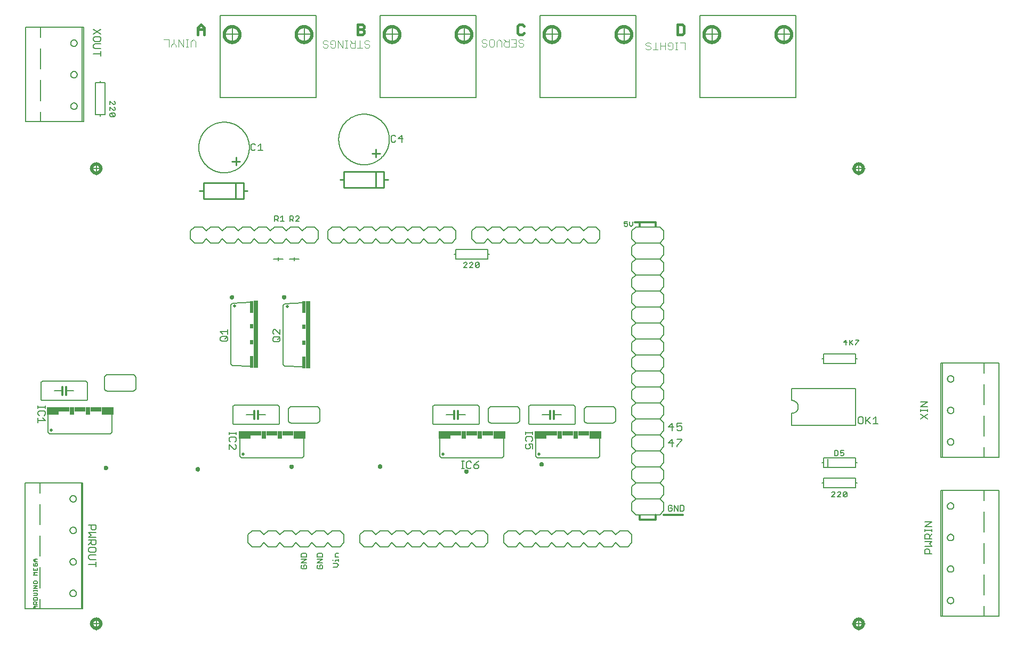
<source format=gto>
G75*
%MOIN*%
%OFA0B0*%
%FSLAX25Y25*%
%IPPOS*%
%LPD*%
%AMOC8*
5,1,8,0,0,1.08239X$1,22.5*
%
%ADD10C,0.01300*%
%ADD11C,0.02000*%
%ADD12C,0.00787*%
%ADD13C,0.00400*%
%ADD14C,0.00800*%
%ADD15C,0.01600*%
%ADD16C,0.00600*%
%ADD17C,0.01200*%
%ADD18C,0.00500*%
%ADD19C,0.01000*%
%ADD20C,0.00700*%
%ADD21C,0.02000*%
%ADD22R,0.07500X0.05000*%
%ADD23R,0.07000X0.03000*%
%ADD24R,0.03000X0.05000*%
%ADD25R,0.03000X0.42000*%
%ADD26R,0.02000X0.07500*%
%ADD27R,0.02000X0.03000*%
D10*
X0239865Y0222500D02*
X0239867Y0222552D01*
X0239873Y0222604D01*
X0239883Y0222656D01*
X0239896Y0222706D01*
X0239913Y0222756D01*
X0239934Y0222804D01*
X0239959Y0222850D01*
X0239987Y0222894D01*
X0240018Y0222936D01*
X0240052Y0222976D01*
X0240089Y0223013D01*
X0240129Y0223047D01*
X0240171Y0223078D01*
X0240215Y0223106D01*
X0240261Y0223131D01*
X0240309Y0223152D01*
X0240359Y0223169D01*
X0240409Y0223182D01*
X0240461Y0223192D01*
X0240513Y0223198D01*
X0240565Y0223200D01*
X0240617Y0223198D01*
X0240669Y0223192D01*
X0240721Y0223182D01*
X0240771Y0223169D01*
X0240821Y0223152D01*
X0240869Y0223131D01*
X0240915Y0223106D01*
X0240959Y0223078D01*
X0241001Y0223047D01*
X0241041Y0223013D01*
X0241078Y0222976D01*
X0241112Y0222936D01*
X0241143Y0222894D01*
X0241171Y0222850D01*
X0241196Y0222804D01*
X0241217Y0222756D01*
X0241234Y0222706D01*
X0241247Y0222656D01*
X0241257Y0222604D01*
X0241263Y0222552D01*
X0241265Y0222500D01*
X0241263Y0222448D01*
X0241257Y0222396D01*
X0241247Y0222344D01*
X0241234Y0222294D01*
X0241217Y0222244D01*
X0241196Y0222196D01*
X0241171Y0222150D01*
X0241143Y0222106D01*
X0241112Y0222064D01*
X0241078Y0222024D01*
X0241041Y0221987D01*
X0241001Y0221953D01*
X0240959Y0221922D01*
X0240915Y0221894D01*
X0240869Y0221869D01*
X0240821Y0221848D01*
X0240771Y0221831D01*
X0240721Y0221818D01*
X0240669Y0221808D01*
X0240617Y0221802D01*
X0240565Y0221800D01*
X0240513Y0221802D01*
X0240461Y0221808D01*
X0240409Y0221818D01*
X0240359Y0221831D01*
X0240309Y0221848D01*
X0240261Y0221869D01*
X0240215Y0221894D01*
X0240171Y0221922D01*
X0240129Y0221953D01*
X0240089Y0221987D01*
X0240052Y0222024D01*
X0240018Y0222064D01*
X0239987Y0222106D01*
X0239959Y0222150D01*
X0239934Y0222196D01*
X0239913Y0222244D01*
X0239896Y0222294D01*
X0239883Y0222344D01*
X0239873Y0222396D01*
X0239867Y0222448D01*
X0239865Y0222500D01*
X0182365Y0223400D02*
X0182367Y0223452D01*
X0182373Y0223504D01*
X0182383Y0223556D01*
X0182396Y0223606D01*
X0182413Y0223656D01*
X0182434Y0223704D01*
X0182459Y0223750D01*
X0182487Y0223794D01*
X0182518Y0223836D01*
X0182552Y0223876D01*
X0182589Y0223913D01*
X0182629Y0223947D01*
X0182671Y0223978D01*
X0182715Y0224006D01*
X0182761Y0224031D01*
X0182809Y0224052D01*
X0182859Y0224069D01*
X0182909Y0224082D01*
X0182961Y0224092D01*
X0183013Y0224098D01*
X0183065Y0224100D01*
X0183117Y0224098D01*
X0183169Y0224092D01*
X0183221Y0224082D01*
X0183271Y0224069D01*
X0183321Y0224052D01*
X0183369Y0224031D01*
X0183415Y0224006D01*
X0183459Y0223978D01*
X0183501Y0223947D01*
X0183541Y0223913D01*
X0183578Y0223876D01*
X0183612Y0223836D01*
X0183643Y0223794D01*
X0183671Y0223750D01*
X0183696Y0223704D01*
X0183717Y0223656D01*
X0183734Y0223606D01*
X0183747Y0223556D01*
X0183757Y0223504D01*
X0183763Y0223452D01*
X0183765Y0223400D01*
X0183763Y0223348D01*
X0183757Y0223296D01*
X0183747Y0223244D01*
X0183734Y0223194D01*
X0183717Y0223144D01*
X0183696Y0223096D01*
X0183671Y0223050D01*
X0183643Y0223006D01*
X0183612Y0222964D01*
X0183578Y0222924D01*
X0183541Y0222887D01*
X0183501Y0222853D01*
X0183459Y0222822D01*
X0183415Y0222794D01*
X0183369Y0222769D01*
X0183321Y0222748D01*
X0183271Y0222731D01*
X0183221Y0222718D01*
X0183169Y0222708D01*
X0183117Y0222702D01*
X0183065Y0222700D01*
X0183013Y0222702D01*
X0182961Y0222708D01*
X0182909Y0222718D01*
X0182859Y0222731D01*
X0182809Y0222748D01*
X0182761Y0222769D01*
X0182715Y0222794D01*
X0182671Y0222822D01*
X0182629Y0222853D01*
X0182589Y0222887D01*
X0182552Y0222924D01*
X0182518Y0222964D01*
X0182487Y0223006D01*
X0182459Y0223050D01*
X0182434Y0223096D01*
X0182413Y0223144D01*
X0182396Y0223194D01*
X0182383Y0223244D01*
X0182373Y0223296D01*
X0182367Y0223348D01*
X0182365Y0223400D01*
X0298465Y0224100D02*
X0298467Y0224152D01*
X0298473Y0224204D01*
X0298483Y0224256D01*
X0298496Y0224306D01*
X0298513Y0224356D01*
X0298534Y0224404D01*
X0298559Y0224450D01*
X0298587Y0224494D01*
X0298618Y0224536D01*
X0298652Y0224576D01*
X0298689Y0224613D01*
X0298729Y0224647D01*
X0298771Y0224678D01*
X0298815Y0224706D01*
X0298861Y0224731D01*
X0298909Y0224752D01*
X0298959Y0224769D01*
X0299009Y0224782D01*
X0299061Y0224792D01*
X0299113Y0224798D01*
X0299165Y0224800D01*
X0299217Y0224798D01*
X0299269Y0224792D01*
X0299321Y0224782D01*
X0299371Y0224769D01*
X0299421Y0224752D01*
X0299469Y0224731D01*
X0299515Y0224706D01*
X0299559Y0224678D01*
X0299601Y0224647D01*
X0299641Y0224613D01*
X0299678Y0224576D01*
X0299712Y0224536D01*
X0299743Y0224494D01*
X0299771Y0224450D01*
X0299796Y0224404D01*
X0299817Y0224356D01*
X0299834Y0224306D01*
X0299847Y0224256D01*
X0299857Y0224204D01*
X0299863Y0224152D01*
X0299865Y0224100D01*
X0299863Y0224048D01*
X0299857Y0223996D01*
X0299847Y0223944D01*
X0299834Y0223894D01*
X0299817Y0223844D01*
X0299796Y0223796D01*
X0299771Y0223750D01*
X0299743Y0223706D01*
X0299712Y0223664D01*
X0299678Y0223624D01*
X0299641Y0223587D01*
X0299601Y0223553D01*
X0299559Y0223522D01*
X0299515Y0223494D01*
X0299469Y0223469D01*
X0299421Y0223448D01*
X0299371Y0223431D01*
X0299321Y0223418D01*
X0299269Y0223408D01*
X0299217Y0223402D01*
X0299165Y0223400D01*
X0299113Y0223402D01*
X0299061Y0223408D01*
X0299009Y0223418D01*
X0298959Y0223431D01*
X0298909Y0223448D01*
X0298861Y0223469D01*
X0298815Y0223494D01*
X0298771Y0223522D01*
X0298729Y0223553D01*
X0298689Y0223587D01*
X0298652Y0223624D01*
X0298618Y0223664D01*
X0298587Y0223706D01*
X0298559Y0223750D01*
X0298534Y0223796D01*
X0298513Y0223844D01*
X0298496Y0223894D01*
X0298483Y0223944D01*
X0298473Y0223996D01*
X0298467Y0224048D01*
X0298465Y0224100D01*
X0353865Y0224200D02*
X0353867Y0224252D01*
X0353873Y0224304D01*
X0353883Y0224356D01*
X0353896Y0224406D01*
X0353913Y0224456D01*
X0353934Y0224504D01*
X0353959Y0224550D01*
X0353987Y0224594D01*
X0354018Y0224636D01*
X0354052Y0224676D01*
X0354089Y0224713D01*
X0354129Y0224747D01*
X0354171Y0224778D01*
X0354215Y0224806D01*
X0354261Y0224831D01*
X0354309Y0224852D01*
X0354359Y0224869D01*
X0354409Y0224882D01*
X0354461Y0224892D01*
X0354513Y0224898D01*
X0354565Y0224900D01*
X0354617Y0224898D01*
X0354669Y0224892D01*
X0354721Y0224882D01*
X0354771Y0224869D01*
X0354821Y0224852D01*
X0354869Y0224831D01*
X0354915Y0224806D01*
X0354959Y0224778D01*
X0355001Y0224747D01*
X0355041Y0224713D01*
X0355078Y0224676D01*
X0355112Y0224636D01*
X0355143Y0224594D01*
X0355171Y0224550D01*
X0355196Y0224504D01*
X0355217Y0224456D01*
X0355234Y0224406D01*
X0355247Y0224356D01*
X0355257Y0224304D01*
X0355263Y0224252D01*
X0355265Y0224200D01*
X0355263Y0224148D01*
X0355257Y0224096D01*
X0355247Y0224044D01*
X0355234Y0223994D01*
X0355217Y0223944D01*
X0355196Y0223896D01*
X0355171Y0223850D01*
X0355143Y0223806D01*
X0355112Y0223764D01*
X0355078Y0223724D01*
X0355041Y0223687D01*
X0355001Y0223653D01*
X0354959Y0223622D01*
X0354915Y0223594D01*
X0354869Y0223569D01*
X0354821Y0223548D01*
X0354771Y0223531D01*
X0354721Y0223518D01*
X0354669Y0223508D01*
X0354617Y0223502D01*
X0354565Y0223500D01*
X0354513Y0223502D01*
X0354461Y0223508D01*
X0354409Y0223518D01*
X0354359Y0223531D01*
X0354309Y0223548D01*
X0354261Y0223569D01*
X0354215Y0223594D01*
X0354171Y0223622D01*
X0354129Y0223653D01*
X0354089Y0223687D01*
X0354052Y0223724D01*
X0354018Y0223764D01*
X0353987Y0223806D01*
X0353959Y0223850D01*
X0353934Y0223896D01*
X0353913Y0223944D01*
X0353896Y0223994D01*
X0353883Y0224044D01*
X0353873Y0224096D01*
X0353867Y0224148D01*
X0353865Y0224200D01*
X0407765Y0221100D02*
X0407767Y0221152D01*
X0407773Y0221204D01*
X0407783Y0221256D01*
X0407796Y0221306D01*
X0407813Y0221356D01*
X0407834Y0221404D01*
X0407859Y0221450D01*
X0407887Y0221494D01*
X0407918Y0221536D01*
X0407952Y0221576D01*
X0407989Y0221613D01*
X0408029Y0221647D01*
X0408071Y0221678D01*
X0408115Y0221706D01*
X0408161Y0221731D01*
X0408209Y0221752D01*
X0408259Y0221769D01*
X0408309Y0221782D01*
X0408361Y0221792D01*
X0408413Y0221798D01*
X0408465Y0221800D01*
X0408517Y0221798D01*
X0408569Y0221792D01*
X0408621Y0221782D01*
X0408671Y0221769D01*
X0408721Y0221752D01*
X0408769Y0221731D01*
X0408815Y0221706D01*
X0408859Y0221678D01*
X0408901Y0221647D01*
X0408941Y0221613D01*
X0408978Y0221576D01*
X0409012Y0221536D01*
X0409043Y0221494D01*
X0409071Y0221450D01*
X0409096Y0221404D01*
X0409117Y0221356D01*
X0409134Y0221306D01*
X0409147Y0221256D01*
X0409157Y0221204D01*
X0409163Y0221152D01*
X0409165Y0221100D01*
X0409163Y0221048D01*
X0409157Y0220996D01*
X0409147Y0220944D01*
X0409134Y0220894D01*
X0409117Y0220844D01*
X0409096Y0220796D01*
X0409071Y0220750D01*
X0409043Y0220706D01*
X0409012Y0220664D01*
X0408978Y0220624D01*
X0408941Y0220587D01*
X0408901Y0220553D01*
X0408859Y0220522D01*
X0408815Y0220494D01*
X0408769Y0220469D01*
X0408721Y0220448D01*
X0408671Y0220431D01*
X0408621Y0220418D01*
X0408569Y0220408D01*
X0408517Y0220402D01*
X0408465Y0220400D01*
X0408413Y0220402D01*
X0408361Y0220408D01*
X0408309Y0220418D01*
X0408259Y0220431D01*
X0408209Y0220448D01*
X0408161Y0220469D01*
X0408115Y0220494D01*
X0408071Y0220522D01*
X0408029Y0220553D01*
X0407989Y0220587D01*
X0407952Y0220624D01*
X0407918Y0220664D01*
X0407887Y0220706D01*
X0407859Y0220750D01*
X0407834Y0220796D01*
X0407813Y0220844D01*
X0407796Y0220894D01*
X0407783Y0220944D01*
X0407773Y0220996D01*
X0407767Y0221048D01*
X0407765Y0221100D01*
X0454765Y0225600D02*
X0454767Y0225652D01*
X0454773Y0225704D01*
X0454783Y0225756D01*
X0454796Y0225806D01*
X0454813Y0225856D01*
X0454834Y0225904D01*
X0454859Y0225950D01*
X0454887Y0225994D01*
X0454918Y0226036D01*
X0454952Y0226076D01*
X0454989Y0226113D01*
X0455029Y0226147D01*
X0455071Y0226178D01*
X0455115Y0226206D01*
X0455161Y0226231D01*
X0455209Y0226252D01*
X0455259Y0226269D01*
X0455309Y0226282D01*
X0455361Y0226292D01*
X0455413Y0226298D01*
X0455465Y0226300D01*
X0455517Y0226298D01*
X0455569Y0226292D01*
X0455621Y0226282D01*
X0455671Y0226269D01*
X0455721Y0226252D01*
X0455769Y0226231D01*
X0455815Y0226206D01*
X0455859Y0226178D01*
X0455901Y0226147D01*
X0455941Y0226113D01*
X0455978Y0226076D01*
X0456012Y0226036D01*
X0456043Y0225994D01*
X0456071Y0225950D01*
X0456096Y0225904D01*
X0456117Y0225856D01*
X0456134Y0225806D01*
X0456147Y0225756D01*
X0456157Y0225704D01*
X0456163Y0225652D01*
X0456165Y0225600D01*
X0456163Y0225548D01*
X0456157Y0225496D01*
X0456147Y0225444D01*
X0456134Y0225394D01*
X0456117Y0225344D01*
X0456096Y0225296D01*
X0456071Y0225250D01*
X0456043Y0225206D01*
X0456012Y0225164D01*
X0455978Y0225124D01*
X0455941Y0225087D01*
X0455901Y0225053D01*
X0455859Y0225022D01*
X0455815Y0224994D01*
X0455769Y0224969D01*
X0455721Y0224948D01*
X0455671Y0224931D01*
X0455621Y0224918D01*
X0455569Y0224908D01*
X0455517Y0224902D01*
X0455465Y0224900D01*
X0455413Y0224902D01*
X0455361Y0224908D01*
X0455309Y0224918D01*
X0455259Y0224931D01*
X0455209Y0224948D01*
X0455161Y0224969D01*
X0455115Y0224994D01*
X0455071Y0225022D01*
X0455029Y0225053D01*
X0454989Y0225087D01*
X0454952Y0225124D01*
X0454918Y0225164D01*
X0454887Y0225206D01*
X0454859Y0225250D01*
X0454834Y0225296D01*
X0454813Y0225344D01*
X0454796Y0225394D01*
X0454783Y0225444D01*
X0454773Y0225496D01*
X0454767Y0225548D01*
X0454765Y0225600D01*
X0293765Y0330100D02*
X0293767Y0330152D01*
X0293773Y0330204D01*
X0293783Y0330256D01*
X0293796Y0330306D01*
X0293813Y0330356D01*
X0293834Y0330404D01*
X0293859Y0330450D01*
X0293887Y0330494D01*
X0293918Y0330536D01*
X0293952Y0330576D01*
X0293989Y0330613D01*
X0294029Y0330647D01*
X0294071Y0330678D01*
X0294115Y0330706D01*
X0294161Y0330731D01*
X0294209Y0330752D01*
X0294259Y0330769D01*
X0294309Y0330782D01*
X0294361Y0330792D01*
X0294413Y0330798D01*
X0294465Y0330800D01*
X0294517Y0330798D01*
X0294569Y0330792D01*
X0294621Y0330782D01*
X0294671Y0330769D01*
X0294721Y0330752D01*
X0294769Y0330731D01*
X0294815Y0330706D01*
X0294859Y0330678D01*
X0294901Y0330647D01*
X0294941Y0330613D01*
X0294978Y0330576D01*
X0295012Y0330536D01*
X0295043Y0330494D01*
X0295071Y0330450D01*
X0295096Y0330404D01*
X0295117Y0330356D01*
X0295134Y0330306D01*
X0295147Y0330256D01*
X0295157Y0330204D01*
X0295163Y0330152D01*
X0295165Y0330100D01*
X0295163Y0330048D01*
X0295157Y0329996D01*
X0295147Y0329944D01*
X0295134Y0329894D01*
X0295117Y0329844D01*
X0295096Y0329796D01*
X0295071Y0329750D01*
X0295043Y0329706D01*
X0295012Y0329664D01*
X0294978Y0329624D01*
X0294941Y0329587D01*
X0294901Y0329553D01*
X0294859Y0329522D01*
X0294815Y0329494D01*
X0294769Y0329469D01*
X0294721Y0329448D01*
X0294671Y0329431D01*
X0294621Y0329418D01*
X0294569Y0329408D01*
X0294517Y0329402D01*
X0294465Y0329400D01*
X0294413Y0329402D01*
X0294361Y0329408D01*
X0294309Y0329418D01*
X0294259Y0329431D01*
X0294209Y0329448D01*
X0294161Y0329469D01*
X0294115Y0329494D01*
X0294071Y0329522D01*
X0294029Y0329553D01*
X0293989Y0329587D01*
X0293952Y0329624D01*
X0293918Y0329664D01*
X0293887Y0329706D01*
X0293859Y0329750D01*
X0293834Y0329796D01*
X0293813Y0329844D01*
X0293796Y0329894D01*
X0293783Y0329944D01*
X0293773Y0329996D01*
X0293767Y0330048D01*
X0293765Y0330100D01*
X0261265Y0330100D02*
X0261267Y0330152D01*
X0261273Y0330204D01*
X0261283Y0330256D01*
X0261296Y0330306D01*
X0261313Y0330356D01*
X0261334Y0330404D01*
X0261359Y0330450D01*
X0261387Y0330494D01*
X0261418Y0330536D01*
X0261452Y0330576D01*
X0261489Y0330613D01*
X0261529Y0330647D01*
X0261571Y0330678D01*
X0261615Y0330706D01*
X0261661Y0330731D01*
X0261709Y0330752D01*
X0261759Y0330769D01*
X0261809Y0330782D01*
X0261861Y0330792D01*
X0261913Y0330798D01*
X0261965Y0330800D01*
X0262017Y0330798D01*
X0262069Y0330792D01*
X0262121Y0330782D01*
X0262171Y0330769D01*
X0262221Y0330752D01*
X0262269Y0330731D01*
X0262315Y0330706D01*
X0262359Y0330678D01*
X0262401Y0330647D01*
X0262441Y0330613D01*
X0262478Y0330576D01*
X0262512Y0330536D01*
X0262543Y0330494D01*
X0262571Y0330450D01*
X0262596Y0330404D01*
X0262617Y0330356D01*
X0262634Y0330306D01*
X0262647Y0330256D01*
X0262657Y0330204D01*
X0262663Y0330152D01*
X0262665Y0330100D01*
X0262663Y0330048D01*
X0262657Y0329996D01*
X0262647Y0329944D01*
X0262634Y0329894D01*
X0262617Y0329844D01*
X0262596Y0329796D01*
X0262571Y0329750D01*
X0262543Y0329706D01*
X0262512Y0329664D01*
X0262478Y0329624D01*
X0262441Y0329587D01*
X0262401Y0329553D01*
X0262359Y0329522D01*
X0262315Y0329494D01*
X0262269Y0329469D01*
X0262221Y0329448D01*
X0262171Y0329431D01*
X0262121Y0329418D01*
X0262069Y0329408D01*
X0262017Y0329402D01*
X0261965Y0329400D01*
X0261913Y0329402D01*
X0261861Y0329408D01*
X0261809Y0329418D01*
X0261759Y0329431D01*
X0261709Y0329448D01*
X0261661Y0329469D01*
X0261615Y0329494D01*
X0261571Y0329522D01*
X0261529Y0329553D01*
X0261489Y0329587D01*
X0261452Y0329624D01*
X0261418Y0329664D01*
X0261387Y0329706D01*
X0261359Y0329750D01*
X0261334Y0329796D01*
X0261313Y0329844D01*
X0261296Y0329894D01*
X0261283Y0329944D01*
X0261273Y0329996D01*
X0261267Y0330048D01*
X0261265Y0330100D01*
D11*
X0174178Y0410616D02*
X0174180Y0410723D01*
X0174186Y0410829D01*
X0174196Y0410935D01*
X0174210Y0411041D01*
X0174227Y0411146D01*
X0174249Y0411250D01*
X0174275Y0411353D01*
X0174304Y0411456D01*
X0174337Y0411557D01*
X0174374Y0411657D01*
X0174414Y0411756D01*
X0174459Y0411853D01*
X0174506Y0411948D01*
X0174558Y0412041D01*
X0174612Y0412133D01*
X0174670Y0412222D01*
X0174732Y0412309D01*
X0174796Y0412394D01*
X0174864Y0412476D01*
X0174934Y0412556D01*
X0175008Y0412633D01*
X0175084Y0412707D01*
X0175164Y0412779D01*
X0175245Y0412847D01*
X0175329Y0412913D01*
X0175416Y0412975D01*
X0175505Y0413034D01*
X0175596Y0413089D01*
X0175689Y0413141D01*
X0175783Y0413190D01*
X0175880Y0413235D01*
X0175978Y0413276D01*
X0176078Y0413314D01*
X0176179Y0413348D01*
X0176281Y0413379D01*
X0176384Y0413405D01*
X0176488Y0413428D01*
X0176593Y0413446D01*
X0176699Y0413461D01*
X0176805Y0413472D01*
X0176911Y0413479D01*
X0177017Y0413482D01*
X0177124Y0413481D01*
X0177230Y0413476D01*
X0177337Y0413467D01*
X0177442Y0413454D01*
X0177548Y0413437D01*
X0177652Y0413417D01*
X0177756Y0413392D01*
X0177858Y0413364D01*
X0177960Y0413332D01*
X0178060Y0413296D01*
X0178159Y0413256D01*
X0178257Y0413213D01*
X0178352Y0413166D01*
X0178446Y0413116D01*
X0178538Y0413062D01*
X0178628Y0413005D01*
X0178716Y0412944D01*
X0178801Y0412880D01*
X0178884Y0412813D01*
X0178964Y0412743D01*
X0179042Y0412671D01*
X0179117Y0412595D01*
X0179189Y0412517D01*
X0179258Y0412435D01*
X0179324Y0412352D01*
X0179387Y0412266D01*
X0179447Y0412178D01*
X0179504Y0412087D01*
X0179557Y0411995D01*
X0179606Y0411900D01*
X0179652Y0411804D01*
X0179694Y0411707D01*
X0179733Y0411607D01*
X0179768Y0411507D01*
X0179799Y0411405D01*
X0179827Y0411302D01*
X0179850Y0411198D01*
X0179870Y0411093D01*
X0179886Y0410988D01*
X0179898Y0410882D01*
X0179906Y0410776D01*
X0179910Y0410669D01*
X0179910Y0410563D01*
X0179906Y0410456D01*
X0179898Y0410350D01*
X0179886Y0410244D01*
X0179870Y0410139D01*
X0179850Y0410034D01*
X0179827Y0409930D01*
X0179799Y0409827D01*
X0179768Y0409725D01*
X0179733Y0409625D01*
X0179694Y0409525D01*
X0179652Y0409428D01*
X0179606Y0409332D01*
X0179557Y0409237D01*
X0179504Y0409145D01*
X0179447Y0409054D01*
X0179387Y0408966D01*
X0179324Y0408880D01*
X0179258Y0408797D01*
X0179189Y0408715D01*
X0179117Y0408637D01*
X0179042Y0408561D01*
X0178964Y0408489D01*
X0178884Y0408419D01*
X0178801Y0408352D01*
X0178716Y0408288D01*
X0178628Y0408227D01*
X0178538Y0408170D01*
X0178446Y0408116D01*
X0178352Y0408066D01*
X0178257Y0408019D01*
X0178159Y0407976D01*
X0178060Y0407936D01*
X0177960Y0407900D01*
X0177858Y0407868D01*
X0177756Y0407840D01*
X0177652Y0407815D01*
X0177548Y0407795D01*
X0177442Y0407778D01*
X0177337Y0407765D01*
X0177230Y0407756D01*
X0177124Y0407751D01*
X0177017Y0407750D01*
X0176911Y0407753D01*
X0176805Y0407760D01*
X0176699Y0407771D01*
X0176593Y0407786D01*
X0176488Y0407804D01*
X0176384Y0407827D01*
X0176281Y0407853D01*
X0176179Y0407884D01*
X0176078Y0407918D01*
X0175978Y0407956D01*
X0175880Y0407997D01*
X0175783Y0408042D01*
X0175689Y0408091D01*
X0175596Y0408143D01*
X0175505Y0408198D01*
X0175416Y0408257D01*
X0175329Y0408319D01*
X0175245Y0408385D01*
X0175164Y0408453D01*
X0175084Y0408525D01*
X0175008Y0408599D01*
X0174934Y0408676D01*
X0174864Y0408756D01*
X0174796Y0408838D01*
X0174732Y0408923D01*
X0174670Y0409010D01*
X0174612Y0409099D01*
X0174558Y0409191D01*
X0174506Y0409284D01*
X0174459Y0409379D01*
X0174414Y0409476D01*
X0174374Y0409575D01*
X0174337Y0409675D01*
X0174304Y0409776D01*
X0174275Y0409879D01*
X0174249Y0409982D01*
X0174227Y0410086D01*
X0174210Y0410191D01*
X0174196Y0410297D01*
X0174186Y0410403D01*
X0174180Y0410509D01*
X0174178Y0410616D01*
X0257044Y0494400D02*
X0257046Y0494540D01*
X0257052Y0494680D01*
X0257062Y0494819D01*
X0257076Y0494958D01*
X0257094Y0495097D01*
X0257115Y0495235D01*
X0257141Y0495373D01*
X0257171Y0495510D01*
X0257204Y0495645D01*
X0257242Y0495780D01*
X0257283Y0495914D01*
X0257328Y0496047D01*
X0257376Y0496178D01*
X0257429Y0496307D01*
X0257485Y0496436D01*
X0257544Y0496562D01*
X0257608Y0496687D01*
X0257674Y0496810D01*
X0257745Y0496931D01*
X0257818Y0497050D01*
X0257895Y0497167D01*
X0257976Y0497281D01*
X0258059Y0497393D01*
X0258146Y0497503D01*
X0258236Y0497611D01*
X0258328Y0497715D01*
X0258424Y0497817D01*
X0258523Y0497917D01*
X0258624Y0498013D01*
X0258728Y0498107D01*
X0258835Y0498197D01*
X0258944Y0498284D01*
X0259056Y0498369D01*
X0259170Y0498450D01*
X0259286Y0498528D01*
X0259404Y0498602D01*
X0259525Y0498673D01*
X0259647Y0498741D01*
X0259772Y0498805D01*
X0259898Y0498866D01*
X0260025Y0498923D01*
X0260155Y0498976D01*
X0260286Y0499026D01*
X0260418Y0499071D01*
X0260551Y0499114D01*
X0260686Y0499152D01*
X0260821Y0499186D01*
X0260958Y0499217D01*
X0261095Y0499244D01*
X0261233Y0499266D01*
X0261372Y0499285D01*
X0261511Y0499300D01*
X0261650Y0499311D01*
X0261790Y0499318D01*
X0261930Y0499321D01*
X0262070Y0499320D01*
X0262210Y0499315D01*
X0262349Y0499306D01*
X0262489Y0499293D01*
X0262628Y0499276D01*
X0262766Y0499255D01*
X0262904Y0499231D01*
X0263041Y0499202D01*
X0263177Y0499170D01*
X0263312Y0499133D01*
X0263446Y0499093D01*
X0263579Y0499049D01*
X0263710Y0499001D01*
X0263840Y0498950D01*
X0263969Y0498895D01*
X0264096Y0498836D01*
X0264221Y0498773D01*
X0264344Y0498708D01*
X0264466Y0498638D01*
X0264585Y0498565D01*
X0264703Y0498489D01*
X0264818Y0498410D01*
X0264931Y0498327D01*
X0265041Y0498241D01*
X0265149Y0498152D01*
X0265254Y0498060D01*
X0265357Y0497965D01*
X0265457Y0497867D01*
X0265554Y0497767D01*
X0265648Y0497663D01*
X0265740Y0497557D01*
X0265828Y0497449D01*
X0265913Y0497338D01*
X0265995Y0497224D01*
X0266074Y0497108D01*
X0266149Y0496991D01*
X0266221Y0496871D01*
X0266289Y0496749D01*
X0266354Y0496625D01*
X0266416Y0496499D01*
X0266474Y0496372D01*
X0266528Y0496243D01*
X0266579Y0496112D01*
X0266625Y0495980D01*
X0266668Y0495847D01*
X0266708Y0495713D01*
X0266743Y0495578D01*
X0266775Y0495441D01*
X0266802Y0495304D01*
X0266826Y0495166D01*
X0266846Y0495028D01*
X0266862Y0494889D01*
X0266874Y0494749D01*
X0266882Y0494610D01*
X0266886Y0494470D01*
X0266886Y0494330D01*
X0266882Y0494190D01*
X0266874Y0494051D01*
X0266862Y0493911D01*
X0266846Y0493772D01*
X0266826Y0493634D01*
X0266802Y0493496D01*
X0266775Y0493359D01*
X0266743Y0493222D01*
X0266708Y0493087D01*
X0266668Y0492953D01*
X0266625Y0492820D01*
X0266579Y0492688D01*
X0266528Y0492557D01*
X0266474Y0492428D01*
X0266416Y0492301D01*
X0266354Y0492175D01*
X0266289Y0492051D01*
X0266221Y0491929D01*
X0266149Y0491809D01*
X0266074Y0491692D01*
X0265995Y0491576D01*
X0265913Y0491462D01*
X0265828Y0491351D01*
X0265740Y0491243D01*
X0265648Y0491137D01*
X0265554Y0491033D01*
X0265457Y0490933D01*
X0265357Y0490835D01*
X0265254Y0490740D01*
X0265149Y0490648D01*
X0265041Y0490559D01*
X0264931Y0490473D01*
X0264818Y0490390D01*
X0264703Y0490311D01*
X0264585Y0490235D01*
X0264466Y0490162D01*
X0264344Y0490092D01*
X0264221Y0490027D01*
X0264096Y0489964D01*
X0263969Y0489905D01*
X0263840Y0489850D01*
X0263710Y0489799D01*
X0263579Y0489751D01*
X0263446Y0489707D01*
X0263312Y0489667D01*
X0263177Y0489630D01*
X0263041Y0489598D01*
X0262904Y0489569D01*
X0262766Y0489545D01*
X0262628Y0489524D01*
X0262489Y0489507D01*
X0262349Y0489494D01*
X0262210Y0489485D01*
X0262070Y0489480D01*
X0261930Y0489479D01*
X0261790Y0489482D01*
X0261650Y0489489D01*
X0261511Y0489500D01*
X0261372Y0489515D01*
X0261233Y0489534D01*
X0261095Y0489556D01*
X0260958Y0489583D01*
X0260821Y0489614D01*
X0260686Y0489648D01*
X0260551Y0489686D01*
X0260418Y0489729D01*
X0260286Y0489774D01*
X0260155Y0489824D01*
X0260025Y0489877D01*
X0259898Y0489934D01*
X0259772Y0489995D01*
X0259647Y0490059D01*
X0259525Y0490127D01*
X0259404Y0490198D01*
X0259286Y0490272D01*
X0259170Y0490350D01*
X0259056Y0490431D01*
X0258944Y0490516D01*
X0258835Y0490603D01*
X0258728Y0490693D01*
X0258624Y0490787D01*
X0258523Y0490883D01*
X0258424Y0490983D01*
X0258328Y0491085D01*
X0258236Y0491189D01*
X0258146Y0491297D01*
X0258059Y0491407D01*
X0257976Y0491519D01*
X0257895Y0491633D01*
X0257818Y0491750D01*
X0257745Y0491869D01*
X0257674Y0491990D01*
X0257608Y0492113D01*
X0257544Y0492238D01*
X0257485Y0492364D01*
X0257429Y0492493D01*
X0257376Y0492622D01*
X0257328Y0492753D01*
X0257283Y0492886D01*
X0257242Y0493020D01*
X0257204Y0493155D01*
X0257171Y0493290D01*
X0257141Y0493427D01*
X0257115Y0493565D01*
X0257094Y0493703D01*
X0257076Y0493842D01*
X0257062Y0493981D01*
X0257052Y0494120D01*
X0257046Y0494260D01*
X0257044Y0494400D01*
X0302044Y0494400D02*
X0302046Y0494540D01*
X0302052Y0494680D01*
X0302062Y0494819D01*
X0302076Y0494958D01*
X0302094Y0495097D01*
X0302115Y0495235D01*
X0302141Y0495373D01*
X0302171Y0495510D01*
X0302204Y0495645D01*
X0302242Y0495780D01*
X0302283Y0495914D01*
X0302328Y0496047D01*
X0302376Y0496178D01*
X0302429Y0496307D01*
X0302485Y0496436D01*
X0302544Y0496562D01*
X0302608Y0496687D01*
X0302674Y0496810D01*
X0302745Y0496931D01*
X0302818Y0497050D01*
X0302895Y0497167D01*
X0302976Y0497281D01*
X0303059Y0497393D01*
X0303146Y0497503D01*
X0303236Y0497611D01*
X0303328Y0497715D01*
X0303424Y0497817D01*
X0303523Y0497917D01*
X0303624Y0498013D01*
X0303728Y0498107D01*
X0303835Y0498197D01*
X0303944Y0498284D01*
X0304056Y0498369D01*
X0304170Y0498450D01*
X0304286Y0498528D01*
X0304404Y0498602D01*
X0304525Y0498673D01*
X0304647Y0498741D01*
X0304772Y0498805D01*
X0304898Y0498866D01*
X0305025Y0498923D01*
X0305155Y0498976D01*
X0305286Y0499026D01*
X0305418Y0499071D01*
X0305551Y0499114D01*
X0305686Y0499152D01*
X0305821Y0499186D01*
X0305958Y0499217D01*
X0306095Y0499244D01*
X0306233Y0499266D01*
X0306372Y0499285D01*
X0306511Y0499300D01*
X0306650Y0499311D01*
X0306790Y0499318D01*
X0306930Y0499321D01*
X0307070Y0499320D01*
X0307210Y0499315D01*
X0307349Y0499306D01*
X0307489Y0499293D01*
X0307628Y0499276D01*
X0307766Y0499255D01*
X0307904Y0499231D01*
X0308041Y0499202D01*
X0308177Y0499170D01*
X0308312Y0499133D01*
X0308446Y0499093D01*
X0308579Y0499049D01*
X0308710Y0499001D01*
X0308840Y0498950D01*
X0308969Y0498895D01*
X0309096Y0498836D01*
X0309221Y0498773D01*
X0309344Y0498708D01*
X0309466Y0498638D01*
X0309585Y0498565D01*
X0309703Y0498489D01*
X0309818Y0498410D01*
X0309931Y0498327D01*
X0310041Y0498241D01*
X0310149Y0498152D01*
X0310254Y0498060D01*
X0310357Y0497965D01*
X0310457Y0497867D01*
X0310554Y0497767D01*
X0310648Y0497663D01*
X0310740Y0497557D01*
X0310828Y0497449D01*
X0310913Y0497338D01*
X0310995Y0497224D01*
X0311074Y0497108D01*
X0311149Y0496991D01*
X0311221Y0496871D01*
X0311289Y0496749D01*
X0311354Y0496625D01*
X0311416Y0496499D01*
X0311474Y0496372D01*
X0311528Y0496243D01*
X0311579Y0496112D01*
X0311625Y0495980D01*
X0311668Y0495847D01*
X0311708Y0495713D01*
X0311743Y0495578D01*
X0311775Y0495441D01*
X0311802Y0495304D01*
X0311826Y0495166D01*
X0311846Y0495028D01*
X0311862Y0494889D01*
X0311874Y0494749D01*
X0311882Y0494610D01*
X0311886Y0494470D01*
X0311886Y0494330D01*
X0311882Y0494190D01*
X0311874Y0494051D01*
X0311862Y0493911D01*
X0311846Y0493772D01*
X0311826Y0493634D01*
X0311802Y0493496D01*
X0311775Y0493359D01*
X0311743Y0493222D01*
X0311708Y0493087D01*
X0311668Y0492953D01*
X0311625Y0492820D01*
X0311579Y0492688D01*
X0311528Y0492557D01*
X0311474Y0492428D01*
X0311416Y0492301D01*
X0311354Y0492175D01*
X0311289Y0492051D01*
X0311221Y0491929D01*
X0311149Y0491809D01*
X0311074Y0491692D01*
X0310995Y0491576D01*
X0310913Y0491462D01*
X0310828Y0491351D01*
X0310740Y0491243D01*
X0310648Y0491137D01*
X0310554Y0491033D01*
X0310457Y0490933D01*
X0310357Y0490835D01*
X0310254Y0490740D01*
X0310149Y0490648D01*
X0310041Y0490559D01*
X0309931Y0490473D01*
X0309818Y0490390D01*
X0309703Y0490311D01*
X0309585Y0490235D01*
X0309466Y0490162D01*
X0309344Y0490092D01*
X0309221Y0490027D01*
X0309096Y0489964D01*
X0308969Y0489905D01*
X0308840Y0489850D01*
X0308710Y0489799D01*
X0308579Y0489751D01*
X0308446Y0489707D01*
X0308312Y0489667D01*
X0308177Y0489630D01*
X0308041Y0489598D01*
X0307904Y0489569D01*
X0307766Y0489545D01*
X0307628Y0489524D01*
X0307489Y0489507D01*
X0307349Y0489494D01*
X0307210Y0489485D01*
X0307070Y0489480D01*
X0306930Y0489479D01*
X0306790Y0489482D01*
X0306650Y0489489D01*
X0306511Y0489500D01*
X0306372Y0489515D01*
X0306233Y0489534D01*
X0306095Y0489556D01*
X0305958Y0489583D01*
X0305821Y0489614D01*
X0305686Y0489648D01*
X0305551Y0489686D01*
X0305418Y0489729D01*
X0305286Y0489774D01*
X0305155Y0489824D01*
X0305025Y0489877D01*
X0304898Y0489934D01*
X0304772Y0489995D01*
X0304647Y0490059D01*
X0304525Y0490127D01*
X0304404Y0490198D01*
X0304286Y0490272D01*
X0304170Y0490350D01*
X0304056Y0490431D01*
X0303944Y0490516D01*
X0303835Y0490603D01*
X0303728Y0490693D01*
X0303624Y0490787D01*
X0303523Y0490883D01*
X0303424Y0490983D01*
X0303328Y0491085D01*
X0303236Y0491189D01*
X0303146Y0491297D01*
X0303059Y0491407D01*
X0302976Y0491519D01*
X0302895Y0491633D01*
X0302818Y0491750D01*
X0302745Y0491869D01*
X0302674Y0491990D01*
X0302608Y0492113D01*
X0302544Y0492238D01*
X0302485Y0492364D01*
X0302429Y0492493D01*
X0302376Y0492622D01*
X0302328Y0492753D01*
X0302283Y0492886D01*
X0302242Y0493020D01*
X0302204Y0493155D01*
X0302171Y0493290D01*
X0302141Y0493427D01*
X0302115Y0493565D01*
X0302094Y0493703D01*
X0302076Y0493842D01*
X0302062Y0493981D01*
X0302052Y0494120D01*
X0302046Y0494260D01*
X0302044Y0494400D01*
X0357044Y0494400D02*
X0357046Y0494540D01*
X0357052Y0494680D01*
X0357062Y0494819D01*
X0357076Y0494958D01*
X0357094Y0495097D01*
X0357115Y0495235D01*
X0357141Y0495373D01*
X0357171Y0495510D01*
X0357204Y0495645D01*
X0357242Y0495780D01*
X0357283Y0495914D01*
X0357328Y0496047D01*
X0357376Y0496178D01*
X0357429Y0496307D01*
X0357485Y0496436D01*
X0357544Y0496562D01*
X0357608Y0496687D01*
X0357674Y0496810D01*
X0357745Y0496931D01*
X0357818Y0497050D01*
X0357895Y0497167D01*
X0357976Y0497281D01*
X0358059Y0497393D01*
X0358146Y0497503D01*
X0358236Y0497611D01*
X0358328Y0497715D01*
X0358424Y0497817D01*
X0358523Y0497917D01*
X0358624Y0498013D01*
X0358728Y0498107D01*
X0358835Y0498197D01*
X0358944Y0498284D01*
X0359056Y0498369D01*
X0359170Y0498450D01*
X0359286Y0498528D01*
X0359404Y0498602D01*
X0359525Y0498673D01*
X0359647Y0498741D01*
X0359772Y0498805D01*
X0359898Y0498866D01*
X0360025Y0498923D01*
X0360155Y0498976D01*
X0360286Y0499026D01*
X0360418Y0499071D01*
X0360551Y0499114D01*
X0360686Y0499152D01*
X0360821Y0499186D01*
X0360958Y0499217D01*
X0361095Y0499244D01*
X0361233Y0499266D01*
X0361372Y0499285D01*
X0361511Y0499300D01*
X0361650Y0499311D01*
X0361790Y0499318D01*
X0361930Y0499321D01*
X0362070Y0499320D01*
X0362210Y0499315D01*
X0362349Y0499306D01*
X0362489Y0499293D01*
X0362628Y0499276D01*
X0362766Y0499255D01*
X0362904Y0499231D01*
X0363041Y0499202D01*
X0363177Y0499170D01*
X0363312Y0499133D01*
X0363446Y0499093D01*
X0363579Y0499049D01*
X0363710Y0499001D01*
X0363840Y0498950D01*
X0363969Y0498895D01*
X0364096Y0498836D01*
X0364221Y0498773D01*
X0364344Y0498708D01*
X0364466Y0498638D01*
X0364585Y0498565D01*
X0364703Y0498489D01*
X0364818Y0498410D01*
X0364931Y0498327D01*
X0365041Y0498241D01*
X0365149Y0498152D01*
X0365254Y0498060D01*
X0365357Y0497965D01*
X0365457Y0497867D01*
X0365554Y0497767D01*
X0365648Y0497663D01*
X0365740Y0497557D01*
X0365828Y0497449D01*
X0365913Y0497338D01*
X0365995Y0497224D01*
X0366074Y0497108D01*
X0366149Y0496991D01*
X0366221Y0496871D01*
X0366289Y0496749D01*
X0366354Y0496625D01*
X0366416Y0496499D01*
X0366474Y0496372D01*
X0366528Y0496243D01*
X0366579Y0496112D01*
X0366625Y0495980D01*
X0366668Y0495847D01*
X0366708Y0495713D01*
X0366743Y0495578D01*
X0366775Y0495441D01*
X0366802Y0495304D01*
X0366826Y0495166D01*
X0366846Y0495028D01*
X0366862Y0494889D01*
X0366874Y0494749D01*
X0366882Y0494610D01*
X0366886Y0494470D01*
X0366886Y0494330D01*
X0366882Y0494190D01*
X0366874Y0494051D01*
X0366862Y0493911D01*
X0366846Y0493772D01*
X0366826Y0493634D01*
X0366802Y0493496D01*
X0366775Y0493359D01*
X0366743Y0493222D01*
X0366708Y0493087D01*
X0366668Y0492953D01*
X0366625Y0492820D01*
X0366579Y0492688D01*
X0366528Y0492557D01*
X0366474Y0492428D01*
X0366416Y0492301D01*
X0366354Y0492175D01*
X0366289Y0492051D01*
X0366221Y0491929D01*
X0366149Y0491809D01*
X0366074Y0491692D01*
X0365995Y0491576D01*
X0365913Y0491462D01*
X0365828Y0491351D01*
X0365740Y0491243D01*
X0365648Y0491137D01*
X0365554Y0491033D01*
X0365457Y0490933D01*
X0365357Y0490835D01*
X0365254Y0490740D01*
X0365149Y0490648D01*
X0365041Y0490559D01*
X0364931Y0490473D01*
X0364818Y0490390D01*
X0364703Y0490311D01*
X0364585Y0490235D01*
X0364466Y0490162D01*
X0364344Y0490092D01*
X0364221Y0490027D01*
X0364096Y0489964D01*
X0363969Y0489905D01*
X0363840Y0489850D01*
X0363710Y0489799D01*
X0363579Y0489751D01*
X0363446Y0489707D01*
X0363312Y0489667D01*
X0363177Y0489630D01*
X0363041Y0489598D01*
X0362904Y0489569D01*
X0362766Y0489545D01*
X0362628Y0489524D01*
X0362489Y0489507D01*
X0362349Y0489494D01*
X0362210Y0489485D01*
X0362070Y0489480D01*
X0361930Y0489479D01*
X0361790Y0489482D01*
X0361650Y0489489D01*
X0361511Y0489500D01*
X0361372Y0489515D01*
X0361233Y0489534D01*
X0361095Y0489556D01*
X0360958Y0489583D01*
X0360821Y0489614D01*
X0360686Y0489648D01*
X0360551Y0489686D01*
X0360418Y0489729D01*
X0360286Y0489774D01*
X0360155Y0489824D01*
X0360025Y0489877D01*
X0359898Y0489934D01*
X0359772Y0489995D01*
X0359647Y0490059D01*
X0359525Y0490127D01*
X0359404Y0490198D01*
X0359286Y0490272D01*
X0359170Y0490350D01*
X0359056Y0490431D01*
X0358944Y0490516D01*
X0358835Y0490603D01*
X0358728Y0490693D01*
X0358624Y0490787D01*
X0358523Y0490883D01*
X0358424Y0490983D01*
X0358328Y0491085D01*
X0358236Y0491189D01*
X0358146Y0491297D01*
X0358059Y0491407D01*
X0357976Y0491519D01*
X0357895Y0491633D01*
X0357818Y0491750D01*
X0357745Y0491869D01*
X0357674Y0491990D01*
X0357608Y0492113D01*
X0357544Y0492238D01*
X0357485Y0492364D01*
X0357429Y0492493D01*
X0357376Y0492622D01*
X0357328Y0492753D01*
X0357283Y0492886D01*
X0357242Y0493020D01*
X0357204Y0493155D01*
X0357171Y0493290D01*
X0357141Y0493427D01*
X0357115Y0493565D01*
X0357094Y0493703D01*
X0357076Y0493842D01*
X0357062Y0493981D01*
X0357052Y0494120D01*
X0357046Y0494260D01*
X0357044Y0494400D01*
X0402044Y0494400D02*
X0402046Y0494540D01*
X0402052Y0494680D01*
X0402062Y0494819D01*
X0402076Y0494958D01*
X0402094Y0495097D01*
X0402115Y0495235D01*
X0402141Y0495373D01*
X0402171Y0495510D01*
X0402204Y0495645D01*
X0402242Y0495780D01*
X0402283Y0495914D01*
X0402328Y0496047D01*
X0402376Y0496178D01*
X0402429Y0496307D01*
X0402485Y0496436D01*
X0402544Y0496562D01*
X0402608Y0496687D01*
X0402674Y0496810D01*
X0402745Y0496931D01*
X0402818Y0497050D01*
X0402895Y0497167D01*
X0402976Y0497281D01*
X0403059Y0497393D01*
X0403146Y0497503D01*
X0403236Y0497611D01*
X0403328Y0497715D01*
X0403424Y0497817D01*
X0403523Y0497917D01*
X0403624Y0498013D01*
X0403728Y0498107D01*
X0403835Y0498197D01*
X0403944Y0498284D01*
X0404056Y0498369D01*
X0404170Y0498450D01*
X0404286Y0498528D01*
X0404404Y0498602D01*
X0404525Y0498673D01*
X0404647Y0498741D01*
X0404772Y0498805D01*
X0404898Y0498866D01*
X0405025Y0498923D01*
X0405155Y0498976D01*
X0405286Y0499026D01*
X0405418Y0499071D01*
X0405551Y0499114D01*
X0405686Y0499152D01*
X0405821Y0499186D01*
X0405958Y0499217D01*
X0406095Y0499244D01*
X0406233Y0499266D01*
X0406372Y0499285D01*
X0406511Y0499300D01*
X0406650Y0499311D01*
X0406790Y0499318D01*
X0406930Y0499321D01*
X0407070Y0499320D01*
X0407210Y0499315D01*
X0407349Y0499306D01*
X0407489Y0499293D01*
X0407628Y0499276D01*
X0407766Y0499255D01*
X0407904Y0499231D01*
X0408041Y0499202D01*
X0408177Y0499170D01*
X0408312Y0499133D01*
X0408446Y0499093D01*
X0408579Y0499049D01*
X0408710Y0499001D01*
X0408840Y0498950D01*
X0408969Y0498895D01*
X0409096Y0498836D01*
X0409221Y0498773D01*
X0409344Y0498708D01*
X0409466Y0498638D01*
X0409585Y0498565D01*
X0409703Y0498489D01*
X0409818Y0498410D01*
X0409931Y0498327D01*
X0410041Y0498241D01*
X0410149Y0498152D01*
X0410254Y0498060D01*
X0410357Y0497965D01*
X0410457Y0497867D01*
X0410554Y0497767D01*
X0410648Y0497663D01*
X0410740Y0497557D01*
X0410828Y0497449D01*
X0410913Y0497338D01*
X0410995Y0497224D01*
X0411074Y0497108D01*
X0411149Y0496991D01*
X0411221Y0496871D01*
X0411289Y0496749D01*
X0411354Y0496625D01*
X0411416Y0496499D01*
X0411474Y0496372D01*
X0411528Y0496243D01*
X0411579Y0496112D01*
X0411625Y0495980D01*
X0411668Y0495847D01*
X0411708Y0495713D01*
X0411743Y0495578D01*
X0411775Y0495441D01*
X0411802Y0495304D01*
X0411826Y0495166D01*
X0411846Y0495028D01*
X0411862Y0494889D01*
X0411874Y0494749D01*
X0411882Y0494610D01*
X0411886Y0494470D01*
X0411886Y0494330D01*
X0411882Y0494190D01*
X0411874Y0494051D01*
X0411862Y0493911D01*
X0411846Y0493772D01*
X0411826Y0493634D01*
X0411802Y0493496D01*
X0411775Y0493359D01*
X0411743Y0493222D01*
X0411708Y0493087D01*
X0411668Y0492953D01*
X0411625Y0492820D01*
X0411579Y0492688D01*
X0411528Y0492557D01*
X0411474Y0492428D01*
X0411416Y0492301D01*
X0411354Y0492175D01*
X0411289Y0492051D01*
X0411221Y0491929D01*
X0411149Y0491809D01*
X0411074Y0491692D01*
X0410995Y0491576D01*
X0410913Y0491462D01*
X0410828Y0491351D01*
X0410740Y0491243D01*
X0410648Y0491137D01*
X0410554Y0491033D01*
X0410457Y0490933D01*
X0410357Y0490835D01*
X0410254Y0490740D01*
X0410149Y0490648D01*
X0410041Y0490559D01*
X0409931Y0490473D01*
X0409818Y0490390D01*
X0409703Y0490311D01*
X0409585Y0490235D01*
X0409466Y0490162D01*
X0409344Y0490092D01*
X0409221Y0490027D01*
X0409096Y0489964D01*
X0408969Y0489905D01*
X0408840Y0489850D01*
X0408710Y0489799D01*
X0408579Y0489751D01*
X0408446Y0489707D01*
X0408312Y0489667D01*
X0408177Y0489630D01*
X0408041Y0489598D01*
X0407904Y0489569D01*
X0407766Y0489545D01*
X0407628Y0489524D01*
X0407489Y0489507D01*
X0407349Y0489494D01*
X0407210Y0489485D01*
X0407070Y0489480D01*
X0406930Y0489479D01*
X0406790Y0489482D01*
X0406650Y0489489D01*
X0406511Y0489500D01*
X0406372Y0489515D01*
X0406233Y0489534D01*
X0406095Y0489556D01*
X0405958Y0489583D01*
X0405821Y0489614D01*
X0405686Y0489648D01*
X0405551Y0489686D01*
X0405418Y0489729D01*
X0405286Y0489774D01*
X0405155Y0489824D01*
X0405025Y0489877D01*
X0404898Y0489934D01*
X0404772Y0489995D01*
X0404647Y0490059D01*
X0404525Y0490127D01*
X0404404Y0490198D01*
X0404286Y0490272D01*
X0404170Y0490350D01*
X0404056Y0490431D01*
X0403944Y0490516D01*
X0403835Y0490603D01*
X0403728Y0490693D01*
X0403624Y0490787D01*
X0403523Y0490883D01*
X0403424Y0490983D01*
X0403328Y0491085D01*
X0403236Y0491189D01*
X0403146Y0491297D01*
X0403059Y0491407D01*
X0402976Y0491519D01*
X0402895Y0491633D01*
X0402818Y0491750D01*
X0402745Y0491869D01*
X0402674Y0491990D01*
X0402608Y0492113D01*
X0402544Y0492238D01*
X0402485Y0492364D01*
X0402429Y0492493D01*
X0402376Y0492622D01*
X0402328Y0492753D01*
X0402283Y0492886D01*
X0402242Y0493020D01*
X0402204Y0493155D01*
X0402171Y0493290D01*
X0402141Y0493427D01*
X0402115Y0493565D01*
X0402094Y0493703D01*
X0402076Y0493842D01*
X0402062Y0493981D01*
X0402052Y0494120D01*
X0402046Y0494260D01*
X0402044Y0494400D01*
X0457044Y0494400D02*
X0457046Y0494540D01*
X0457052Y0494680D01*
X0457062Y0494819D01*
X0457076Y0494958D01*
X0457094Y0495097D01*
X0457115Y0495235D01*
X0457141Y0495373D01*
X0457171Y0495510D01*
X0457204Y0495645D01*
X0457242Y0495780D01*
X0457283Y0495914D01*
X0457328Y0496047D01*
X0457376Y0496178D01*
X0457429Y0496307D01*
X0457485Y0496436D01*
X0457544Y0496562D01*
X0457608Y0496687D01*
X0457674Y0496810D01*
X0457745Y0496931D01*
X0457818Y0497050D01*
X0457895Y0497167D01*
X0457976Y0497281D01*
X0458059Y0497393D01*
X0458146Y0497503D01*
X0458236Y0497611D01*
X0458328Y0497715D01*
X0458424Y0497817D01*
X0458523Y0497917D01*
X0458624Y0498013D01*
X0458728Y0498107D01*
X0458835Y0498197D01*
X0458944Y0498284D01*
X0459056Y0498369D01*
X0459170Y0498450D01*
X0459286Y0498528D01*
X0459404Y0498602D01*
X0459525Y0498673D01*
X0459647Y0498741D01*
X0459772Y0498805D01*
X0459898Y0498866D01*
X0460025Y0498923D01*
X0460155Y0498976D01*
X0460286Y0499026D01*
X0460418Y0499071D01*
X0460551Y0499114D01*
X0460686Y0499152D01*
X0460821Y0499186D01*
X0460958Y0499217D01*
X0461095Y0499244D01*
X0461233Y0499266D01*
X0461372Y0499285D01*
X0461511Y0499300D01*
X0461650Y0499311D01*
X0461790Y0499318D01*
X0461930Y0499321D01*
X0462070Y0499320D01*
X0462210Y0499315D01*
X0462349Y0499306D01*
X0462489Y0499293D01*
X0462628Y0499276D01*
X0462766Y0499255D01*
X0462904Y0499231D01*
X0463041Y0499202D01*
X0463177Y0499170D01*
X0463312Y0499133D01*
X0463446Y0499093D01*
X0463579Y0499049D01*
X0463710Y0499001D01*
X0463840Y0498950D01*
X0463969Y0498895D01*
X0464096Y0498836D01*
X0464221Y0498773D01*
X0464344Y0498708D01*
X0464466Y0498638D01*
X0464585Y0498565D01*
X0464703Y0498489D01*
X0464818Y0498410D01*
X0464931Y0498327D01*
X0465041Y0498241D01*
X0465149Y0498152D01*
X0465254Y0498060D01*
X0465357Y0497965D01*
X0465457Y0497867D01*
X0465554Y0497767D01*
X0465648Y0497663D01*
X0465740Y0497557D01*
X0465828Y0497449D01*
X0465913Y0497338D01*
X0465995Y0497224D01*
X0466074Y0497108D01*
X0466149Y0496991D01*
X0466221Y0496871D01*
X0466289Y0496749D01*
X0466354Y0496625D01*
X0466416Y0496499D01*
X0466474Y0496372D01*
X0466528Y0496243D01*
X0466579Y0496112D01*
X0466625Y0495980D01*
X0466668Y0495847D01*
X0466708Y0495713D01*
X0466743Y0495578D01*
X0466775Y0495441D01*
X0466802Y0495304D01*
X0466826Y0495166D01*
X0466846Y0495028D01*
X0466862Y0494889D01*
X0466874Y0494749D01*
X0466882Y0494610D01*
X0466886Y0494470D01*
X0466886Y0494330D01*
X0466882Y0494190D01*
X0466874Y0494051D01*
X0466862Y0493911D01*
X0466846Y0493772D01*
X0466826Y0493634D01*
X0466802Y0493496D01*
X0466775Y0493359D01*
X0466743Y0493222D01*
X0466708Y0493087D01*
X0466668Y0492953D01*
X0466625Y0492820D01*
X0466579Y0492688D01*
X0466528Y0492557D01*
X0466474Y0492428D01*
X0466416Y0492301D01*
X0466354Y0492175D01*
X0466289Y0492051D01*
X0466221Y0491929D01*
X0466149Y0491809D01*
X0466074Y0491692D01*
X0465995Y0491576D01*
X0465913Y0491462D01*
X0465828Y0491351D01*
X0465740Y0491243D01*
X0465648Y0491137D01*
X0465554Y0491033D01*
X0465457Y0490933D01*
X0465357Y0490835D01*
X0465254Y0490740D01*
X0465149Y0490648D01*
X0465041Y0490559D01*
X0464931Y0490473D01*
X0464818Y0490390D01*
X0464703Y0490311D01*
X0464585Y0490235D01*
X0464466Y0490162D01*
X0464344Y0490092D01*
X0464221Y0490027D01*
X0464096Y0489964D01*
X0463969Y0489905D01*
X0463840Y0489850D01*
X0463710Y0489799D01*
X0463579Y0489751D01*
X0463446Y0489707D01*
X0463312Y0489667D01*
X0463177Y0489630D01*
X0463041Y0489598D01*
X0462904Y0489569D01*
X0462766Y0489545D01*
X0462628Y0489524D01*
X0462489Y0489507D01*
X0462349Y0489494D01*
X0462210Y0489485D01*
X0462070Y0489480D01*
X0461930Y0489479D01*
X0461790Y0489482D01*
X0461650Y0489489D01*
X0461511Y0489500D01*
X0461372Y0489515D01*
X0461233Y0489534D01*
X0461095Y0489556D01*
X0460958Y0489583D01*
X0460821Y0489614D01*
X0460686Y0489648D01*
X0460551Y0489686D01*
X0460418Y0489729D01*
X0460286Y0489774D01*
X0460155Y0489824D01*
X0460025Y0489877D01*
X0459898Y0489934D01*
X0459772Y0489995D01*
X0459647Y0490059D01*
X0459525Y0490127D01*
X0459404Y0490198D01*
X0459286Y0490272D01*
X0459170Y0490350D01*
X0459056Y0490431D01*
X0458944Y0490516D01*
X0458835Y0490603D01*
X0458728Y0490693D01*
X0458624Y0490787D01*
X0458523Y0490883D01*
X0458424Y0490983D01*
X0458328Y0491085D01*
X0458236Y0491189D01*
X0458146Y0491297D01*
X0458059Y0491407D01*
X0457976Y0491519D01*
X0457895Y0491633D01*
X0457818Y0491750D01*
X0457745Y0491869D01*
X0457674Y0491990D01*
X0457608Y0492113D01*
X0457544Y0492238D01*
X0457485Y0492364D01*
X0457429Y0492493D01*
X0457376Y0492622D01*
X0457328Y0492753D01*
X0457283Y0492886D01*
X0457242Y0493020D01*
X0457204Y0493155D01*
X0457171Y0493290D01*
X0457141Y0493427D01*
X0457115Y0493565D01*
X0457094Y0493703D01*
X0457076Y0493842D01*
X0457062Y0493981D01*
X0457052Y0494120D01*
X0457046Y0494260D01*
X0457044Y0494400D01*
X0502044Y0494400D02*
X0502046Y0494540D01*
X0502052Y0494680D01*
X0502062Y0494819D01*
X0502076Y0494958D01*
X0502094Y0495097D01*
X0502115Y0495235D01*
X0502141Y0495373D01*
X0502171Y0495510D01*
X0502204Y0495645D01*
X0502242Y0495780D01*
X0502283Y0495914D01*
X0502328Y0496047D01*
X0502376Y0496178D01*
X0502429Y0496307D01*
X0502485Y0496436D01*
X0502544Y0496562D01*
X0502608Y0496687D01*
X0502674Y0496810D01*
X0502745Y0496931D01*
X0502818Y0497050D01*
X0502895Y0497167D01*
X0502976Y0497281D01*
X0503059Y0497393D01*
X0503146Y0497503D01*
X0503236Y0497611D01*
X0503328Y0497715D01*
X0503424Y0497817D01*
X0503523Y0497917D01*
X0503624Y0498013D01*
X0503728Y0498107D01*
X0503835Y0498197D01*
X0503944Y0498284D01*
X0504056Y0498369D01*
X0504170Y0498450D01*
X0504286Y0498528D01*
X0504404Y0498602D01*
X0504525Y0498673D01*
X0504647Y0498741D01*
X0504772Y0498805D01*
X0504898Y0498866D01*
X0505025Y0498923D01*
X0505155Y0498976D01*
X0505286Y0499026D01*
X0505418Y0499071D01*
X0505551Y0499114D01*
X0505686Y0499152D01*
X0505821Y0499186D01*
X0505958Y0499217D01*
X0506095Y0499244D01*
X0506233Y0499266D01*
X0506372Y0499285D01*
X0506511Y0499300D01*
X0506650Y0499311D01*
X0506790Y0499318D01*
X0506930Y0499321D01*
X0507070Y0499320D01*
X0507210Y0499315D01*
X0507349Y0499306D01*
X0507489Y0499293D01*
X0507628Y0499276D01*
X0507766Y0499255D01*
X0507904Y0499231D01*
X0508041Y0499202D01*
X0508177Y0499170D01*
X0508312Y0499133D01*
X0508446Y0499093D01*
X0508579Y0499049D01*
X0508710Y0499001D01*
X0508840Y0498950D01*
X0508969Y0498895D01*
X0509096Y0498836D01*
X0509221Y0498773D01*
X0509344Y0498708D01*
X0509466Y0498638D01*
X0509585Y0498565D01*
X0509703Y0498489D01*
X0509818Y0498410D01*
X0509931Y0498327D01*
X0510041Y0498241D01*
X0510149Y0498152D01*
X0510254Y0498060D01*
X0510357Y0497965D01*
X0510457Y0497867D01*
X0510554Y0497767D01*
X0510648Y0497663D01*
X0510740Y0497557D01*
X0510828Y0497449D01*
X0510913Y0497338D01*
X0510995Y0497224D01*
X0511074Y0497108D01*
X0511149Y0496991D01*
X0511221Y0496871D01*
X0511289Y0496749D01*
X0511354Y0496625D01*
X0511416Y0496499D01*
X0511474Y0496372D01*
X0511528Y0496243D01*
X0511579Y0496112D01*
X0511625Y0495980D01*
X0511668Y0495847D01*
X0511708Y0495713D01*
X0511743Y0495578D01*
X0511775Y0495441D01*
X0511802Y0495304D01*
X0511826Y0495166D01*
X0511846Y0495028D01*
X0511862Y0494889D01*
X0511874Y0494749D01*
X0511882Y0494610D01*
X0511886Y0494470D01*
X0511886Y0494330D01*
X0511882Y0494190D01*
X0511874Y0494051D01*
X0511862Y0493911D01*
X0511846Y0493772D01*
X0511826Y0493634D01*
X0511802Y0493496D01*
X0511775Y0493359D01*
X0511743Y0493222D01*
X0511708Y0493087D01*
X0511668Y0492953D01*
X0511625Y0492820D01*
X0511579Y0492688D01*
X0511528Y0492557D01*
X0511474Y0492428D01*
X0511416Y0492301D01*
X0511354Y0492175D01*
X0511289Y0492051D01*
X0511221Y0491929D01*
X0511149Y0491809D01*
X0511074Y0491692D01*
X0510995Y0491576D01*
X0510913Y0491462D01*
X0510828Y0491351D01*
X0510740Y0491243D01*
X0510648Y0491137D01*
X0510554Y0491033D01*
X0510457Y0490933D01*
X0510357Y0490835D01*
X0510254Y0490740D01*
X0510149Y0490648D01*
X0510041Y0490559D01*
X0509931Y0490473D01*
X0509818Y0490390D01*
X0509703Y0490311D01*
X0509585Y0490235D01*
X0509466Y0490162D01*
X0509344Y0490092D01*
X0509221Y0490027D01*
X0509096Y0489964D01*
X0508969Y0489905D01*
X0508840Y0489850D01*
X0508710Y0489799D01*
X0508579Y0489751D01*
X0508446Y0489707D01*
X0508312Y0489667D01*
X0508177Y0489630D01*
X0508041Y0489598D01*
X0507904Y0489569D01*
X0507766Y0489545D01*
X0507628Y0489524D01*
X0507489Y0489507D01*
X0507349Y0489494D01*
X0507210Y0489485D01*
X0507070Y0489480D01*
X0506930Y0489479D01*
X0506790Y0489482D01*
X0506650Y0489489D01*
X0506511Y0489500D01*
X0506372Y0489515D01*
X0506233Y0489534D01*
X0506095Y0489556D01*
X0505958Y0489583D01*
X0505821Y0489614D01*
X0505686Y0489648D01*
X0505551Y0489686D01*
X0505418Y0489729D01*
X0505286Y0489774D01*
X0505155Y0489824D01*
X0505025Y0489877D01*
X0504898Y0489934D01*
X0504772Y0489995D01*
X0504647Y0490059D01*
X0504525Y0490127D01*
X0504404Y0490198D01*
X0504286Y0490272D01*
X0504170Y0490350D01*
X0504056Y0490431D01*
X0503944Y0490516D01*
X0503835Y0490603D01*
X0503728Y0490693D01*
X0503624Y0490787D01*
X0503523Y0490883D01*
X0503424Y0490983D01*
X0503328Y0491085D01*
X0503236Y0491189D01*
X0503146Y0491297D01*
X0503059Y0491407D01*
X0502976Y0491519D01*
X0502895Y0491633D01*
X0502818Y0491750D01*
X0502745Y0491869D01*
X0502674Y0491990D01*
X0502608Y0492113D01*
X0502544Y0492238D01*
X0502485Y0492364D01*
X0502429Y0492493D01*
X0502376Y0492622D01*
X0502328Y0492753D01*
X0502283Y0492886D01*
X0502242Y0493020D01*
X0502204Y0493155D01*
X0502171Y0493290D01*
X0502141Y0493427D01*
X0502115Y0493565D01*
X0502094Y0493703D01*
X0502076Y0493842D01*
X0502062Y0493981D01*
X0502052Y0494120D01*
X0502046Y0494260D01*
X0502044Y0494400D01*
X0557044Y0494400D02*
X0557046Y0494540D01*
X0557052Y0494680D01*
X0557062Y0494819D01*
X0557076Y0494958D01*
X0557094Y0495097D01*
X0557115Y0495235D01*
X0557141Y0495373D01*
X0557171Y0495510D01*
X0557204Y0495645D01*
X0557242Y0495780D01*
X0557283Y0495914D01*
X0557328Y0496047D01*
X0557376Y0496178D01*
X0557429Y0496307D01*
X0557485Y0496436D01*
X0557544Y0496562D01*
X0557608Y0496687D01*
X0557674Y0496810D01*
X0557745Y0496931D01*
X0557818Y0497050D01*
X0557895Y0497167D01*
X0557976Y0497281D01*
X0558059Y0497393D01*
X0558146Y0497503D01*
X0558236Y0497611D01*
X0558328Y0497715D01*
X0558424Y0497817D01*
X0558523Y0497917D01*
X0558624Y0498013D01*
X0558728Y0498107D01*
X0558835Y0498197D01*
X0558944Y0498284D01*
X0559056Y0498369D01*
X0559170Y0498450D01*
X0559286Y0498528D01*
X0559404Y0498602D01*
X0559525Y0498673D01*
X0559647Y0498741D01*
X0559772Y0498805D01*
X0559898Y0498866D01*
X0560025Y0498923D01*
X0560155Y0498976D01*
X0560286Y0499026D01*
X0560418Y0499071D01*
X0560551Y0499114D01*
X0560686Y0499152D01*
X0560821Y0499186D01*
X0560958Y0499217D01*
X0561095Y0499244D01*
X0561233Y0499266D01*
X0561372Y0499285D01*
X0561511Y0499300D01*
X0561650Y0499311D01*
X0561790Y0499318D01*
X0561930Y0499321D01*
X0562070Y0499320D01*
X0562210Y0499315D01*
X0562349Y0499306D01*
X0562489Y0499293D01*
X0562628Y0499276D01*
X0562766Y0499255D01*
X0562904Y0499231D01*
X0563041Y0499202D01*
X0563177Y0499170D01*
X0563312Y0499133D01*
X0563446Y0499093D01*
X0563579Y0499049D01*
X0563710Y0499001D01*
X0563840Y0498950D01*
X0563969Y0498895D01*
X0564096Y0498836D01*
X0564221Y0498773D01*
X0564344Y0498708D01*
X0564466Y0498638D01*
X0564585Y0498565D01*
X0564703Y0498489D01*
X0564818Y0498410D01*
X0564931Y0498327D01*
X0565041Y0498241D01*
X0565149Y0498152D01*
X0565254Y0498060D01*
X0565357Y0497965D01*
X0565457Y0497867D01*
X0565554Y0497767D01*
X0565648Y0497663D01*
X0565740Y0497557D01*
X0565828Y0497449D01*
X0565913Y0497338D01*
X0565995Y0497224D01*
X0566074Y0497108D01*
X0566149Y0496991D01*
X0566221Y0496871D01*
X0566289Y0496749D01*
X0566354Y0496625D01*
X0566416Y0496499D01*
X0566474Y0496372D01*
X0566528Y0496243D01*
X0566579Y0496112D01*
X0566625Y0495980D01*
X0566668Y0495847D01*
X0566708Y0495713D01*
X0566743Y0495578D01*
X0566775Y0495441D01*
X0566802Y0495304D01*
X0566826Y0495166D01*
X0566846Y0495028D01*
X0566862Y0494889D01*
X0566874Y0494749D01*
X0566882Y0494610D01*
X0566886Y0494470D01*
X0566886Y0494330D01*
X0566882Y0494190D01*
X0566874Y0494051D01*
X0566862Y0493911D01*
X0566846Y0493772D01*
X0566826Y0493634D01*
X0566802Y0493496D01*
X0566775Y0493359D01*
X0566743Y0493222D01*
X0566708Y0493087D01*
X0566668Y0492953D01*
X0566625Y0492820D01*
X0566579Y0492688D01*
X0566528Y0492557D01*
X0566474Y0492428D01*
X0566416Y0492301D01*
X0566354Y0492175D01*
X0566289Y0492051D01*
X0566221Y0491929D01*
X0566149Y0491809D01*
X0566074Y0491692D01*
X0565995Y0491576D01*
X0565913Y0491462D01*
X0565828Y0491351D01*
X0565740Y0491243D01*
X0565648Y0491137D01*
X0565554Y0491033D01*
X0565457Y0490933D01*
X0565357Y0490835D01*
X0565254Y0490740D01*
X0565149Y0490648D01*
X0565041Y0490559D01*
X0564931Y0490473D01*
X0564818Y0490390D01*
X0564703Y0490311D01*
X0564585Y0490235D01*
X0564466Y0490162D01*
X0564344Y0490092D01*
X0564221Y0490027D01*
X0564096Y0489964D01*
X0563969Y0489905D01*
X0563840Y0489850D01*
X0563710Y0489799D01*
X0563579Y0489751D01*
X0563446Y0489707D01*
X0563312Y0489667D01*
X0563177Y0489630D01*
X0563041Y0489598D01*
X0562904Y0489569D01*
X0562766Y0489545D01*
X0562628Y0489524D01*
X0562489Y0489507D01*
X0562349Y0489494D01*
X0562210Y0489485D01*
X0562070Y0489480D01*
X0561930Y0489479D01*
X0561790Y0489482D01*
X0561650Y0489489D01*
X0561511Y0489500D01*
X0561372Y0489515D01*
X0561233Y0489534D01*
X0561095Y0489556D01*
X0560958Y0489583D01*
X0560821Y0489614D01*
X0560686Y0489648D01*
X0560551Y0489686D01*
X0560418Y0489729D01*
X0560286Y0489774D01*
X0560155Y0489824D01*
X0560025Y0489877D01*
X0559898Y0489934D01*
X0559772Y0489995D01*
X0559647Y0490059D01*
X0559525Y0490127D01*
X0559404Y0490198D01*
X0559286Y0490272D01*
X0559170Y0490350D01*
X0559056Y0490431D01*
X0558944Y0490516D01*
X0558835Y0490603D01*
X0558728Y0490693D01*
X0558624Y0490787D01*
X0558523Y0490883D01*
X0558424Y0490983D01*
X0558328Y0491085D01*
X0558236Y0491189D01*
X0558146Y0491297D01*
X0558059Y0491407D01*
X0557976Y0491519D01*
X0557895Y0491633D01*
X0557818Y0491750D01*
X0557745Y0491869D01*
X0557674Y0491990D01*
X0557608Y0492113D01*
X0557544Y0492238D01*
X0557485Y0492364D01*
X0557429Y0492493D01*
X0557376Y0492622D01*
X0557328Y0492753D01*
X0557283Y0492886D01*
X0557242Y0493020D01*
X0557204Y0493155D01*
X0557171Y0493290D01*
X0557141Y0493427D01*
X0557115Y0493565D01*
X0557094Y0493703D01*
X0557076Y0493842D01*
X0557062Y0493981D01*
X0557052Y0494120D01*
X0557046Y0494260D01*
X0557044Y0494400D01*
X0602044Y0494400D02*
X0602046Y0494540D01*
X0602052Y0494680D01*
X0602062Y0494819D01*
X0602076Y0494958D01*
X0602094Y0495097D01*
X0602115Y0495235D01*
X0602141Y0495373D01*
X0602171Y0495510D01*
X0602204Y0495645D01*
X0602242Y0495780D01*
X0602283Y0495914D01*
X0602328Y0496047D01*
X0602376Y0496178D01*
X0602429Y0496307D01*
X0602485Y0496436D01*
X0602544Y0496562D01*
X0602608Y0496687D01*
X0602674Y0496810D01*
X0602745Y0496931D01*
X0602818Y0497050D01*
X0602895Y0497167D01*
X0602976Y0497281D01*
X0603059Y0497393D01*
X0603146Y0497503D01*
X0603236Y0497611D01*
X0603328Y0497715D01*
X0603424Y0497817D01*
X0603523Y0497917D01*
X0603624Y0498013D01*
X0603728Y0498107D01*
X0603835Y0498197D01*
X0603944Y0498284D01*
X0604056Y0498369D01*
X0604170Y0498450D01*
X0604286Y0498528D01*
X0604404Y0498602D01*
X0604525Y0498673D01*
X0604647Y0498741D01*
X0604772Y0498805D01*
X0604898Y0498866D01*
X0605025Y0498923D01*
X0605155Y0498976D01*
X0605286Y0499026D01*
X0605418Y0499071D01*
X0605551Y0499114D01*
X0605686Y0499152D01*
X0605821Y0499186D01*
X0605958Y0499217D01*
X0606095Y0499244D01*
X0606233Y0499266D01*
X0606372Y0499285D01*
X0606511Y0499300D01*
X0606650Y0499311D01*
X0606790Y0499318D01*
X0606930Y0499321D01*
X0607070Y0499320D01*
X0607210Y0499315D01*
X0607349Y0499306D01*
X0607489Y0499293D01*
X0607628Y0499276D01*
X0607766Y0499255D01*
X0607904Y0499231D01*
X0608041Y0499202D01*
X0608177Y0499170D01*
X0608312Y0499133D01*
X0608446Y0499093D01*
X0608579Y0499049D01*
X0608710Y0499001D01*
X0608840Y0498950D01*
X0608969Y0498895D01*
X0609096Y0498836D01*
X0609221Y0498773D01*
X0609344Y0498708D01*
X0609466Y0498638D01*
X0609585Y0498565D01*
X0609703Y0498489D01*
X0609818Y0498410D01*
X0609931Y0498327D01*
X0610041Y0498241D01*
X0610149Y0498152D01*
X0610254Y0498060D01*
X0610357Y0497965D01*
X0610457Y0497867D01*
X0610554Y0497767D01*
X0610648Y0497663D01*
X0610740Y0497557D01*
X0610828Y0497449D01*
X0610913Y0497338D01*
X0610995Y0497224D01*
X0611074Y0497108D01*
X0611149Y0496991D01*
X0611221Y0496871D01*
X0611289Y0496749D01*
X0611354Y0496625D01*
X0611416Y0496499D01*
X0611474Y0496372D01*
X0611528Y0496243D01*
X0611579Y0496112D01*
X0611625Y0495980D01*
X0611668Y0495847D01*
X0611708Y0495713D01*
X0611743Y0495578D01*
X0611775Y0495441D01*
X0611802Y0495304D01*
X0611826Y0495166D01*
X0611846Y0495028D01*
X0611862Y0494889D01*
X0611874Y0494749D01*
X0611882Y0494610D01*
X0611886Y0494470D01*
X0611886Y0494330D01*
X0611882Y0494190D01*
X0611874Y0494051D01*
X0611862Y0493911D01*
X0611846Y0493772D01*
X0611826Y0493634D01*
X0611802Y0493496D01*
X0611775Y0493359D01*
X0611743Y0493222D01*
X0611708Y0493087D01*
X0611668Y0492953D01*
X0611625Y0492820D01*
X0611579Y0492688D01*
X0611528Y0492557D01*
X0611474Y0492428D01*
X0611416Y0492301D01*
X0611354Y0492175D01*
X0611289Y0492051D01*
X0611221Y0491929D01*
X0611149Y0491809D01*
X0611074Y0491692D01*
X0610995Y0491576D01*
X0610913Y0491462D01*
X0610828Y0491351D01*
X0610740Y0491243D01*
X0610648Y0491137D01*
X0610554Y0491033D01*
X0610457Y0490933D01*
X0610357Y0490835D01*
X0610254Y0490740D01*
X0610149Y0490648D01*
X0610041Y0490559D01*
X0609931Y0490473D01*
X0609818Y0490390D01*
X0609703Y0490311D01*
X0609585Y0490235D01*
X0609466Y0490162D01*
X0609344Y0490092D01*
X0609221Y0490027D01*
X0609096Y0489964D01*
X0608969Y0489905D01*
X0608840Y0489850D01*
X0608710Y0489799D01*
X0608579Y0489751D01*
X0608446Y0489707D01*
X0608312Y0489667D01*
X0608177Y0489630D01*
X0608041Y0489598D01*
X0607904Y0489569D01*
X0607766Y0489545D01*
X0607628Y0489524D01*
X0607489Y0489507D01*
X0607349Y0489494D01*
X0607210Y0489485D01*
X0607070Y0489480D01*
X0606930Y0489479D01*
X0606790Y0489482D01*
X0606650Y0489489D01*
X0606511Y0489500D01*
X0606372Y0489515D01*
X0606233Y0489534D01*
X0606095Y0489556D01*
X0605958Y0489583D01*
X0605821Y0489614D01*
X0605686Y0489648D01*
X0605551Y0489686D01*
X0605418Y0489729D01*
X0605286Y0489774D01*
X0605155Y0489824D01*
X0605025Y0489877D01*
X0604898Y0489934D01*
X0604772Y0489995D01*
X0604647Y0490059D01*
X0604525Y0490127D01*
X0604404Y0490198D01*
X0604286Y0490272D01*
X0604170Y0490350D01*
X0604056Y0490431D01*
X0603944Y0490516D01*
X0603835Y0490603D01*
X0603728Y0490693D01*
X0603624Y0490787D01*
X0603523Y0490883D01*
X0603424Y0490983D01*
X0603328Y0491085D01*
X0603236Y0491189D01*
X0603146Y0491297D01*
X0603059Y0491407D01*
X0602976Y0491519D01*
X0602895Y0491633D01*
X0602818Y0491750D01*
X0602745Y0491869D01*
X0602674Y0491990D01*
X0602608Y0492113D01*
X0602544Y0492238D01*
X0602485Y0492364D01*
X0602429Y0492493D01*
X0602376Y0492622D01*
X0602328Y0492753D01*
X0602283Y0492886D01*
X0602242Y0493020D01*
X0602204Y0493155D01*
X0602171Y0493290D01*
X0602141Y0493427D01*
X0602115Y0493565D01*
X0602094Y0493703D01*
X0602076Y0493842D01*
X0602062Y0493981D01*
X0602052Y0494120D01*
X0602046Y0494260D01*
X0602044Y0494400D01*
X0650950Y0410616D02*
X0650952Y0410723D01*
X0650958Y0410829D01*
X0650968Y0410935D01*
X0650982Y0411041D01*
X0650999Y0411146D01*
X0651021Y0411250D01*
X0651047Y0411353D01*
X0651076Y0411456D01*
X0651109Y0411557D01*
X0651146Y0411657D01*
X0651186Y0411756D01*
X0651231Y0411853D01*
X0651278Y0411948D01*
X0651330Y0412041D01*
X0651384Y0412133D01*
X0651442Y0412222D01*
X0651504Y0412309D01*
X0651568Y0412394D01*
X0651636Y0412476D01*
X0651706Y0412556D01*
X0651780Y0412633D01*
X0651856Y0412707D01*
X0651936Y0412779D01*
X0652017Y0412847D01*
X0652101Y0412913D01*
X0652188Y0412975D01*
X0652277Y0413034D01*
X0652368Y0413089D01*
X0652461Y0413141D01*
X0652555Y0413190D01*
X0652652Y0413235D01*
X0652750Y0413276D01*
X0652850Y0413314D01*
X0652951Y0413348D01*
X0653053Y0413379D01*
X0653156Y0413405D01*
X0653260Y0413428D01*
X0653365Y0413446D01*
X0653471Y0413461D01*
X0653577Y0413472D01*
X0653683Y0413479D01*
X0653789Y0413482D01*
X0653896Y0413481D01*
X0654002Y0413476D01*
X0654109Y0413467D01*
X0654214Y0413454D01*
X0654320Y0413437D01*
X0654424Y0413417D01*
X0654528Y0413392D01*
X0654630Y0413364D01*
X0654732Y0413332D01*
X0654832Y0413296D01*
X0654931Y0413256D01*
X0655029Y0413213D01*
X0655124Y0413166D01*
X0655218Y0413116D01*
X0655310Y0413062D01*
X0655400Y0413005D01*
X0655488Y0412944D01*
X0655573Y0412880D01*
X0655656Y0412813D01*
X0655736Y0412743D01*
X0655814Y0412671D01*
X0655889Y0412595D01*
X0655961Y0412517D01*
X0656030Y0412435D01*
X0656096Y0412352D01*
X0656159Y0412266D01*
X0656219Y0412178D01*
X0656276Y0412087D01*
X0656329Y0411995D01*
X0656378Y0411900D01*
X0656424Y0411804D01*
X0656466Y0411707D01*
X0656505Y0411607D01*
X0656540Y0411507D01*
X0656571Y0411405D01*
X0656599Y0411302D01*
X0656622Y0411198D01*
X0656642Y0411093D01*
X0656658Y0410988D01*
X0656670Y0410882D01*
X0656678Y0410776D01*
X0656682Y0410669D01*
X0656682Y0410563D01*
X0656678Y0410456D01*
X0656670Y0410350D01*
X0656658Y0410244D01*
X0656642Y0410139D01*
X0656622Y0410034D01*
X0656599Y0409930D01*
X0656571Y0409827D01*
X0656540Y0409725D01*
X0656505Y0409625D01*
X0656466Y0409525D01*
X0656424Y0409428D01*
X0656378Y0409332D01*
X0656329Y0409237D01*
X0656276Y0409145D01*
X0656219Y0409054D01*
X0656159Y0408966D01*
X0656096Y0408880D01*
X0656030Y0408797D01*
X0655961Y0408715D01*
X0655889Y0408637D01*
X0655814Y0408561D01*
X0655736Y0408489D01*
X0655656Y0408419D01*
X0655573Y0408352D01*
X0655488Y0408288D01*
X0655400Y0408227D01*
X0655310Y0408170D01*
X0655218Y0408116D01*
X0655124Y0408066D01*
X0655029Y0408019D01*
X0654931Y0407976D01*
X0654832Y0407936D01*
X0654732Y0407900D01*
X0654630Y0407868D01*
X0654528Y0407840D01*
X0654424Y0407815D01*
X0654320Y0407795D01*
X0654214Y0407778D01*
X0654109Y0407765D01*
X0654002Y0407756D01*
X0653896Y0407751D01*
X0653789Y0407750D01*
X0653683Y0407753D01*
X0653577Y0407760D01*
X0653471Y0407771D01*
X0653365Y0407786D01*
X0653260Y0407804D01*
X0653156Y0407827D01*
X0653053Y0407853D01*
X0652951Y0407884D01*
X0652850Y0407918D01*
X0652750Y0407956D01*
X0652652Y0407997D01*
X0652555Y0408042D01*
X0652461Y0408091D01*
X0652368Y0408143D01*
X0652277Y0408198D01*
X0652188Y0408257D01*
X0652101Y0408319D01*
X0652017Y0408385D01*
X0651936Y0408453D01*
X0651856Y0408525D01*
X0651780Y0408599D01*
X0651706Y0408676D01*
X0651636Y0408756D01*
X0651568Y0408838D01*
X0651504Y0408923D01*
X0651442Y0409010D01*
X0651384Y0409099D01*
X0651330Y0409191D01*
X0651278Y0409284D01*
X0651231Y0409379D01*
X0651186Y0409476D01*
X0651146Y0409575D01*
X0651109Y0409675D01*
X0651076Y0409776D01*
X0651047Y0409879D01*
X0651021Y0409982D01*
X0650999Y0410086D01*
X0650982Y0410191D01*
X0650968Y0410297D01*
X0650958Y0410403D01*
X0650952Y0410509D01*
X0650950Y0410616D01*
X0650950Y0125970D02*
X0650952Y0126077D01*
X0650958Y0126183D01*
X0650968Y0126289D01*
X0650982Y0126395D01*
X0650999Y0126500D01*
X0651021Y0126604D01*
X0651047Y0126707D01*
X0651076Y0126810D01*
X0651109Y0126911D01*
X0651146Y0127011D01*
X0651186Y0127110D01*
X0651231Y0127207D01*
X0651278Y0127302D01*
X0651330Y0127395D01*
X0651384Y0127487D01*
X0651442Y0127576D01*
X0651504Y0127663D01*
X0651568Y0127748D01*
X0651636Y0127830D01*
X0651706Y0127910D01*
X0651780Y0127987D01*
X0651856Y0128061D01*
X0651936Y0128133D01*
X0652017Y0128201D01*
X0652101Y0128267D01*
X0652188Y0128329D01*
X0652277Y0128388D01*
X0652368Y0128443D01*
X0652461Y0128495D01*
X0652555Y0128544D01*
X0652652Y0128589D01*
X0652750Y0128630D01*
X0652850Y0128668D01*
X0652951Y0128702D01*
X0653053Y0128733D01*
X0653156Y0128759D01*
X0653260Y0128782D01*
X0653365Y0128800D01*
X0653471Y0128815D01*
X0653577Y0128826D01*
X0653683Y0128833D01*
X0653789Y0128836D01*
X0653896Y0128835D01*
X0654002Y0128830D01*
X0654109Y0128821D01*
X0654214Y0128808D01*
X0654320Y0128791D01*
X0654424Y0128771D01*
X0654528Y0128746D01*
X0654630Y0128718D01*
X0654732Y0128686D01*
X0654832Y0128650D01*
X0654931Y0128610D01*
X0655029Y0128567D01*
X0655124Y0128520D01*
X0655218Y0128470D01*
X0655310Y0128416D01*
X0655400Y0128359D01*
X0655488Y0128298D01*
X0655573Y0128234D01*
X0655656Y0128167D01*
X0655736Y0128097D01*
X0655814Y0128025D01*
X0655889Y0127949D01*
X0655961Y0127871D01*
X0656030Y0127789D01*
X0656096Y0127706D01*
X0656159Y0127620D01*
X0656219Y0127532D01*
X0656276Y0127441D01*
X0656329Y0127349D01*
X0656378Y0127254D01*
X0656424Y0127158D01*
X0656466Y0127061D01*
X0656505Y0126961D01*
X0656540Y0126861D01*
X0656571Y0126759D01*
X0656599Y0126656D01*
X0656622Y0126552D01*
X0656642Y0126447D01*
X0656658Y0126342D01*
X0656670Y0126236D01*
X0656678Y0126130D01*
X0656682Y0126023D01*
X0656682Y0125917D01*
X0656678Y0125810D01*
X0656670Y0125704D01*
X0656658Y0125598D01*
X0656642Y0125493D01*
X0656622Y0125388D01*
X0656599Y0125284D01*
X0656571Y0125181D01*
X0656540Y0125079D01*
X0656505Y0124979D01*
X0656466Y0124879D01*
X0656424Y0124782D01*
X0656378Y0124686D01*
X0656329Y0124591D01*
X0656276Y0124499D01*
X0656219Y0124408D01*
X0656159Y0124320D01*
X0656096Y0124234D01*
X0656030Y0124151D01*
X0655961Y0124069D01*
X0655889Y0123991D01*
X0655814Y0123915D01*
X0655736Y0123843D01*
X0655656Y0123773D01*
X0655573Y0123706D01*
X0655488Y0123642D01*
X0655400Y0123581D01*
X0655310Y0123524D01*
X0655218Y0123470D01*
X0655124Y0123420D01*
X0655029Y0123373D01*
X0654931Y0123330D01*
X0654832Y0123290D01*
X0654732Y0123254D01*
X0654630Y0123222D01*
X0654528Y0123194D01*
X0654424Y0123169D01*
X0654320Y0123149D01*
X0654214Y0123132D01*
X0654109Y0123119D01*
X0654002Y0123110D01*
X0653896Y0123105D01*
X0653789Y0123104D01*
X0653683Y0123107D01*
X0653577Y0123114D01*
X0653471Y0123125D01*
X0653365Y0123140D01*
X0653260Y0123158D01*
X0653156Y0123181D01*
X0653053Y0123207D01*
X0652951Y0123238D01*
X0652850Y0123272D01*
X0652750Y0123310D01*
X0652652Y0123351D01*
X0652555Y0123396D01*
X0652461Y0123445D01*
X0652368Y0123497D01*
X0652277Y0123552D01*
X0652188Y0123611D01*
X0652101Y0123673D01*
X0652017Y0123739D01*
X0651936Y0123807D01*
X0651856Y0123879D01*
X0651780Y0123953D01*
X0651706Y0124030D01*
X0651636Y0124110D01*
X0651568Y0124192D01*
X0651504Y0124277D01*
X0651442Y0124364D01*
X0651384Y0124453D01*
X0651330Y0124545D01*
X0651278Y0124638D01*
X0651231Y0124733D01*
X0651186Y0124830D01*
X0651146Y0124929D01*
X0651109Y0125029D01*
X0651076Y0125130D01*
X0651047Y0125233D01*
X0651021Y0125336D01*
X0650999Y0125440D01*
X0650982Y0125545D01*
X0650968Y0125651D01*
X0650958Y0125757D01*
X0650952Y0125863D01*
X0650950Y0125970D01*
X0174178Y0125970D02*
X0174180Y0126077D01*
X0174186Y0126183D01*
X0174196Y0126289D01*
X0174210Y0126395D01*
X0174227Y0126500D01*
X0174249Y0126604D01*
X0174275Y0126707D01*
X0174304Y0126810D01*
X0174337Y0126911D01*
X0174374Y0127011D01*
X0174414Y0127110D01*
X0174459Y0127207D01*
X0174506Y0127302D01*
X0174558Y0127395D01*
X0174612Y0127487D01*
X0174670Y0127576D01*
X0174732Y0127663D01*
X0174796Y0127748D01*
X0174864Y0127830D01*
X0174934Y0127910D01*
X0175008Y0127987D01*
X0175084Y0128061D01*
X0175164Y0128133D01*
X0175245Y0128201D01*
X0175329Y0128267D01*
X0175416Y0128329D01*
X0175505Y0128388D01*
X0175596Y0128443D01*
X0175689Y0128495D01*
X0175783Y0128544D01*
X0175880Y0128589D01*
X0175978Y0128630D01*
X0176078Y0128668D01*
X0176179Y0128702D01*
X0176281Y0128733D01*
X0176384Y0128759D01*
X0176488Y0128782D01*
X0176593Y0128800D01*
X0176699Y0128815D01*
X0176805Y0128826D01*
X0176911Y0128833D01*
X0177017Y0128836D01*
X0177124Y0128835D01*
X0177230Y0128830D01*
X0177337Y0128821D01*
X0177442Y0128808D01*
X0177548Y0128791D01*
X0177652Y0128771D01*
X0177756Y0128746D01*
X0177858Y0128718D01*
X0177960Y0128686D01*
X0178060Y0128650D01*
X0178159Y0128610D01*
X0178257Y0128567D01*
X0178352Y0128520D01*
X0178446Y0128470D01*
X0178538Y0128416D01*
X0178628Y0128359D01*
X0178716Y0128298D01*
X0178801Y0128234D01*
X0178884Y0128167D01*
X0178964Y0128097D01*
X0179042Y0128025D01*
X0179117Y0127949D01*
X0179189Y0127871D01*
X0179258Y0127789D01*
X0179324Y0127706D01*
X0179387Y0127620D01*
X0179447Y0127532D01*
X0179504Y0127441D01*
X0179557Y0127349D01*
X0179606Y0127254D01*
X0179652Y0127158D01*
X0179694Y0127061D01*
X0179733Y0126961D01*
X0179768Y0126861D01*
X0179799Y0126759D01*
X0179827Y0126656D01*
X0179850Y0126552D01*
X0179870Y0126447D01*
X0179886Y0126342D01*
X0179898Y0126236D01*
X0179906Y0126130D01*
X0179910Y0126023D01*
X0179910Y0125917D01*
X0179906Y0125810D01*
X0179898Y0125704D01*
X0179886Y0125598D01*
X0179870Y0125493D01*
X0179850Y0125388D01*
X0179827Y0125284D01*
X0179799Y0125181D01*
X0179768Y0125079D01*
X0179733Y0124979D01*
X0179694Y0124879D01*
X0179652Y0124782D01*
X0179606Y0124686D01*
X0179557Y0124591D01*
X0179504Y0124499D01*
X0179447Y0124408D01*
X0179387Y0124320D01*
X0179324Y0124234D01*
X0179258Y0124151D01*
X0179189Y0124069D01*
X0179117Y0123991D01*
X0179042Y0123915D01*
X0178964Y0123843D01*
X0178884Y0123773D01*
X0178801Y0123706D01*
X0178716Y0123642D01*
X0178628Y0123581D01*
X0178538Y0123524D01*
X0178446Y0123470D01*
X0178352Y0123420D01*
X0178257Y0123373D01*
X0178159Y0123330D01*
X0178060Y0123290D01*
X0177960Y0123254D01*
X0177858Y0123222D01*
X0177756Y0123194D01*
X0177652Y0123169D01*
X0177548Y0123149D01*
X0177442Y0123132D01*
X0177337Y0123119D01*
X0177230Y0123110D01*
X0177124Y0123105D01*
X0177017Y0123104D01*
X0176911Y0123107D01*
X0176805Y0123114D01*
X0176699Y0123125D01*
X0176593Y0123140D01*
X0176488Y0123158D01*
X0176384Y0123181D01*
X0176281Y0123207D01*
X0176179Y0123238D01*
X0176078Y0123272D01*
X0175978Y0123310D01*
X0175880Y0123351D01*
X0175783Y0123396D01*
X0175689Y0123445D01*
X0175596Y0123497D01*
X0175505Y0123552D01*
X0175416Y0123611D01*
X0175329Y0123673D01*
X0175245Y0123739D01*
X0175164Y0123807D01*
X0175084Y0123879D01*
X0175008Y0123953D01*
X0174934Y0124030D01*
X0174864Y0124110D01*
X0174796Y0124192D01*
X0174732Y0124277D01*
X0174670Y0124364D01*
X0174612Y0124453D01*
X0174558Y0124545D01*
X0174506Y0124638D01*
X0174459Y0124733D01*
X0174414Y0124830D01*
X0174374Y0124929D01*
X0174337Y0125029D01*
X0174304Y0125130D01*
X0174275Y0125233D01*
X0174249Y0125336D01*
X0174227Y0125440D01*
X0174210Y0125545D01*
X0174196Y0125651D01*
X0174186Y0125757D01*
X0174180Y0125863D01*
X0174178Y0125970D01*
D12*
X0177044Y0129907D02*
X0177044Y0122033D01*
X0173107Y0125970D02*
X0180981Y0125970D01*
X0177044Y0406679D02*
X0177044Y0414553D01*
X0173107Y0410616D02*
X0180981Y0410616D01*
X0262016Y0489079D02*
X0262016Y0499453D01*
X0257279Y0494616D02*
X0267053Y0494616D01*
X0302279Y0494616D02*
X0312053Y0494616D01*
X0307016Y0499453D02*
X0307016Y0489079D01*
X0357279Y0494616D02*
X0367053Y0494616D01*
X0362016Y0499453D02*
X0362016Y0489079D01*
X0402279Y0494616D02*
X0412053Y0494616D01*
X0407016Y0499453D02*
X0407016Y0489079D01*
X0457279Y0494616D02*
X0467053Y0494616D01*
X0462016Y0499453D02*
X0462016Y0489079D01*
X0502279Y0494616D02*
X0512053Y0494616D01*
X0507016Y0499453D02*
X0507016Y0489079D01*
X0557279Y0494616D02*
X0567053Y0494616D01*
X0562016Y0499453D02*
X0562016Y0489079D01*
X0602279Y0494616D02*
X0612053Y0494616D01*
X0607016Y0499453D02*
X0607016Y0489079D01*
X0653816Y0414553D02*
X0653816Y0406679D01*
X0649879Y0410616D02*
X0657753Y0410616D01*
X0653816Y0129907D02*
X0653816Y0122033D01*
X0649879Y0125970D02*
X0657753Y0125970D01*
D13*
X0545165Y0484896D02*
X0545165Y0489500D01*
X0542096Y0489500D01*
X0540561Y0489500D02*
X0539027Y0489500D01*
X0539794Y0489500D02*
X0539794Y0484896D01*
X0540561Y0484896D02*
X0539027Y0484896D01*
X0537492Y0485663D02*
X0537492Y0488733D01*
X0536725Y0489500D01*
X0535190Y0489500D01*
X0534423Y0488733D01*
X0534423Y0487198D01*
X0535957Y0487198D01*
X0534423Y0485663D02*
X0535190Y0484896D01*
X0536725Y0484896D01*
X0537492Y0485663D01*
X0532888Y0484896D02*
X0532888Y0489500D01*
X0532888Y0487198D02*
X0529819Y0487198D01*
X0529819Y0484896D02*
X0529819Y0489500D01*
X0526750Y0489500D02*
X0526750Y0484896D01*
X0528284Y0484896D02*
X0525215Y0484896D01*
X0523680Y0485663D02*
X0523680Y0486431D01*
X0522913Y0487198D01*
X0521378Y0487198D01*
X0520611Y0487965D01*
X0520611Y0488733D01*
X0521378Y0489500D01*
X0522913Y0489500D01*
X0523680Y0488733D01*
X0523680Y0485663D02*
X0522913Y0484896D01*
X0521378Y0484896D01*
X0520611Y0485663D01*
X0444265Y0487563D02*
X0444265Y0488331D01*
X0443498Y0489098D01*
X0441963Y0489098D01*
X0441196Y0489865D01*
X0441196Y0490633D01*
X0441963Y0491400D01*
X0443498Y0491400D01*
X0444265Y0490633D01*
X0444265Y0487563D02*
X0443498Y0486796D01*
X0441963Y0486796D01*
X0441196Y0487563D01*
X0439661Y0486796D02*
X0439661Y0491400D01*
X0436592Y0491400D01*
X0435057Y0491400D02*
X0435057Y0486796D01*
X0432755Y0486796D01*
X0431988Y0487563D01*
X0431988Y0489098D01*
X0432755Y0489865D01*
X0435057Y0489865D01*
X0433523Y0489865D02*
X0431988Y0491400D01*
X0430453Y0489865D02*
X0428919Y0491400D01*
X0427384Y0489865D01*
X0427384Y0486796D01*
X0425850Y0487563D02*
X0425850Y0490633D01*
X0425082Y0491400D01*
X0423548Y0491400D01*
X0422780Y0490633D01*
X0422780Y0487563D01*
X0423548Y0486796D01*
X0425082Y0486796D01*
X0425850Y0487563D01*
X0421246Y0487563D02*
X0421246Y0488331D01*
X0420478Y0489098D01*
X0418944Y0489098D01*
X0418176Y0489865D01*
X0418176Y0490633D01*
X0418944Y0491400D01*
X0420478Y0491400D01*
X0421246Y0490633D01*
X0421246Y0487563D02*
X0420478Y0486796D01*
X0418944Y0486796D01*
X0418176Y0487563D01*
X0430453Y0486796D02*
X0430453Y0489865D01*
X0436592Y0486796D02*
X0439661Y0486796D01*
X0439661Y0489098D02*
X0438127Y0489098D01*
X0347965Y0489933D02*
X0347198Y0490700D01*
X0345663Y0490700D01*
X0344896Y0489933D01*
X0344896Y0489165D01*
X0345663Y0488398D01*
X0347198Y0488398D01*
X0347965Y0487631D01*
X0347965Y0486863D01*
X0347198Y0486096D01*
X0345663Y0486096D01*
X0344896Y0486863D01*
X0343361Y0486096D02*
X0340292Y0486096D01*
X0338757Y0486096D02*
X0336455Y0486096D01*
X0335688Y0486863D01*
X0335688Y0488398D01*
X0336455Y0489165D01*
X0338757Y0489165D01*
X0337223Y0489165D02*
X0335688Y0490700D01*
X0334153Y0490700D02*
X0332619Y0490700D01*
X0333386Y0490700D02*
X0333386Y0486096D01*
X0334153Y0486096D02*
X0332619Y0486096D01*
X0331084Y0486096D02*
X0328015Y0490700D01*
X0328015Y0486096D01*
X0326480Y0486863D02*
X0326480Y0489933D01*
X0325713Y0490700D01*
X0324178Y0490700D01*
X0323411Y0489933D01*
X0323411Y0488398D01*
X0324946Y0488398D01*
X0326480Y0486863D02*
X0325713Y0486096D01*
X0324178Y0486096D01*
X0323411Y0486863D01*
X0321876Y0486863D02*
X0321876Y0487631D01*
X0321109Y0488398D01*
X0319574Y0488398D01*
X0318807Y0489165D01*
X0318807Y0489933D01*
X0319574Y0490700D01*
X0321109Y0490700D01*
X0321876Y0489933D01*
X0321876Y0486863D02*
X0321109Y0486096D01*
X0319574Y0486096D01*
X0318807Y0486863D01*
X0331084Y0486096D02*
X0331084Y0490700D01*
X0338757Y0490700D02*
X0338757Y0486096D01*
X0341827Y0486096D02*
X0341827Y0490700D01*
X0239265Y0489865D02*
X0239265Y0486796D01*
X0236196Y0486796D02*
X0236196Y0489865D01*
X0237731Y0491400D01*
X0239265Y0489865D01*
X0234661Y0491400D02*
X0233127Y0491400D01*
X0233894Y0491400D02*
X0233894Y0486796D01*
X0234661Y0486796D02*
X0233127Y0486796D01*
X0231592Y0486796D02*
X0228523Y0491400D01*
X0228523Y0486796D01*
X0226988Y0486796D02*
X0226988Y0487563D01*
X0225453Y0489098D01*
X0225453Y0491400D01*
X0225453Y0489098D02*
X0223919Y0487563D01*
X0223919Y0486796D01*
X0222384Y0486796D02*
X0222384Y0491400D01*
X0219315Y0491400D01*
X0231592Y0491400D02*
X0231592Y0486796D01*
D14*
X0254465Y0506206D02*
X0254465Y0455025D01*
X0314465Y0455025D01*
X0314465Y0506206D01*
X0254465Y0506206D01*
X0182465Y0464395D02*
X0182465Y0444395D01*
X0179465Y0444395D01*
X0179465Y0443395D01*
X0179465Y0444395D02*
X0176465Y0444395D01*
X0176465Y0464395D01*
X0179465Y0464395D01*
X0179465Y0465395D01*
X0179465Y0464395D02*
X0182465Y0464395D01*
X0185615Y0452679D02*
X0187750Y0450544D01*
X0188284Y0450544D01*
X0188818Y0451078D01*
X0188818Y0452146D01*
X0188284Y0452679D01*
X0185615Y0452679D02*
X0185615Y0450544D01*
X0185615Y0448996D02*
X0187750Y0446861D01*
X0188284Y0446861D01*
X0188818Y0447395D01*
X0188818Y0448463D01*
X0188284Y0448996D01*
X0185615Y0448996D02*
X0185615Y0446861D01*
X0186149Y0445313D02*
X0188284Y0443178D01*
X0186149Y0443178D01*
X0185615Y0443712D01*
X0185615Y0444779D01*
X0186149Y0445313D01*
X0188284Y0445313D01*
X0188818Y0444779D01*
X0188818Y0443712D01*
X0188284Y0443178D01*
X0241154Y0423805D02*
X0241159Y0424193D01*
X0241173Y0424581D01*
X0241197Y0424968D01*
X0241230Y0425355D01*
X0241273Y0425740D01*
X0241325Y0426125D01*
X0241387Y0426508D01*
X0241458Y0426890D01*
X0241538Y0427269D01*
X0241628Y0427647D01*
X0241727Y0428022D01*
X0241835Y0428395D01*
X0241952Y0428765D01*
X0242078Y0429132D01*
X0242213Y0429495D01*
X0242358Y0429856D01*
X0242510Y0430212D01*
X0242672Y0430565D01*
X0242842Y0430914D01*
X0243021Y0431258D01*
X0243208Y0431598D01*
X0243403Y0431933D01*
X0243607Y0432264D01*
X0243819Y0432589D01*
X0244038Y0432909D01*
X0244265Y0433224D01*
X0244500Y0433532D01*
X0244743Y0433835D01*
X0244993Y0434132D01*
X0245250Y0434423D01*
X0245514Y0434707D01*
X0245785Y0434985D01*
X0246063Y0435256D01*
X0246347Y0435520D01*
X0246638Y0435777D01*
X0246935Y0436027D01*
X0247238Y0436270D01*
X0247546Y0436505D01*
X0247861Y0436732D01*
X0248181Y0436951D01*
X0248506Y0437163D01*
X0248837Y0437367D01*
X0249172Y0437562D01*
X0249512Y0437749D01*
X0249856Y0437928D01*
X0250205Y0438098D01*
X0250558Y0438260D01*
X0250914Y0438412D01*
X0251275Y0438557D01*
X0251638Y0438692D01*
X0252005Y0438818D01*
X0252375Y0438935D01*
X0252748Y0439043D01*
X0253123Y0439142D01*
X0253501Y0439232D01*
X0253880Y0439312D01*
X0254262Y0439383D01*
X0254645Y0439445D01*
X0255030Y0439497D01*
X0255415Y0439540D01*
X0255802Y0439573D01*
X0256189Y0439597D01*
X0256577Y0439611D01*
X0256965Y0439616D01*
X0257353Y0439611D01*
X0257741Y0439597D01*
X0258128Y0439573D01*
X0258515Y0439540D01*
X0258900Y0439497D01*
X0259285Y0439445D01*
X0259668Y0439383D01*
X0260050Y0439312D01*
X0260429Y0439232D01*
X0260807Y0439142D01*
X0261182Y0439043D01*
X0261555Y0438935D01*
X0261925Y0438818D01*
X0262292Y0438692D01*
X0262655Y0438557D01*
X0263016Y0438412D01*
X0263372Y0438260D01*
X0263725Y0438098D01*
X0264074Y0437928D01*
X0264418Y0437749D01*
X0264758Y0437562D01*
X0265093Y0437367D01*
X0265424Y0437163D01*
X0265749Y0436951D01*
X0266069Y0436732D01*
X0266384Y0436505D01*
X0266692Y0436270D01*
X0266995Y0436027D01*
X0267292Y0435777D01*
X0267583Y0435520D01*
X0267867Y0435256D01*
X0268145Y0434985D01*
X0268416Y0434707D01*
X0268680Y0434423D01*
X0268937Y0434132D01*
X0269187Y0433835D01*
X0269430Y0433532D01*
X0269665Y0433224D01*
X0269892Y0432909D01*
X0270111Y0432589D01*
X0270323Y0432264D01*
X0270527Y0431933D01*
X0270722Y0431598D01*
X0270909Y0431258D01*
X0271088Y0430914D01*
X0271258Y0430565D01*
X0271420Y0430212D01*
X0271572Y0429856D01*
X0271717Y0429495D01*
X0271852Y0429132D01*
X0271978Y0428765D01*
X0272095Y0428395D01*
X0272203Y0428022D01*
X0272302Y0427647D01*
X0272392Y0427269D01*
X0272472Y0426890D01*
X0272543Y0426508D01*
X0272605Y0426125D01*
X0272657Y0425740D01*
X0272700Y0425355D01*
X0272733Y0424968D01*
X0272757Y0424581D01*
X0272771Y0424193D01*
X0272776Y0423805D01*
X0272771Y0423417D01*
X0272757Y0423029D01*
X0272733Y0422642D01*
X0272700Y0422255D01*
X0272657Y0421870D01*
X0272605Y0421485D01*
X0272543Y0421102D01*
X0272472Y0420720D01*
X0272392Y0420341D01*
X0272302Y0419963D01*
X0272203Y0419588D01*
X0272095Y0419215D01*
X0271978Y0418845D01*
X0271852Y0418478D01*
X0271717Y0418115D01*
X0271572Y0417754D01*
X0271420Y0417398D01*
X0271258Y0417045D01*
X0271088Y0416696D01*
X0270909Y0416352D01*
X0270722Y0416012D01*
X0270527Y0415677D01*
X0270323Y0415346D01*
X0270111Y0415021D01*
X0269892Y0414701D01*
X0269665Y0414386D01*
X0269430Y0414078D01*
X0269187Y0413775D01*
X0268937Y0413478D01*
X0268680Y0413187D01*
X0268416Y0412903D01*
X0268145Y0412625D01*
X0267867Y0412354D01*
X0267583Y0412090D01*
X0267292Y0411833D01*
X0266995Y0411583D01*
X0266692Y0411340D01*
X0266384Y0411105D01*
X0266069Y0410878D01*
X0265749Y0410659D01*
X0265424Y0410447D01*
X0265093Y0410243D01*
X0264758Y0410048D01*
X0264418Y0409861D01*
X0264074Y0409682D01*
X0263725Y0409512D01*
X0263372Y0409350D01*
X0263016Y0409198D01*
X0262655Y0409053D01*
X0262292Y0408918D01*
X0261925Y0408792D01*
X0261555Y0408675D01*
X0261182Y0408567D01*
X0260807Y0408468D01*
X0260429Y0408378D01*
X0260050Y0408298D01*
X0259668Y0408227D01*
X0259285Y0408165D01*
X0258900Y0408113D01*
X0258515Y0408070D01*
X0258128Y0408037D01*
X0257741Y0408013D01*
X0257353Y0407999D01*
X0256965Y0407994D01*
X0256577Y0407999D01*
X0256189Y0408013D01*
X0255802Y0408037D01*
X0255415Y0408070D01*
X0255030Y0408113D01*
X0254645Y0408165D01*
X0254262Y0408227D01*
X0253880Y0408298D01*
X0253501Y0408378D01*
X0253123Y0408468D01*
X0252748Y0408567D01*
X0252375Y0408675D01*
X0252005Y0408792D01*
X0251638Y0408918D01*
X0251275Y0409053D01*
X0250914Y0409198D01*
X0250558Y0409350D01*
X0250205Y0409512D01*
X0249856Y0409682D01*
X0249512Y0409861D01*
X0249172Y0410048D01*
X0248837Y0410243D01*
X0248506Y0410447D01*
X0248181Y0410659D01*
X0247861Y0410878D01*
X0247546Y0411105D01*
X0247238Y0411340D01*
X0246935Y0411583D01*
X0246638Y0411833D01*
X0246347Y0412090D01*
X0246063Y0412354D01*
X0245785Y0412625D01*
X0245514Y0412903D01*
X0245250Y0413187D01*
X0244993Y0413478D01*
X0244743Y0413775D01*
X0244500Y0414078D01*
X0244265Y0414386D01*
X0244038Y0414701D01*
X0243819Y0415021D01*
X0243607Y0415346D01*
X0243403Y0415677D01*
X0243208Y0416012D01*
X0243021Y0416352D01*
X0242842Y0416696D01*
X0242672Y0417045D01*
X0242510Y0417398D01*
X0242358Y0417754D01*
X0242213Y0418115D01*
X0242078Y0418478D01*
X0241952Y0418845D01*
X0241835Y0419215D01*
X0241727Y0419588D01*
X0241628Y0419963D01*
X0241538Y0420341D01*
X0241458Y0420720D01*
X0241387Y0421102D01*
X0241325Y0421485D01*
X0241273Y0421870D01*
X0241230Y0422255D01*
X0241197Y0422642D01*
X0241173Y0423029D01*
X0241159Y0423417D01*
X0241154Y0423805D01*
X0288632Y0380953D02*
X0290233Y0380953D01*
X0290767Y0380419D01*
X0290767Y0379351D01*
X0290233Y0378818D01*
X0288632Y0378818D01*
X0289700Y0378818D02*
X0290767Y0377750D01*
X0292315Y0377750D02*
X0294450Y0377750D01*
X0293383Y0377750D02*
X0293383Y0380953D01*
X0292315Y0379885D01*
X0288632Y0380953D02*
X0288632Y0377750D01*
X0288465Y0374100D02*
X0293465Y0374100D01*
X0295965Y0371600D01*
X0298465Y0374100D01*
X0303465Y0374100D01*
X0305965Y0371600D01*
X0308465Y0374100D01*
X0313465Y0374100D01*
X0315965Y0371600D01*
X0315965Y0366600D01*
X0313465Y0364100D01*
X0308465Y0364100D01*
X0305965Y0366600D01*
X0303465Y0364100D01*
X0298465Y0364100D01*
X0295965Y0366600D01*
X0293465Y0364100D01*
X0288465Y0364100D01*
X0285965Y0366600D01*
X0283465Y0364100D01*
X0278465Y0364100D01*
X0275965Y0366600D01*
X0273465Y0364100D01*
X0268465Y0364100D01*
X0265965Y0366600D01*
X0263465Y0364100D01*
X0258465Y0364100D01*
X0255965Y0366600D01*
X0253465Y0364100D01*
X0248465Y0364100D01*
X0245965Y0366600D01*
X0243465Y0364100D01*
X0238465Y0364100D01*
X0235965Y0366600D01*
X0235965Y0371600D01*
X0238465Y0374100D01*
X0243465Y0374100D01*
X0245965Y0371600D01*
X0248465Y0374100D01*
X0253465Y0374100D01*
X0255965Y0371600D01*
X0258465Y0374100D01*
X0263465Y0374100D01*
X0265965Y0371600D01*
X0268465Y0374100D01*
X0273465Y0374100D01*
X0275965Y0371600D01*
X0278465Y0374100D01*
X0283465Y0374100D01*
X0285965Y0371600D01*
X0288465Y0374100D01*
X0298082Y0377700D02*
X0298082Y0380903D01*
X0299683Y0380903D01*
X0300217Y0380369D01*
X0300217Y0379301D01*
X0299683Y0378768D01*
X0298082Y0378768D01*
X0299150Y0378768D02*
X0300217Y0377700D01*
X0301765Y0377700D02*
X0303900Y0379835D01*
X0303900Y0380369D01*
X0303367Y0380903D01*
X0302299Y0380903D01*
X0301765Y0380369D01*
X0301765Y0377700D02*
X0303900Y0377700D01*
X0321965Y0371600D02*
X0321965Y0366600D01*
X0324465Y0364100D01*
X0329465Y0364100D01*
X0331965Y0366600D01*
X0334465Y0364100D01*
X0339465Y0364100D01*
X0341965Y0366600D01*
X0344465Y0364100D01*
X0349465Y0364100D01*
X0351965Y0366600D01*
X0354465Y0364100D01*
X0359465Y0364100D01*
X0361965Y0366600D01*
X0364465Y0364100D01*
X0369465Y0364100D01*
X0371965Y0366600D01*
X0374465Y0364100D01*
X0379465Y0364100D01*
X0381965Y0366600D01*
X0384465Y0364100D01*
X0389465Y0364100D01*
X0391965Y0366600D01*
X0394465Y0364100D01*
X0399465Y0364100D01*
X0401965Y0366600D01*
X0401965Y0371600D01*
X0399465Y0374100D01*
X0394465Y0374100D01*
X0391965Y0371600D01*
X0389465Y0374100D01*
X0384465Y0374100D01*
X0381965Y0371600D01*
X0379465Y0374100D01*
X0374465Y0374100D01*
X0371965Y0371600D01*
X0369465Y0374100D01*
X0364465Y0374100D01*
X0361965Y0371600D01*
X0359465Y0374100D01*
X0354465Y0374100D01*
X0351965Y0371600D01*
X0349465Y0374100D01*
X0344465Y0374100D01*
X0341965Y0371600D01*
X0339465Y0374100D01*
X0334465Y0374100D01*
X0331965Y0371600D01*
X0329465Y0374100D01*
X0324465Y0374100D01*
X0321965Y0371600D01*
X0303965Y0354100D02*
X0300965Y0354100D01*
X0300965Y0355100D01*
X0300965Y0354100D02*
X0300965Y0353100D01*
X0300965Y0354100D02*
X0297965Y0354100D01*
X0293965Y0354100D02*
X0290965Y0354100D01*
X0290965Y0355100D01*
X0290965Y0354100D02*
X0290965Y0353100D01*
X0290965Y0354100D02*
X0287965Y0354100D01*
X0328654Y0428805D02*
X0328659Y0429193D01*
X0328673Y0429581D01*
X0328697Y0429968D01*
X0328730Y0430355D01*
X0328773Y0430740D01*
X0328825Y0431125D01*
X0328887Y0431508D01*
X0328958Y0431890D01*
X0329038Y0432269D01*
X0329128Y0432647D01*
X0329227Y0433022D01*
X0329335Y0433395D01*
X0329452Y0433765D01*
X0329578Y0434132D01*
X0329713Y0434495D01*
X0329858Y0434856D01*
X0330010Y0435212D01*
X0330172Y0435565D01*
X0330342Y0435914D01*
X0330521Y0436258D01*
X0330708Y0436598D01*
X0330903Y0436933D01*
X0331107Y0437264D01*
X0331319Y0437589D01*
X0331538Y0437909D01*
X0331765Y0438224D01*
X0332000Y0438532D01*
X0332243Y0438835D01*
X0332493Y0439132D01*
X0332750Y0439423D01*
X0333014Y0439707D01*
X0333285Y0439985D01*
X0333563Y0440256D01*
X0333847Y0440520D01*
X0334138Y0440777D01*
X0334435Y0441027D01*
X0334738Y0441270D01*
X0335046Y0441505D01*
X0335361Y0441732D01*
X0335681Y0441951D01*
X0336006Y0442163D01*
X0336337Y0442367D01*
X0336672Y0442562D01*
X0337012Y0442749D01*
X0337356Y0442928D01*
X0337705Y0443098D01*
X0338058Y0443260D01*
X0338414Y0443412D01*
X0338775Y0443557D01*
X0339138Y0443692D01*
X0339505Y0443818D01*
X0339875Y0443935D01*
X0340248Y0444043D01*
X0340623Y0444142D01*
X0341001Y0444232D01*
X0341380Y0444312D01*
X0341762Y0444383D01*
X0342145Y0444445D01*
X0342530Y0444497D01*
X0342915Y0444540D01*
X0343302Y0444573D01*
X0343689Y0444597D01*
X0344077Y0444611D01*
X0344465Y0444616D01*
X0344853Y0444611D01*
X0345241Y0444597D01*
X0345628Y0444573D01*
X0346015Y0444540D01*
X0346400Y0444497D01*
X0346785Y0444445D01*
X0347168Y0444383D01*
X0347550Y0444312D01*
X0347929Y0444232D01*
X0348307Y0444142D01*
X0348682Y0444043D01*
X0349055Y0443935D01*
X0349425Y0443818D01*
X0349792Y0443692D01*
X0350155Y0443557D01*
X0350516Y0443412D01*
X0350872Y0443260D01*
X0351225Y0443098D01*
X0351574Y0442928D01*
X0351918Y0442749D01*
X0352258Y0442562D01*
X0352593Y0442367D01*
X0352924Y0442163D01*
X0353249Y0441951D01*
X0353569Y0441732D01*
X0353884Y0441505D01*
X0354192Y0441270D01*
X0354495Y0441027D01*
X0354792Y0440777D01*
X0355083Y0440520D01*
X0355367Y0440256D01*
X0355645Y0439985D01*
X0355916Y0439707D01*
X0356180Y0439423D01*
X0356437Y0439132D01*
X0356687Y0438835D01*
X0356930Y0438532D01*
X0357165Y0438224D01*
X0357392Y0437909D01*
X0357611Y0437589D01*
X0357823Y0437264D01*
X0358027Y0436933D01*
X0358222Y0436598D01*
X0358409Y0436258D01*
X0358588Y0435914D01*
X0358758Y0435565D01*
X0358920Y0435212D01*
X0359072Y0434856D01*
X0359217Y0434495D01*
X0359352Y0434132D01*
X0359478Y0433765D01*
X0359595Y0433395D01*
X0359703Y0433022D01*
X0359802Y0432647D01*
X0359892Y0432269D01*
X0359972Y0431890D01*
X0360043Y0431508D01*
X0360105Y0431125D01*
X0360157Y0430740D01*
X0360200Y0430355D01*
X0360233Y0429968D01*
X0360257Y0429581D01*
X0360271Y0429193D01*
X0360276Y0428805D01*
X0360271Y0428417D01*
X0360257Y0428029D01*
X0360233Y0427642D01*
X0360200Y0427255D01*
X0360157Y0426870D01*
X0360105Y0426485D01*
X0360043Y0426102D01*
X0359972Y0425720D01*
X0359892Y0425341D01*
X0359802Y0424963D01*
X0359703Y0424588D01*
X0359595Y0424215D01*
X0359478Y0423845D01*
X0359352Y0423478D01*
X0359217Y0423115D01*
X0359072Y0422754D01*
X0358920Y0422398D01*
X0358758Y0422045D01*
X0358588Y0421696D01*
X0358409Y0421352D01*
X0358222Y0421012D01*
X0358027Y0420677D01*
X0357823Y0420346D01*
X0357611Y0420021D01*
X0357392Y0419701D01*
X0357165Y0419386D01*
X0356930Y0419078D01*
X0356687Y0418775D01*
X0356437Y0418478D01*
X0356180Y0418187D01*
X0355916Y0417903D01*
X0355645Y0417625D01*
X0355367Y0417354D01*
X0355083Y0417090D01*
X0354792Y0416833D01*
X0354495Y0416583D01*
X0354192Y0416340D01*
X0353884Y0416105D01*
X0353569Y0415878D01*
X0353249Y0415659D01*
X0352924Y0415447D01*
X0352593Y0415243D01*
X0352258Y0415048D01*
X0351918Y0414861D01*
X0351574Y0414682D01*
X0351225Y0414512D01*
X0350872Y0414350D01*
X0350516Y0414198D01*
X0350155Y0414053D01*
X0349792Y0413918D01*
X0349425Y0413792D01*
X0349055Y0413675D01*
X0348682Y0413567D01*
X0348307Y0413468D01*
X0347929Y0413378D01*
X0347550Y0413298D01*
X0347168Y0413227D01*
X0346785Y0413165D01*
X0346400Y0413113D01*
X0346015Y0413070D01*
X0345628Y0413037D01*
X0345241Y0413013D01*
X0344853Y0412999D01*
X0344465Y0412994D01*
X0344077Y0412999D01*
X0343689Y0413013D01*
X0343302Y0413037D01*
X0342915Y0413070D01*
X0342530Y0413113D01*
X0342145Y0413165D01*
X0341762Y0413227D01*
X0341380Y0413298D01*
X0341001Y0413378D01*
X0340623Y0413468D01*
X0340248Y0413567D01*
X0339875Y0413675D01*
X0339505Y0413792D01*
X0339138Y0413918D01*
X0338775Y0414053D01*
X0338414Y0414198D01*
X0338058Y0414350D01*
X0337705Y0414512D01*
X0337356Y0414682D01*
X0337012Y0414861D01*
X0336672Y0415048D01*
X0336337Y0415243D01*
X0336006Y0415447D01*
X0335681Y0415659D01*
X0335361Y0415878D01*
X0335046Y0416105D01*
X0334738Y0416340D01*
X0334435Y0416583D01*
X0334138Y0416833D01*
X0333847Y0417090D01*
X0333563Y0417354D01*
X0333285Y0417625D01*
X0333014Y0417903D01*
X0332750Y0418187D01*
X0332493Y0418478D01*
X0332243Y0418775D01*
X0332000Y0419078D01*
X0331765Y0419386D01*
X0331538Y0419701D01*
X0331319Y0420021D01*
X0331107Y0420346D01*
X0330903Y0420677D01*
X0330708Y0421012D01*
X0330521Y0421352D01*
X0330342Y0421696D01*
X0330172Y0422045D01*
X0330010Y0422398D01*
X0329858Y0422754D01*
X0329713Y0423115D01*
X0329578Y0423478D01*
X0329452Y0423845D01*
X0329335Y0424215D01*
X0329227Y0424588D01*
X0329128Y0424963D01*
X0329038Y0425341D01*
X0328958Y0425720D01*
X0328887Y0426102D01*
X0328825Y0426485D01*
X0328773Y0426870D01*
X0328730Y0427255D01*
X0328697Y0427642D01*
X0328673Y0428029D01*
X0328659Y0428417D01*
X0328654Y0428805D01*
X0354465Y0455025D02*
X0354465Y0506206D01*
X0414465Y0506206D01*
X0414465Y0455025D01*
X0354465Y0455025D01*
X0454465Y0455025D02*
X0454465Y0506206D01*
X0514465Y0506206D01*
X0514465Y0455025D01*
X0454465Y0455025D01*
X0554465Y0455025D02*
X0554465Y0506206D01*
X0614465Y0506206D01*
X0614465Y0455025D01*
X0554465Y0455025D01*
X0529465Y0374100D02*
X0514465Y0374100D01*
X0511965Y0371600D01*
X0511965Y0366600D01*
X0514465Y0364100D01*
X0529465Y0364100D01*
X0531965Y0366600D01*
X0531965Y0371600D01*
X0529465Y0374100D01*
X0491965Y0371600D02*
X0491965Y0366600D01*
X0489465Y0364100D01*
X0484465Y0364100D01*
X0481965Y0366600D01*
X0479465Y0364100D01*
X0474465Y0364100D01*
X0471965Y0366600D01*
X0469465Y0364100D01*
X0464465Y0364100D01*
X0461965Y0366600D01*
X0459465Y0364100D01*
X0454465Y0364100D01*
X0451965Y0366600D01*
X0449465Y0364100D01*
X0444465Y0364100D01*
X0441965Y0366600D01*
X0439465Y0364100D01*
X0434465Y0364100D01*
X0431965Y0366600D01*
X0429465Y0364100D01*
X0424465Y0364100D01*
X0421965Y0366600D01*
X0419465Y0364100D01*
X0414465Y0364100D01*
X0411965Y0366600D01*
X0411965Y0371600D01*
X0414465Y0374100D01*
X0419465Y0374100D01*
X0421965Y0371600D01*
X0424465Y0374100D01*
X0429465Y0374100D01*
X0431965Y0371600D01*
X0434465Y0374100D01*
X0439465Y0374100D01*
X0441965Y0371600D01*
X0444465Y0374100D01*
X0449465Y0374100D01*
X0451965Y0371600D01*
X0454465Y0374100D01*
X0459465Y0374100D01*
X0461965Y0371600D01*
X0464465Y0374100D01*
X0469465Y0374100D01*
X0471965Y0371600D01*
X0474465Y0374100D01*
X0479465Y0374100D01*
X0481965Y0371600D01*
X0484465Y0374100D01*
X0489465Y0374100D01*
X0491965Y0371600D01*
X0422965Y0356895D02*
X0421965Y0356895D01*
X0421965Y0353895D01*
X0401965Y0353895D01*
X0401965Y0356895D01*
X0400965Y0356895D01*
X0401965Y0356895D02*
X0401965Y0359895D01*
X0421965Y0359895D01*
X0421965Y0356895D01*
X0416342Y0351464D02*
X0414207Y0349329D01*
X0414741Y0348795D01*
X0415808Y0348795D01*
X0416342Y0349329D01*
X0416342Y0351464D01*
X0415808Y0351998D01*
X0414741Y0351998D01*
X0414207Y0351464D01*
X0414207Y0349329D01*
X0412659Y0348795D02*
X0410524Y0348795D01*
X0412659Y0350930D01*
X0412659Y0351464D01*
X0412125Y0351998D01*
X0411057Y0351998D01*
X0410524Y0351464D01*
X0408976Y0351464D02*
X0408442Y0351998D01*
X0407374Y0351998D01*
X0406841Y0351464D01*
X0408976Y0351464D02*
X0408976Y0350930D01*
X0406841Y0348795D01*
X0408976Y0348795D01*
X0424091Y0261718D02*
X0439839Y0261718D01*
X0439839Y0261719D02*
X0439925Y0261717D01*
X0440011Y0261712D01*
X0440096Y0261702D01*
X0440181Y0261689D01*
X0440265Y0261672D01*
X0440349Y0261652D01*
X0440431Y0261628D01*
X0440512Y0261600D01*
X0440593Y0261569D01*
X0440671Y0261535D01*
X0440748Y0261497D01*
X0440824Y0261455D01*
X0440897Y0261411D01*
X0440968Y0261363D01*
X0441038Y0261312D01*
X0441105Y0261258D01*
X0441169Y0261202D01*
X0441231Y0261142D01*
X0441291Y0261080D01*
X0441347Y0261016D01*
X0441401Y0260949D01*
X0441452Y0260879D01*
X0441500Y0260808D01*
X0441544Y0260735D01*
X0441586Y0260659D01*
X0441624Y0260582D01*
X0441658Y0260504D01*
X0441689Y0260423D01*
X0441717Y0260342D01*
X0441741Y0260260D01*
X0441761Y0260176D01*
X0441778Y0260092D01*
X0441791Y0260007D01*
X0441801Y0259922D01*
X0441806Y0259836D01*
X0441808Y0259750D01*
X0441808Y0253450D01*
X0441806Y0253364D01*
X0441801Y0253278D01*
X0441791Y0253193D01*
X0441778Y0253108D01*
X0441761Y0253024D01*
X0441741Y0252940D01*
X0441717Y0252858D01*
X0441689Y0252777D01*
X0441658Y0252696D01*
X0441624Y0252618D01*
X0441586Y0252541D01*
X0441544Y0252466D01*
X0441500Y0252392D01*
X0441452Y0252321D01*
X0441401Y0252251D01*
X0441347Y0252184D01*
X0441291Y0252120D01*
X0441231Y0252058D01*
X0441169Y0251998D01*
X0441105Y0251942D01*
X0441038Y0251888D01*
X0440968Y0251837D01*
X0440897Y0251789D01*
X0440824Y0251745D01*
X0440748Y0251703D01*
X0440671Y0251665D01*
X0440593Y0251631D01*
X0440512Y0251600D01*
X0440431Y0251572D01*
X0440349Y0251548D01*
X0440265Y0251528D01*
X0440181Y0251511D01*
X0440096Y0251498D01*
X0440011Y0251488D01*
X0439925Y0251483D01*
X0439839Y0251481D01*
X0439839Y0251482D02*
X0424091Y0251482D01*
X0424091Y0251481D02*
X0424005Y0251483D01*
X0423919Y0251488D01*
X0423834Y0251498D01*
X0423749Y0251511D01*
X0423665Y0251528D01*
X0423581Y0251548D01*
X0423499Y0251572D01*
X0423418Y0251600D01*
X0423337Y0251631D01*
X0423259Y0251665D01*
X0423182Y0251703D01*
X0423107Y0251745D01*
X0423033Y0251789D01*
X0422962Y0251837D01*
X0422892Y0251888D01*
X0422825Y0251942D01*
X0422761Y0251998D01*
X0422699Y0252058D01*
X0422639Y0252120D01*
X0422583Y0252184D01*
X0422529Y0252251D01*
X0422478Y0252321D01*
X0422430Y0252392D01*
X0422386Y0252466D01*
X0422344Y0252541D01*
X0422306Y0252618D01*
X0422272Y0252696D01*
X0422241Y0252777D01*
X0422213Y0252858D01*
X0422189Y0252940D01*
X0422169Y0253024D01*
X0422152Y0253108D01*
X0422139Y0253193D01*
X0422129Y0253278D01*
X0422124Y0253364D01*
X0422122Y0253450D01*
X0422123Y0253450D02*
X0422123Y0259750D01*
X0422122Y0259750D02*
X0422124Y0259836D01*
X0422129Y0259922D01*
X0422139Y0260007D01*
X0422152Y0260092D01*
X0422169Y0260176D01*
X0422189Y0260260D01*
X0422213Y0260342D01*
X0422241Y0260423D01*
X0422272Y0260504D01*
X0422306Y0260582D01*
X0422344Y0260659D01*
X0422386Y0260735D01*
X0422430Y0260808D01*
X0422478Y0260879D01*
X0422529Y0260949D01*
X0422583Y0261016D01*
X0422639Y0261080D01*
X0422699Y0261142D01*
X0422761Y0261202D01*
X0422825Y0261258D01*
X0422892Y0261312D01*
X0422962Y0261363D01*
X0423033Y0261411D01*
X0423107Y0261455D01*
X0423182Y0261497D01*
X0423259Y0261535D01*
X0423337Y0261569D01*
X0423418Y0261600D01*
X0423499Y0261628D01*
X0423581Y0261652D01*
X0423665Y0261672D01*
X0423749Y0261689D01*
X0423834Y0261702D01*
X0423919Y0261712D01*
X0424005Y0261717D01*
X0424091Y0261719D01*
X0482123Y0259750D02*
X0482123Y0253450D01*
X0482122Y0253450D02*
X0482124Y0253364D01*
X0482129Y0253278D01*
X0482139Y0253193D01*
X0482152Y0253108D01*
X0482169Y0253024D01*
X0482189Y0252940D01*
X0482213Y0252858D01*
X0482241Y0252777D01*
X0482272Y0252696D01*
X0482306Y0252618D01*
X0482344Y0252541D01*
X0482386Y0252466D01*
X0482430Y0252392D01*
X0482478Y0252321D01*
X0482529Y0252251D01*
X0482583Y0252184D01*
X0482639Y0252120D01*
X0482699Y0252058D01*
X0482761Y0251998D01*
X0482825Y0251942D01*
X0482892Y0251888D01*
X0482962Y0251837D01*
X0483033Y0251789D01*
X0483107Y0251745D01*
X0483182Y0251703D01*
X0483259Y0251665D01*
X0483337Y0251631D01*
X0483418Y0251600D01*
X0483499Y0251572D01*
X0483581Y0251548D01*
X0483665Y0251528D01*
X0483749Y0251511D01*
X0483834Y0251498D01*
X0483919Y0251488D01*
X0484005Y0251483D01*
X0484091Y0251481D01*
X0484091Y0251482D02*
X0499839Y0251482D01*
X0499839Y0251481D02*
X0499925Y0251483D01*
X0500011Y0251488D01*
X0500096Y0251498D01*
X0500181Y0251511D01*
X0500265Y0251528D01*
X0500349Y0251548D01*
X0500431Y0251572D01*
X0500512Y0251600D01*
X0500593Y0251631D01*
X0500671Y0251665D01*
X0500748Y0251703D01*
X0500824Y0251745D01*
X0500897Y0251789D01*
X0500968Y0251837D01*
X0501038Y0251888D01*
X0501105Y0251942D01*
X0501169Y0251998D01*
X0501231Y0252058D01*
X0501291Y0252120D01*
X0501347Y0252184D01*
X0501401Y0252251D01*
X0501452Y0252321D01*
X0501500Y0252392D01*
X0501544Y0252466D01*
X0501586Y0252541D01*
X0501624Y0252618D01*
X0501658Y0252696D01*
X0501689Y0252777D01*
X0501717Y0252858D01*
X0501741Y0252940D01*
X0501761Y0253024D01*
X0501778Y0253108D01*
X0501791Y0253193D01*
X0501801Y0253278D01*
X0501806Y0253364D01*
X0501808Y0253450D01*
X0501808Y0259750D01*
X0501806Y0259836D01*
X0501801Y0259922D01*
X0501791Y0260007D01*
X0501778Y0260092D01*
X0501761Y0260176D01*
X0501741Y0260260D01*
X0501717Y0260342D01*
X0501689Y0260423D01*
X0501658Y0260504D01*
X0501624Y0260582D01*
X0501586Y0260659D01*
X0501544Y0260735D01*
X0501500Y0260808D01*
X0501452Y0260879D01*
X0501401Y0260949D01*
X0501347Y0261016D01*
X0501291Y0261080D01*
X0501231Y0261142D01*
X0501169Y0261202D01*
X0501105Y0261258D01*
X0501038Y0261312D01*
X0500968Y0261363D01*
X0500897Y0261411D01*
X0500824Y0261455D01*
X0500748Y0261497D01*
X0500671Y0261535D01*
X0500593Y0261569D01*
X0500512Y0261600D01*
X0500431Y0261628D01*
X0500349Y0261652D01*
X0500265Y0261672D01*
X0500181Y0261689D01*
X0500096Y0261702D01*
X0500011Y0261712D01*
X0499925Y0261717D01*
X0499839Y0261719D01*
X0499839Y0261718D02*
X0484091Y0261718D01*
X0484091Y0261719D02*
X0484005Y0261717D01*
X0483919Y0261712D01*
X0483834Y0261702D01*
X0483749Y0261689D01*
X0483665Y0261672D01*
X0483581Y0261652D01*
X0483499Y0261628D01*
X0483418Y0261600D01*
X0483337Y0261569D01*
X0483259Y0261535D01*
X0483182Y0261497D01*
X0483107Y0261455D01*
X0483033Y0261411D01*
X0482962Y0261363D01*
X0482892Y0261312D01*
X0482825Y0261258D01*
X0482761Y0261202D01*
X0482699Y0261142D01*
X0482639Y0261080D01*
X0482583Y0261016D01*
X0482529Y0260949D01*
X0482478Y0260879D01*
X0482430Y0260808D01*
X0482386Y0260735D01*
X0482344Y0260659D01*
X0482306Y0260582D01*
X0482272Y0260504D01*
X0482241Y0260423D01*
X0482213Y0260342D01*
X0482189Y0260260D01*
X0482169Y0260176D01*
X0482152Y0260092D01*
X0482139Y0260007D01*
X0482129Y0259922D01*
X0482124Y0259836D01*
X0482122Y0259750D01*
X0534865Y0249002D02*
X0538068Y0249002D01*
X0540022Y0249002D02*
X0541623Y0249803D01*
X0542424Y0249803D01*
X0543224Y0249002D01*
X0543224Y0247401D01*
X0542424Y0246600D01*
X0540822Y0246600D01*
X0540022Y0247401D01*
X0540022Y0249002D02*
X0540022Y0251404D01*
X0543224Y0251404D01*
X0537267Y0251404D02*
X0537267Y0246600D01*
X0534865Y0249002D02*
X0537267Y0251404D01*
X0537267Y0241404D02*
X0534865Y0239002D01*
X0538068Y0239002D01*
X0540022Y0237401D02*
X0540022Y0236600D01*
X0540022Y0237401D02*
X0543224Y0240603D01*
X0543224Y0241404D01*
X0540022Y0241404D01*
X0537267Y0241404D02*
X0537267Y0236600D01*
X0529465Y0204100D02*
X0514465Y0204100D01*
X0511965Y0201600D01*
X0511965Y0196600D01*
X0514465Y0194100D01*
X0529465Y0194100D01*
X0531965Y0196600D01*
X0531965Y0201600D01*
X0529465Y0204100D01*
X0509465Y0184100D02*
X0511965Y0181600D01*
X0511965Y0176600D01*
X0509465Y0174100D01*
X0504465Y0174100D01*
X0501965Y0176600D01*
X0499465Y0174100D01*
X0494465Y0174100D01*
X0491965Y0176600D01*
X0489465Y0174100D01*
X0484465Y0174100D01*
X0481965Y0176600D01*
X0479465Y0174100D01*
X0474465Y0174100D01*
X0471965Y0176600D01*
X0469465Y0174100D01*
X0464465Y0174100D01*
X0461965Y0176600D01*
X0459465Y0174100D01*
X0454465Y0174100D01*
X0451965Y0176600D01*
X0449465Y0174100D01*
X0444465Y0174100D01*
X0441965Y0176600D01*
X0439465Y0174100D01*
X0434465Y0174100D01*
X0431965Y0176600D01*
X0431965Y0181600D01*
X0434465Y0184100D01*
X0439465Y0184100D01*
X0441965Y0181600D01*
X0444465Y0184100D01*
X0449465Y0184100D01*
X0451965Y0181600D01*
X0454465Y0184100D01*
X0459465Y0184100D01*
X0461965Y0181600D01*
X0464465Y0184100D01*
X0469465Y0184100D01*
X0471965Y0181600D01*
X0474465Y0184100D01*
X0479465Y0184100D01*
X0481965Y0181600D01*
X0484465Y0184100D01*
X0489465Y0184100D01*
X0491965Y0181600D01*
X0494465Y0184100D01*
X0499465Y0184100D01*
X0501965Y0181600D01*
X0504465Y0184100D01*
X0509465Y0184100D01*
X0421965Y0181600D02*
X0421965Y0176600D01*
X0419465Y0174100D01*
X0414465Y0174100D01*
X0411965Y0176600D01*
X0409465Y0174100D01*
X0404465Y0174100D01*
X0401965Y0176600D01*
X0399465Y0174100D01*
X0394465Y0174100D01*
X0391965Y0176600D01*
X0389465Y0174100D01*
X0384465Y0174100D01*
X0381965Y0176600D01*
X0379465Y0174100D01*
X0374465Y0174100D01*
X0371965Y0176600D01*
X0369465Y0174100D01*
X0364465Y0174100D01*
X0361965Y0176600D01*
X0359465Y0174100D01*
X0354465Y0174100D01*
X0351965Y0176600D01*
X0349465Y0174100D01*
X0344465Y0174100D01*
X0341965Y0176600D01*
X0341965Y0181600D01*
X0344465Y0184100D01*
X0349465Y0184100D01*
X0351965Y0181600D01*
X0354465Y0184100D01*
X0359465Y0184100D01*
X0361965Y0181600D01*
X0364465Y0184100D01*
X0369465Y0184100D01*
X0371965Y0181600D01*
X0374465Y0184100D01*
X0379465Y0184100D01*
X0381965Y0181600D01*
X0384465Y0184100D01*
X0389465Y0184100D01*
X0391965Y0181600D01*
X0394465Y0184100D01*
X0399465Y0184100D01*
X0401965Y0181600D01*
X0404465Y0184100D01*
X0409465Y0184100D01*
X0411965Y0181600D01*
X0414465Y0184100D01*
X0419465Y0184100D01*
X0421965Y0181600D01*
X0331965Y0181600D02*
X0331965Y0176600D01*
X0329465Y0174100D01*
X0324465Y0174100D01*
X0321965Y0176600D01*
X0319465Y0174100D01*
X0314465Y0174100D01*
X0311965Y0176600D01*
X0309465Y0174100D01*
X0304465Y0174100D01*
X0301965Y0176600D01*
X0299465Y0174100D01*
X0294465Y0174100D01*
X0291965Y0176600D01*
X0289465Y0174100D01*
X0284465Y0174100D01*
X0281965Y0176600D01*
X0279465Y0174100D01*
X0274465Y0174100D01*
X0271965Y0176600D01*
X0271965Y0181600D01*
X0274465Y0184100D01*
X0279465Y0184100D01*
X0281965Y0181600D01*
X0284465Y0184100D01*
X0289465Y0184100D01*
X0291965Y0181600D01*
X0294465Y0184100D01*
X0299465Y0184100D01*
X0301965Y0181600D01*
X0304465Y0184100D01*
X0309465Y0184100D01*
X0311965Y0181600D01*
X0314465Y0184100D01*
X0319465Y0184100D01*
X0321965Y0181600D01*
X0324465Y0184100D01*
X0329465Y0184100D01*
X0331965Y0181600D01*
X0314839Y0251482D02*
X0299091Y0251482D01*
X0299091Y0251481D02*
X0299005Y0251483D01*
X0298919Y0251488D01*
X0298834Y0251498D01*
X0298749Y0251511D01*
X0298665Y0251528D01*
X0298581Y0251548D01*
X0298499Y0251572D01*
X0298418Y0251600D01*
X0298337Y0251631D01*
X0298259Y0251665D01*
X0298182Y0251703D01*
X0298107Y0251745D01*
X0298033Y0251789D01*
X0297962Y0251837D01*
X0297892Y0251888D01*
X0297825Y0251942D01*
X0297761Y0251998D01*
X0297699Y0252058D01*
X0297639Y0252120D01*
X0297583Y0252184D01*
X0297529Y0252251D01*
X0297478Y0252321D01*
X0297430Y0252392D01*
X0297386Y0252466D01*
X0297344Y0252541D01*
X0297306Y0252618D01*
X0297272Y0252696D01*
X0297241Y0252777D01*
X0297213Y0252858D01*
X0297189Y0252940D01*
X0297169Y0253024D01*
X0297152Y0253108D01*
X0297139Y0253193D01*
X0297129Y0253278D01*
X0297124Y0253364D01*
X0297122Y0253450D01*
X0297123Y0253450D02*
X0297123Y0259750D01*
X0297122Y0259750D02*
X0297124Y0259836D01*
X0297129Y0259922D01*
X0297139Y0260007D01*
X0297152Y0260092D01*
X0297169Y0260176D01*
X0297189Y0260260D01*
X0297213Y0260342D01*
X0297241Y0260423D01*
X0297272Y0260504D01*
X0297306Y0260582D01*
X0297344Y0260659D01*
X0297386Y0260735D01*
X0297430Y0260808D01*
X0297478Y0260879D01*
X0297529Y0260949D01*
X0297583Y0261016D01*
X0297639Y0261080D01*
X0297699Y0261142D01*
X0297761Y0261202D01*
X0297825Y0261258D01*
X0297892Y0261312D01*
X0297962Y0261363D01*
X0298033Y0261411D01*
X0298107Y0261455D01*
X0298182Y0261497D01*
X0298259Y0261535D01*
X0298337Y0261569D01*
X0298418Y0261600D01*
X0298499Y0261628D01*
X0298581Y0261652D01*
X0298665Y0261672D01*
X0298749Y0261689D01*
X0298834Y0261702D01*
X0298919Y0261712D01*
X0299005Y0261717D01*
X0299091Y0261719D01*
X0299091Y0261718D02*
X0314839Y0261718D01*
X0314839Y0261719D02*
X0314925Y0261717D01*
X0315011Y0261712D01*
X0315096Y0261702D01*
X0315181Y0261689D01*
X0315265Y0261672D01*
X0315349Y0261652D01*
X0315431Y0261628D01*
X0315512Y0261600D01*
X0315593Y0261569D01*
X0315671Y0261535D01*
X0315748Y0261497D01*
X0315824Y0261455D01*
X0315897Y0261411D01*
X0315968Y0261363D01*
X0316038Y0261312D01*
X0316105Y0261258D01*
X0316169Y0261202D01*
X0316231Y0261142D01*
X0316291Y0261080D01*
X0316347Y0261016D01*
X0316401Y0260949D01*
X0316452Y0260879D01*
X0316500Y0260808D01*
X0316544Y0260735D01*
X0316586Y0260659D01*
X0316624Y0260582D01*
X0316658Y0260504D01*
X0316689Y0260423D01*
X0316717Y0260342D01*
X0316741Y0260260D01*
X0316761Y0260176D01*
X0316778Y0260092D01*
X0316791Y0260007D01*
X0316801Y0259922D01*
X0316806Y0259836D01*
X0316808Y0259750D01*
X0316808Y0253450D01*
X0316806Y0253364D01*
X0316801Y0253278D01*
X0316791Y0253193D01*
X0316778Y0253108D01*
X0316761Y0253024D01*
X0316741Y0252940D01*
X0316717Y0252858D01*
X0316689Y0252777D01*
X0316658Y0252696D01*
X0316624Y0252618D01*
X0316586Y0252541D01*
X0316544Y0252466D01*
X0316500Y0252392D01*
X0316452Y0252321D01*
X0316401Y0252251D01*
X0316347Y0252184D01*
X0316291Y0252120D01*
X0316231Y0252058D01*
X0316169Y0251998D01*
X0316105Y0251942D01*
X0316038Y0251888D01*
X0315968Y0251837D01*
X0315897Y0251789D01*
X0315824Y0251745D01*
X0315748Y0251703D01*
X0315671Y0251665D01*
X0315593Y0251631D01*
X0315512Y0251600D01*
X0315431Y0251572D01*
X0315349Y0251548D01*
X0315265Y0251528D01*
X0315181Y0251511D01*
X0315096Y0251498D01*
X0315011Y0251488D01*
X0314925Y0251483D01*
X0314839Y0251481D01*
X0201808Y0273450D02*
X0201808Y0279750D01*
X0201806Y0279836D01*
X0201801Y0279922D01*
X0201791Y0280007D01*
X0201778Y0280092D01*
X0201761Y0280176D01*
X0201741Y0280260D01*
X0201717Y0280342D01*
X0201689Y0280423D01*
X0201658Y0280504D01*
X0201624Y0280582D01*
X0201586Y0280659D01*
X0201544Y0280735D01*
X0201500Y0280808D01*
X0201452Y0280879D01*
X0201401Y0280949D01*
X0201347Y0281016D01*
X0201291Y0281080D01*
X0201231Y0281142D01*
X0201169Y0281202D01*
X0201105Y0281258D01*
X0201038Y0281312D01*
X0200968Y0281363D01*
X0200897Y0281411D01*
X0200824Y0281455D01*
X0200748Y0281497D01*
X0200671Y0281535D01*
X0200593Y0281569D01*
X0200512Y0281600D01*
X0200431Y0281628D01*
X0200349Y0281652D01*
X0200265Y0281672D01*
X0200181Y0281689D01*
X0200096Y0281702D01*
X0200011Y0281712D01*
X0199925Y0281717D01*
X0199839Y0281719D01*
X0199839Y0281718D02*
X0184091Y0281718D01*
X0184091Y0281719D02*
X0184005Y0281717D01*
X0183919Y0281712D01*
X0183834Y0281702D01*
X0183749Y0281689D01*
X0183665Y0281672D01*
X0183581Y0281652D01*
X0183499Y0281628D01*
X0183418Y0281600D01*
X0183337Y0281569D01*
X0183259Y0281535D01*
X0183182Y0281497D01*
X0183107Y0281455D01*
X0183033Y0281411D01*
X0182962Y0281363D01*
X0182892Y0281312D01*
X0182825Y0281258D01*
X0182761Y0281202D01*
X0182699Y0281142D01*
X0182639Y0281080D01*
X0182583Y0281016D01*
X0182529Y0280949D01*
X0182478Y0280879D01*
X0182430Y0280808D01*
X0182386Y0280735D01*
X0182344Y0280659D01*
X0182306Y0280582D01*
X0182272Y0280504D01*
X0182241Y0280423D01*
X0182213Y0280342D01*
X0182189Y0280260D01*
X0182169Y0280176D01*
X0182152Y0280092D01*
X0182139Y0280007D01*
X0182129Y0279922D01*
X0182124Y0279836D01*
X0182122Y0279750D01*
X0182123Y0279750D02*
X0182123Y0273450D01*
X0182122Y0273450D02*
X0182124Y0273364D01*
X0182129Y0273278D01*
X0182139Y0273193D01*
X0182152Y0273108D01*
X0182169Y0273024D01*
X0182189Y0272940D01*
X0182213Y0272858D01*
X0182241Y0272777D01*
X0182272Y0272696D01*
X0182306Y0272618D01*
X0182344Y0272541D01*
X0182386Y0272466D01*
X0182430Y0272392D01*
X0182478Y0272321D01*
X0182529Y0272251D01*
X0182583Y0272184D01*
X0182639Y0272120D01*
X0182699Y0272058D01*
X0182761Y0271998D01*
X0182825Y0271942D01*
X0182892Y0271888D01*
X0182962Y0271837D01*
X0183033Y0271789D01*
X0183107Y0271745D01*
X0183182Y0271703D01*
X0183259Y0271665D01*
X0183337Y0271631D01*
X0183418Y0271600D01*
X0183499Y0271572D01*
X0183581Y0271548D01*
X0183665Y0271528D01*
X0183749Y0271511D01*
X0183834Y0271498D01*
X0183919Y0271488D01*
X0184005Y0271483D01*
X0184091Y0271481D01*
X0184091Y0271482D02*
X0199839Y0271482D01*
X0199839Y0271481D02*
X0199925Y0271483D01*
X0200011Y0271488D01*
X0200096Y0271498D01*
X0200181Y0271511D01*
X0200265Y0271528D01*
X0200349Y0271548D01*
X0200431Y0271572D01*
X0200512Y0271600D01*
X0200593Y0271631D01*
X0200671Y0271665D01*
X0200748Y0271703D01*
X0200824Y0271745D01*
X0200897Y0271789D01*
X0200968Y0271837D01*
X0201038Y0271888D01*
X0201105Y0271942D01*
X0201169Y0271998D01*
X0201231Y0272058D01*
X0201291Y0272120D01*
X0201347Y0272184D01*
X0201401Y0272251D01*
X0201452Y0272321D01*
X0201500Y0272392D01*
X0201544Y0272466D01*
X0201586Y0272541D01*
X0201624Y0272618D01*
X0201658Y0272696D01*
X0201689Y0272777D01*
X0201717Y0272858D01*
X0201741Y0272940D01*
X0201761Y0273024D01*
X0201778Y0273108D01*
X0201791Y0273193D01*
X0201801Y0273278D01*
X0201806Y0273364D01*
X0201808Y0273450D01*
X0630965Y0291600D02*
X0631965Y0291600D01*
X0631965Y0294600D01*
X0651965Y0294600D01*
X0651965Y0291600D01*
X0652965Y0291600D01*
X0651965Y0291600D02*
X0651965Y0288600D01*
X0631965Y0288600D01*
X0631965Y0291600D01*
X0644341Y0301851D02*
X0645942Y0303453D01*
X0645942Y0300250D01*
X0646476Y0301851D02*
X0644341Y0301851D01*
X0648024Y0301318D02*
X0650159Y0303453D01*
X0651707Y0303453D02*
X0653842Y0303453D01*
X0653842Y0302919D01*
X0651707Y0300784D01*
X0651707Y0300250D01*
X0650159Y0300250D02*
X0648557Y0301851D01*
X0648024Y0300250D02*
X0648024Y0303453D01*
X0644500Y0234203D02*
X0642365Y0234203D01*
X0642365Y0232601D01*
X0643433Y0233135D01*
X0643967Y0233135D01*
X0644500Y0232601D01*
X0644500Y0231534D01*
X0643967Y0231000D01*
X0642899Y0231000D01*
X0642365Y0231534D01*
X0640817Y0231534D02*
X0640817Y0233669D01*
X0640283Y0234203D01*
X0638682Y0234203D01*
X0638682Y0231000D01*
X0640283Y0231000D01*
X0640817Y0231534D01*
X0634465Y0229100D02*
X0634465Y0224100D01*
X0631965Y0223600D02*
X0631965Y0226600D01*
X0630965Y0226600D01*
X0631965Y0226600D02*
X0631965Y0229600D01*
X0651965Y0229600D01*
X0651965Y0226600D01*
X0652965Y0226600D01*
X0651965Y0226600D02*
X0651965Y0223600D01*
X0631965Y0223600D01*
X0631965Y0217100D02*
X0631965Y0214100D01*
X0630965Y0214100D01*
X0631965Y0214100D02*
X0631965Y0211100D01*
X0651965Y0211100D01*
X0651965Y0214100D01*
X0652965Y0214100D01*
X0651965Y0214100D02*
X0651965Y0217100D01*
X0631965Y0217100D01*
X0637374Y0208453D02*
X0636841Y0207919D01*
X0637374Y0208453D02*
X0638442Y0208453D01*
X0638976Y0207919D01*
X0638976Y0207385D01*
X0636841Y0205250D01*
X0638976Y0205250D01*
X0640524Y0205250D02*
X0642659Y0207385D01*
X0642659Y0207919D01*
X0642125Y0208453D01*
X0641057Y0208453D01*
X0640524Y0207919D01*
X0640524Y0205250D02*
X0642659Y0205250D01*
X0644207Y0205784D02*
X0646342Y0207919D01*
X0646342Y0205784D01*
X0645808Y0205250D01*
X0644741Y0205250D01*
X0644207Y0205784D01*
X0644207Y0207919D01*
X0644741Y0208453D01*
X0645808Y0208453D01*
X0646342Y0207919D01*
D15*
X0543602Y0494400D02*
X0544669Y0495468D01*
X0544669Y0499738D01*
X0543602Y0500805D01*
X0540399Y0500805D01*
X0540399Y0494400D01*
X0543602Y0494400D01*
X0444669Y0495468D02*
X0443602Y0494400D01*
X0441466Y0494400D01*
X0440399Y0495468D01*
X0440399Y0499738D01*
X0441466Y0500805D01*
X0443602Y0500805D01*
X0444669Y0499738D01*
X0344669Y0499738D02*
X0344669Y0498670D01*
X0343602Y0497603D01*
X0340399Y0497603D01*
X0340399Y0500805D02*
X0340399Y0494400D01*
X0343602Y0494400D01*
X0344669Y0495468D01*
X0344669Y0496535D01*
X0343602Y0497603D01*
X0344669Y0499738D02*
X0343602Y0500805D01*
X0340399Y0500805D01*
X0244669Y0498670D02*
X0244669Y0494400D01*
X0244669Y0497603D02*
X0240399Y0497603D01*
X0240399Y0498670D02*
X0242534Y0500805D01*
X0244669Y0498670D01*
X0240399Y0498670D02*
X0240399Y0494400D01*
D16*
X0169087Y0498880D02*
X0168288Y0498880D01*
X0168288Y0439880D01*
X0142288Y0439880D01*
X0132886Y0439880D01*
X0132886Y0498880D01*
X0142288Y0498880D01*
X0168288Y0498880D01*
X0169087Y0498880D02*
X0169087Y0439880D01*
X0168288Y0439880D01*
X0161086Y0449680D02*
X0161088Y0449769D01*
X0161094Y0449858D01*
X0161104Y0449947D01*
X0161118Y0450035D01*
X0161135Y0450122D01*
X0161157Y0450208D01*
X0161183Y0450294D01*
X0161212Y0450378D01*
X0161245Y0450461D01*
X0161281Y0450542D01*
X0161322Y0450622D01*
X0161365Y0450699D01*
X0161412Y0450775D01*
X0161463Y0450848D01*
X0161516Y0450919D01*
X0161573Y0450988D01*
X0161633Y0451054D01*
X0161696Y0451118D01*
X0161761Y0451178D01*
X0161829Y0451236D01*
X0161900Y0451290D01*
X0161973Y0451341D01*
X0162048Y0451389D01*
X0162125Y0451434D01*
X0162204Y0451475D01*
X0162285Y0451512D01*
X0162367Y0451546D01*
X0162451Y0451577D01*
X0162536Y0451603D01*
X0162622Y0451626D01*
X0162709Y0451644D01*
X0162797Y0451659D01*
X0162886Y0451670D01*
X0162975Y0451677D01*
X0163064Y0451680D01*
X0163153Y0451679D01*
X0163242Y0451674D01*
X0163330Y0451665D01*
X0163419Y0451652D01*
X0163506Y0451635D01*
X0163593Y0451615D01*
X0163679Y0451590D01*
X0163763Y0451562D01*
X0163846Y0451530D01*
X0163928Y0451494D01*
X0164008Y0451455D01*
X0164086Y0451412D01*
X0164162Y0451366D01*
X0164236Y0451316D01*
X0164308Y0451263D01*
X0164377Y0451207D01*
X0164444Y0451148D01*
X0164508Y0451086D01*
X0164569Y0451022D01*
X0164628Y0450954D01*
X0164683Y0450884D01*
X0164735Y0450812D01*
X0164784Y0450737D01*
X0164829Y0450661D01*
X0164871Y0450582D01*
X0164909Y0450502D01*
X0164944Y0450420D01*
X0164975Y0450336D01*
X0165003Y0450251D01*
X0165026Y0450165D01*
X0165046Y0450078D01*
X0165062Y0449991D01*
X0165074Y0449902D01*
X0165082Y0449814D01*
X0165086Y0449725D01*
X0165086Y0449635D01*
X0165082Y0449546D01*
X0165074Y0449458D01*
X0165062Y0449369D01*
X0165046Y0449282D01*
X0165026Y0449195D01*
X0165003Y0449109D01*
X0164975Y0449024D01*
X0164944Y0448940D01*
X0164909Y0448858D01*
X0164871Y0448778D01*
X0164829Y0448699D01*
X0164784Y0448623D01*
X0164735Y0448548D01*
X0164683Y0448476D01*
X0164628Y0448406D01*
X0164569Y0448338D01*
X0164508Y0448274D01*
X0164444Y0448212D01*
X0164377Y0448153D01*
X0164308Y0448097D01*
X0164236Y0448044D01*
X0164162Y0447994D01*
X0164086Y0447948D01*
X0164008Y0447905D01*
X0163928Y0447866D01*
X0163846Y0447830D01*
X0163763Y0447798D01*
X0163679Y0447770D01*
X0163593Y0447745D01*
X0163506Y0447725D01*
X0163419Y0447708D01*
X0163330Y0447695D01*
X0163242Y0447686D01*
X0163153Y0447681D01*
X0163064Y0447680D01*
X0162975Y0447683D01*
X0162886Y0447690D01*
X0162797Y0447701D01*
X0162709Y0447716D01*
X0162622Y0447734D01*
X0162536Y0447757D01*
X0162451Y0447783D01*
X0162367Y0447814D01*
X0162285Y0447848D01*
X0162204Y0447885D01*
X0162125Y0447926D01*
X0162048Y0447971D01*
X0161973Y0448019D01*
X0161900Y0448070D01*
X0161829Y0448124D01*
X0161761Y0448182D01*
X0161696Y0448242D01*
X0161633Y0448306D01*
X0161573Y0448372D01*
X0161516Y0448441D01*
X0161463Y0448512D01*
X0161412Y0448585D01*
X0161365Y0448661D01*
X0161322Y0448738D01*
X0161281Y0448818D01*
X0161245Y0448899D01*
X0161212Y0448982D01*
X0161183Y0449066D01*
X0161157Y0449152D01*
X0161135Y0449238D01*
X0161118Y0449325D01*
X0161104Y0449413D01*
X0161094Y0449502D01*
X0161088Y0449591D01*
X0161086Y0449680D01*
X0142288Y0453179D02*
X0142288Y0465880D01*
X0142288Y0472880D02*
X0142288Y0485580D01*
X0142288Y0492580D02*
X0142288Y0498880D01*
X0161086Y0489080D02*
X0161088Y0489169D01*
X0161094Y0489258D01*
X0161104Y0489347D01*
X0161118Y0489435D01*
X0161135Y0489522D01*
X0161157Y0489608D01*
X0161183Y0489694D01*
X0161212Y0489778D01*
X0161245Y0489861D01*
X0161281Y0489942D01*
X0161322Y0490022D01*
X0161365Y0490099D01*
X0161412Y0490175D01*
X0161463Y0490248D01*
X0161516Y0490319D01*
X0161573Y0490388D01*
X0161633Y0490454D01*
X0161696Y0490518D01*
X0161761Y0490578D01*
X0161829Y0490636D01*
X0161900Y0490690D01*
X0161973Y0490741D01*
X0162048Y0490789D01*
X0162125Y0490834D01*
X0162204Y0490875D01*
X0162285Y0490912D01*
X0162367Y0490946D01*
X0162451Y0490977D01*
X0162536Y0491003D01*
X0162622Y0491026D01*
X0162709Y0491044D01*
X0162797Y0491059D01*
X0162886Y0491070D01*
X0162975Y0491077D01*
X0163064Y0491080D01*
X0163153Y0491079D01*
X0163242Y0491074D01*
X0163330Y0491065D01*
X0163419Y0491052D01*
X0163506Y0491035D01*
X0163593Y0491015D01*
X0163679Y0490990D01*
X0163763Y0490962D01*
X0163846Y0490930D01*
X0163928Y0490894D01*
X0164008Y0490855D01*
X0164086Y0490812D01*
X0164162Y0490766D01*
X0164236Y0490716D01*
X0164308Y0490663D01*
X0164377Y0490607D01*
X0164444Y0490548D01*
X0164508Y0490486D01*
X0164569Y0490422D01*
X0164628Y0490354D01*
X0164683Y0490284D01*
X0164735Y0490212D01*
X0164784Y0490137D01*
X0164829Y0490061D01*
X0164871Y0489982D01*
X0164909Y0489902D01*
X0164944Y0489820D01*
X0164975Y0489736D01*
X0165003Y0489651D01*
X0165026Y0489565D01*
X0165046Y0489478D01*
X0165062Y0489391D01*
X0165074Y0489302D01*
X0165082Y0489214D01*
X0165086Y0489125D01*
X0165086Y0489035D01*
X0165082Y0488946D01*
X0165074Y0488858D01*
X0165062Y0488769D01*
X0165046Y0488682D01*
X0165026Y0488595D01*
X0165003Y0488509D01*
X0164975Y0488424D01*
X0164944Y0488340D01*
X0164909Y0488258D01*
X0164871Y0488178D01*
X0164829Y0488099D01*
X0164784Y0488023D01*
X0164735Y0487948D01*
X0164683Y0487876D01*
X0164628Y0487806D01*
X0164569Y0487738D01*
X0164508Y0487674D01*
X0164444Y0487612D01*
X0164377Y0487553D01*
X0164308Y0487497D01*
X0164236Y0487444D01*
X0164162Y0487394D01*
X0164086Y0487348D01*
X0164008Y0487305D01*
X0163928Y0487266D01*
X0163846Y0487230D01*
X0163763Y0487198D01*
X0163679Y0487170D01*
X0163593Y0487145D01*
X0163506Y0487125D01*
X0163419Y0487108D01*
X0163330Y0487095D01*
X0163242Y0487086D01*
X0163153Y0487081D01*
X0163064Y0487080D01*
X0162975Y0487083D01*
X0162886Y0487090D01*
X0162797Y0487101D01*
X0162709Y0487116D01*
X0162622Y0487134D01*
X0162536Y0487157D01*
X0162451Y0487183D01*
X0162367Y0487214D01*
X0162285Y0487248D01*
X0162204Y0487285D01*
X0162125Y0487326D01*
X0162048Y0487371D01*
X0161973Y0487419D01*
X0161900Y0487470D01*
X0161829Y0487524D01*
X0161761Y0487582D01*
X0161696Y0487642D01*
X0161633Y0487706D01*
X0161573Y0487772D01*
X0161516Y0487841D01*
X0161463Y0487912D01*
X0161412Y0487985D01*
X0161365Y0488061D01*
X0161322Y0488138D01*
X0161281Y0488218D01*
X0161245Y0488299D01*
X0161212Y0488382D01*
X0161183Y0488466D01*
X0161157Y0488552D01*
X0161135Y0488638D01*
X0161118Y0488725D01*
X0161104Y0488813D01*
X0161094Y0488902D01*
X0161088Y0488991D01*
X0161086Y0489080D01*
X0161086Y0469380D02*
X0161088Y0469469D01*
X0161094Y0469558D01*
X0161104Y0469647D01*
X0161118Y0469735D01*
X0161135Y0469822D01*
X0161157Y0469908D01*
X0161183Y0469994D01*
X0161212Y0470078D01*
X0161245Y0470161D01*
X0161281Y0470242D01*
X0161322Y0470322D01*
X0161365Y0470399D01*
X0161412Y0470475D01*
X0161463Y0470548D01*
X0161516Y0470619D01*
X0161573Y0470688D01*
X0161633Y0470754D01*
X0161696Y0470818D01*
X0161761Y0470878D01*
X0161829Y0470936D01*
X0161900Y0470990D01*
X0161973Y0471041D01*
X0162048Y0471089D01*
X0162125Y0471134D01*
X0162204Y0471175D01*
X0162285Y0471212D01*
X0162367Y0471246D01*
X0162451Y0471277D01*
X0162536Y0471303D01*
X0162622Y0471326D01*
X0162709Y0471344D01*
X0162797Y0471359D01*
X0162886Y0471370D01*
X0162975Y0471377D01*
X0163064Y0471380D01*
X0163153Y0471379D01*
X0163242Y0471374D01*
X0163330Y0471365D01*
X0163419Y0471352D01*
X0163506Y0471335D01*
X0163593Y0471315D01*
X0163679Y0471290D01*
X0163763Y0471262D01*
X0163846Y0471230D01*
X0163928Y0471194D01*
X0164008Y0471155D01*
X0164086Y0471112D01*
X0164162Y0471066D01*
X0164236Y0471016D01*
X0164308Y0470963D01*
X0164377Y0470907D01*
X0164444Y0470848D01*
X0164508Y0470786D01*
X0164569Y0470722D01*
X0164628Y0470654D01*
X0164683Y0470584D01*
X0164735Y0470512D01*
X0164784Y0470437D01*
X0164829Y0470361D01*
X0164871Y0470282D01*
X0164909Y0470202D01*
X0164944Y0470120D01*
X0164975Y0470036D01*
X0165003Y0469951D01*
X0165026Y0469865D01*
X0165046Y0469778D01*
X0165062Y0469691D01*
X0165074Y0469602D01*
X0165082Y0469514D01*
X0165086Y0469425D01*
X0165086Y0469335D01*
X0165082Y0469246D01*
X0165074Y0469158D01*
X0165062Y0469069D01*
X0165046Y0468982D01*
X0165026Y0468895D01*
X0165003Y0468809D01*
X0164975Y0468724D01*
X0164944Y0468640D01*
X0164909Y0468558D01*
X0164871Y0468478D01*
X0164829Y0468399D01*
X0164784Y0468323D01*
X0164735Y0468248D01*
X0164683Y0468176D01*
X0164628Y0468106D01*
X0164569Y0468038D01*
X0164508Y0467974D01*
X0164444Y0467912D01*
X0164377Y0467853D01*
X0164308Y0467797D01*
X0164236Y0467744D01*
X0164162Y0467694D01*
X0164086Y0467648D01*
X0164008Y0467605D01*
X0163928Y0467566D01*
X0163846Y0467530D01*
X0163763Y0467498D01*
X0163679Y0467470D01*
X0163593Y0467445D01*
X0163506Y0467425D01*
X0163419Y0467408D01*
X0163330Y0467395D01*
X0163242Y0467386D01*
X0163153Y0467381D01*
X0163064Y0467380D01*
X0162975Y0467383D01*
X0162886Y0467390D01*
X0162797Y0467401D01*
X0162709Y0467416D01*
X0162622Y0467434D01*
X0162536Y0467457D01*
X0162451Y0467483D01*
X0162367Y0467514D01*
X0162285Y0467548D01*
X0162204Y0467585D01*
X0162125Y0467626D01*
X0162048Y0467671D01*
X0161973Y0467719D01*
X0161900Y0467770D01*
X0161829Y0467824D01*
X0161761Y0467882D01*
X0161696Y0467942D01*
X0161633Y0468006D01*
X0161573Y0468072D01*
X0161516Y0468141D01*
X0161463Y0468212D01*
X0161412Y0468285D01*
X0161365Y0468361D01*
X0161322Y0468438D01*
X0161281Y0468518D01*
X0161245Y0468599D01*
X0161212Y0468682D01*
X0161183Y0468766D01*
X0161157Y0468852D01*
X0161135Y0468938D01*
X0161118Y0469025D01*
X0161104Y0469113D01*
X0161094Y0469202D01*
X0161088Y0469291D01*
X0161086Y0469380D01*
X0142288Y0446179D02*
X0142288Y0439880D01*
X0261215Y0325395D02*
X0262215Y0326395D01*
X0273715Y0326895D01*
X0261215Y0325395D02*
X0261215Y0288395D01*
X0262215Y0287395D01*
X0273715Y0286895D01*
X0293965Y0288100D02*
X0293965Y0325100D01*
X0294965Y0326100D01*
X0306465Y0326600D01*
X0306465Y0286600D02*
X0294965Y0287100D01*
X0293965Y0288100D01*
X0290465Y0262600D02*
X0263465Y0262600D01*
X0263405Y0262598D01*
X0263344Y0262593D01*
X0263285Y0262584D01*
X0263226Y0262571D01*
X0263167Y0262555D01*
X0263110Y0262535D01*
X0263055Y0262512D01*
X0263000Y0262485D01*
X0262948Y0262456D01*
X0262897Y0262423D01*
X0262848Y0262387D01*
X0262802Y0262349D01*
X0262758Y0262307D01*
X0262716Y0262263D01*
X0262678Y0262217D01*
X0262642Y0262168D01*
X0262609Y0262117D01*
X0262580Y0262065D01*
X0262553Y0262010D01*
X0262530Y0261955D01*
X0262510Y0261898D01*
X0262494Y0261839D01*
X0262481Y0261780D01*
X0262472Y0261721D01*
X0262467Y0261660D01*
X0262465Y0261600D01*
X0262465Y0251600D01*
X0262467Y0251540D01*
X0262472Y0251479D01*
X0262481Y0251420D01*
X0262494Y0251361D01*
X0262510Y0251302D01*
X0262530Y0251245D01*
X0262553Y0251190D01*
X0262580Y0251135D01*
X0262609Y0251083D01*
X0262642Y0251032D01*
X0262678Y0250983D01*
X0262716Y0250937D01*
X0262758Y0250893D01*
X0262802Y0250851D01*
X0262848Y0250813D01*
X0262897Y0250777D01*
X0262948Y0250744D01*
X0263000Y0250715D01*
X0263055Y0250688D01*
X0263110Y0250665D01*
X0263167Y0250645D01*
X0263226Y0250629D01*
X0263285Y0250616D01*
X0263344Y0250607D01*
X0263405Y0250602D01*
X0263465Y0250600D01*
X0290465Y0250600D01*
X0290525Y0250602D01*
X0290586Y0250607D01*
X0290645Y0250616D01*
X0290704Y0250629D01*
X0290763Y0250645D01*
X0290820Y0250665D01*
X0290875Y0250688D01*
X0290930Y0250715D01*
X0290982Y0250744D01*
X0291033Y0250777D01*
X0291082Y0250813D01*
X0291128Y0250851D01*
X0291172Y0250893D01*
X0291214Y0250937D01*
X0291252Y0250983D01*
X0291288Y0251032D01*
X0291321Y0251083D01*
X0291350Y0251135D01*
X0291377Y0251190D01*
X0291400Y0251245D01*
X0291420Y0251302D01*
X0291436Y0251361D01*
X0291449Y0251420D01*
X0291458Y0251479D01*
X0291463Y0251540D01*
X0291465Y0251600D01*
X0291465Y0261600D01*
X0291463Y0261660D01*
X0291458Y0261721D01*
X0291449Y0261780D01*
X0291436Y0261839D01*
X0291420Y0261898D01*
X0291400Y0261955D01*
X0291377Y0262010D01*
X0291350Y0262065D01*
X0291321Y0262117D01*
X0291288Y0262168D01*
X0291252Y0262217D01*
X0291214Y0262263D01*
X0291172Y0262307D01*
X0291128Y0262349D01*
X0291082Y0262387D01*
X0291033Y0262423D01*
X0290982Y0262456D01*
X0290930Y0262485D01*
X0290875Y0262512D01*
X0290820Y0262535D01*
X0290763Y0262555D01*
X0290704Y0262571D01*
X0290645Y0262584D01*
X0290586Y0262593D01*
X0290525Y0262598D01*
X0290465Y0262600D01*
X0282965Y0256600D02*
X0278265Y0256600D01*
X0275765Y0256600D02*
X0270965Y0256600D01*
X0266965Y0242100D02*
X0266965Y0230600D01*
X0267965Y0229600D01*
X0305965Y0229600D01*
X0306965Y0230600D01*
X0306965Y0242100D01*
X0387465Y0251600D02*
X0387465Y0261600D01*
X0387467Y0261660D01*
X0387472Y0261721D01*
X0387481Y0261780D01*
X0387494Y0261839D01*
X0387510Y0261898D01*
X0387530Y0261955D01*
X0387553Y0262010D01*
X0387580Y0262065D01*
X0387609Y0262117D01*
X0387642Y0262168D01*
X0387678Y0262217D01*
X0387716Y0262263D01*
X0387758Y0262307D01*
X0387802Y0262349D01*
X0387848Y0262387D01*
X0387897Y0262423D01*
X0387948Y0262456D01*
X0388000Y0262485D01*
X0388055Y0262512D01*
X0388110Y0262535D01*
X0388167Y0262555D01*
X0388226Y0262571D01*
X0388285Y0262584D01*
X0388344Y0262593D01*
X0388405Y0262598D01*
X0388465Y0262600D01*
X0415465Y0262600D01*
X0415525Y0262598D01*
X0415586Y0262593D01*
X0415645Y0262584D01*
X0415704Y0262571D01*
X0415763Y0262555D01*
X0415820Y0262535D01*
X0415875Y0262512D01*
X0415930Y0262485D01*
X0415982Y0262456D01*
X0416033Y0262423D01*
X0416082Y0262387D01*
X0416128Y0262349D01*
X0416172Y0262307D01*
X0416214Y0262263D01*
X0416252Y0262217D01*
X0416288Y0262168D01*
X0416321Y0262117D01*
X0416350Y0262065D01*
X0416377Y0262010D01*
X0416400Y0261955D01*
X0416420Y0261898D01*
X0416436Y0261839D01*
X0416449Y0261780D01*
X0416458Y0261721D01*
X0416463Y0261660D01*
X0416465Y0261600D01*
X0416465Y0251600D01*
X0416463Y0251540D01*
X0416458Y0251479D01*
X0416449Y0251420D01*
X0416436Y0251361D01*
X0416420Y0251302D01*
X0416400Y0251245D01*
X0416377Y0251190D01*
X0416350Y0251135D01*
X0416321Y0251083D01*
X0416288Y0251032D01*
X0416252Y0250983D01*
X0416214Y0250937D01*
X0416172Y0250893D01*
X0416128Y0250851D01*
X0416082Y0250813D01*
X0416033Y0250777D01*
X0415982Y0250744D01*
X0415930Y0250715D01*
X0415875Y0250688D01*
X0415820Y0250665D01*
X0415763Y0250645D01*
X0415704Y0250629D01*
X0415645Y0250616D01*
X0415586Y0250607D01*
X0415525Y0250602D01*
X0415465Y0250600D01*
X0388465Y0250600D01*
X0388405Y0250602D01*
X0388344Y0250607D01*
X0388285Y0250616D01*
X0388226Y0250629D01*
X0388167Y0250645D01*
X0388110Y0250665D01*
X0388055Y0250688D01*
X0388000Y0250715D01*
X0387948Y0250744D01*
X0387897Y0250777D01*
X0387848Y0250813D01*
X0387802Y0250851D01*
X0387758Y0250893D01*
X0387716Y0250937D01*
X0387678Y0250983D01*
X0387642Y0251032D01*
X0387609Y0251083D01*
X0387580Y0251135D01*
X0387553Y0251190D01*
X0387530Y0251245D01*
X0387510Y0251302D01*
X0387494Y0251361D01*
X0387481Y0251420D01*
X0387472Y0251479D01*
X0387467Y0251540D01*
X0387465Y0251600D01*
X0395965Y0256600D02*
X0400765Y0256600D01*
X0403265Y0256600D02*
X0407965Y0256600D01*
X0391965Y0242100D02*
X0391965Y0230600D01*
X0392965Y0229600D01*
X0430965Y0229600D01*
X0431965Y0230600D01*
X0431965Y0242100D01*
X0447465Y0251600D02*
X0447465Y0261600D01*
X0447467Y0261660D01*
X0447472Y0261721D01*
X0447481Y0261780D01*
X0447494Y0261839D01*
X0447510Y0261898D01*
X0447530Y0261955D01*
X0447553Y0262010D01*
X0447580Y0262065D01*
X0447609Y0262117D01*
X0447642Y0262168D01*
X0447678Y0262217D01*
X0447716Y0262263D01*
X0447758Y0262307D01*
X0447802Y0262349D01*
X0447848Y0262387D01*
X0447897Y0262423D01*
X0447948Y0262456D01*
X0448000Y0262485D01*
X0448055Y0262512D01*
X0448110Y0262535D01*
X0448167Y0262555D01*
X0448226Y0262571D01*
X0448285Y0262584D01*
X0448344Y0262593D01*
X0448405Y0262598D01*
X0448465Y0262600D01*
X0475465Y0262600D01*
X0475525Y0262598D01*
X0475586Y0262593D01*
X0475645Y0262584D01*
X0475704Y0262571D01*
X0475763Y0262555D01*
X0475820Y0262535D01*
X0475875Y0262512D01*
X0475930Y0262485D01*
X0475982Y0262456D01*
X0476033Y0262423D01*
X0476082Y0262387D01*
X0476128Y0262349D01*
X0476172Y0262307D01*
X0476214Y0262263D01*
X0476252Y0262217D01*
X0476288Y0262168D01*
X0476321Y0262117D01*
X0476350Y0262065D01*
X0476377Y0262010D01*
X0476400Y0261955D01*
X0476420Y0261898D01*
X0476436Y0261839D01*
X0476449Y0261780D01*
X0476458Y0261721D01*
X0476463Y0261660D01*
X0476465Y0261600D01*
X0476465Y0251600D01*
X0476463Y0251540D01*
X0476458Y0251479D01*
X0476449Y0251420D01*
X0476436Y0251361D01*
X0476420Y0251302D01*
X0476400Y0251245D01*
X0476377Y0251190D01*
X0476350Y0251135D01*
X0476321Y0251083D01*
X0476288Y0251032D01*
X0476252Y0250983D01*
X0476214Y0250937D01*
X0476172Y0250893D01*
X0476128Y0250851D01*
X0476082Y0250813D01*
X0476033Y0250777D01*
X0475982Y0250744D01*
X0475930Y0250715D01*
X0475875Y0250688D01*
X0475820Y0250665D01*
X0475763Y0250645D01*
X0475704Y0250629D01*
X0475645Y0250616D01*
X0475586Y0250607D01*
X0475525Y0250602D01*
X0475465Y0250600D01*
X0448465Y0250600D01*
X0448405Y0250602D01*
X0448344Y0250607D01*
X0448285Y0250616D01*
X0448226Y0250629D01*
X0448167Y0250645D01*
X0448110Y0250665D01*
X0448055Y0250688D01*
X0448000Y0250715D01*
X0447948Y0250744D01*
X0447897Y0250777D01*
X0447848Y0250813D01*
X0447802Y0250851D01*
X0447758Y0250893D01*
X0447716Y0250937D01*
X0447678Y0250983D01*
X0447642Y0251032D01*
X0447609Y0251083D01*
X0447580Y0251135D01*
X0447553Y0251190D01*
X0447530Y0251245D01*
X0447510Y0251302D01*
X0447494Y0251361D01*
X0447481Y0251420D01*
X0447472Y0251479D01*
X0447467Y0251540D01*
X0447465Y0251600D01*
X0455965Y0256600D02*
X0460765Y0256600D01*
X0463265Y0256600D02*
X0467965Y0256600D01*
X0451965Y0242100D02*
X0451965Y0230600D01*
X0452965Y0229600D01*
X0490965Y0229600D01*
X0491965Y0230600D01*
X0491965Y0242100D01*
X0511965Y0241600D02*
X0511965Y0236600D01*
X0514465Y0234100D01*
X0529465Y0234100D01*
X0531965Y0236600D01*
X0531965Y0241600D01*
X0529465Y0244100D01*
X0514465Y0244100D01*
X0511965Y0246600D01*
X0511965Y0251600D01*
X0514465Y0254100D01*
X0529465Y0254100D01*
X0531965Y0256600D01*
X0531965Y0261600D01*
X0529465Y0264100D01*
X0514465Y0264100D01*
X0511965Y0266600D01*
X0511965Y0271600D01*
X0514465Y0274100D01*
X0529465Y0274100D01*
X0531965Y0271600D01*
X0531965Y0266600D01*
X0529465Y0264100D01*
X0529465Y0254100D02*
X0531965Y0251600D01*
X0531965Y0246600D01*
X0529465Y0244100D01*
X0514465Y0244100D02*
X0511965Y0241600D01*
X0514465Y0234100D02*
X0511965Y0231600D01*
X0511965Y0226600D01*
X0514465Y0224100D01*
X0529465Y0224100D01*
X0531965Y0226600D01*
X0531965Y0231600D01*
X0529465Y0234100D01*
X0529465Y0224100D02*
X0531965Y0221600D01*
X0531965Y0216600D01*
X0529465Y0214100D01*
X0514465Y0214100D01*
X0511965Y0216600D01*
X0511965Y0221600D01*
X0514465Y0224100D01*
X0514465Y0214100D02*
X0511965Y0211600D01*
X0511965Y0206600D01*
X0514465Y0204100D01*
X0529465Y0204100D02*
X0531965Y0206600D01*
X0531965Y0211600D01*
X0529465Y0214100D01*
X0535332Y0199903D02*
X0534765Y0199336D01*
X0534765Y0197067D01*
X0535332Y0196500D01*
X0536467Y0196500D01*
X0537034Y0197067D01*
X0537034Y0198201D01*
X0535900Y0198201D01*
X0537034Y0199336D02*
X0536467Y0199903D01*
X0535332Y0199903D01*
X0538448Y0199903D02*
X0540717Y0196500D01*
X0540717Y0199903D01*
X0542132Y0199903D02*
X0543833Y0199903D01*
X0544400Y0199336D01*
X0544400Y0197067D01*
X0543833Y0196500D01*
X0542132Y0196500D01*
X0542132Y0199903D01*
X0538448Y0199903D02*
X0538448Y0196500D01*
X0611965Y0250100D02*
X0611965Y0257600D01*
X0612091Y0257602D01*
X0612216Y0257608D01*
X0612341Y0257618D01*
X0612466Y0257632D01*
X0612591Y0257649D01*
X0612715Y0257671D01*
X0612838Y0257696D01*
X0612960Y0257726D01*
X0613081Y0257759D01*
X0613201Y0257796D01*
X0613320Y0257836D01*
X0613437Y0257881D01*
X0613554Y0257929D01*
X0613668Y0257981D01*
X0613781Y0258036D01*
X0613892Y0258095D01*
X0614001Y0258157D01*
X0614108Y0258223D01*
X0614213Y0258292D01*
X0614316Y0258364D01*
X0614417Y0258439D01*
X0614515Y0258518D01*
X0614610Y0258600D01*
X0614703Y0258684D01*
X0614793Y0258772D01*
X0614881Y0258862D01*
X0614965Y0258955D01*
X0615047Y0259050D01*
X0615126Y0259148D01*
X0615201Y0259249D01*
X0615273Y0259352D01*
X0615342Y0259457D01*
X0615408Y0259564D01*
X0615470Y0259673D01*
X0615529Y0259784D01*
X0615584Y0259897D01*
X0615636Y0260011D01*
X0615684Y0260128D01*
X0615729Y0260245D01*
X0615769Y0260364D01*
X0615806Y0260484D01*
X0615839Y0260605D01*
X0615869Y0260727D01*
X0615894Y0260850D01*
X0615916Y0260974D01*
X0615933Y0261099D01*
X0615947Y0261224D01*
X0615957Y0261349D01*
X0615963Y0261474D01*
X0615965Y0261600D01*
X0615963Y0261726D01*
X0615957Y0261851D01*
X0615947Y0261976D01*
X0615933Y0262101D01*
X0615916Y0262226D01*
X0615894Y0262350D01*
X0615869Y0262473D01*
X0615839Y0262595D01*
X0615806Y0262716D01*
X0615769Y0262836D01*
X0615729Y0262955D01*
X0615684Y0263072D01*
X0615636Y0263189D01*
X0615584Y0263303D01*
X0615529Y0263416D01*
X0615470Y0263527D01*
X0615408Y0263636D01*
X0615342Y0263743D01*
X0615273Y0263848D01*
X0615201Y0263951D01*
X0615126Y0264052D01*
X0615047Y0264150D01*
X0614965Y0264245D01*
X0614881Y0264338D01*
X0614793Y0264428D01*
X0614703Y0264516D01*
X0614610Y0264600D01*
X0614515Y0264682D01*
X0614417Y0264761D01*
X0614316Y0264836D01*
X0614213Y0264908D01*
X0614108Y0264977D01*
X0614001Y0265043D01*
X0613892Y0265105D01*
X0613781Y0265164D01*
X0613668Y0265219D01*
X0613554Y0265271D01*
X0613437Y0265319D01*
X0613320Y0265364D01*
X0613201Y0265404D01*
X0613081Y0265441D01*
X0612960Y0265474D01*
X0612838Y0265504D01*
X0612715Y0265529D01*
X0612591Y0265551D01*
X0612466Y0265568D01*
X0612341Y0265582D01*
X0612216Y0265592D01*
X0612091Y0265598D01*
X0611965Y0265600D01*
X0611965Y0273100D01*
X0651965Y0273100D01*
X0651965Y0250100D01*
X0611965Y0250100D01*
X0531965Y0276600D02*
X0531965Y0281600D01*
X0529465Y0284100D01*
X0514465Y0284100D01*
X0511965Y0281600D01*
X0511965Y0276600D01*
X0514465Y0274100D01*
X0514465Y0284100D02*
X0511965Y0286600D01*
X0511965Y0291600D01*
X0514465Y0294100D01*
X0529465Y0294100D01*
X0531965Y0296600D01*
X0531965Y0301600D01*
X0529465Y0304100D01*
X0514465Y0304100D01*
X0511965Y0306600D01*
X0511965Y0311600D01*
X0514465Y0314100D01*
X0529465Y0314100D01*
X0531965Y0316600D01*
X0531965Y0321600D01*
X0529465Y0324100D01*
X0514465Y0324100D01*
X0511965Y0326600D01*
X0511965Y0331600D01*
X0514465Y0334100D01*
X0529465Y0334100D01*
X0531965Y0336600D01*
X0531965Y0341600D01*
X0529465Y0344100D01*
X0514465Y0344100D01*
X0511965Y0346600D01*
X0511965Y0351600D01*
X0514465Y0354100D01*
X0529465Y0354100D01*
X0531965Y0351600D01*
X0531965Y0346600D01*
X0529465Y0344100D01*
X0529465Y0334100D02*
X0531965Y0331600D01*
X0531965Y0326600D01*
X0529465Y0324100D01*
X0514465Y0324100D02*
X0511965Y0321600D01*
X0511965Y0316600D01*
X0514465Y0314100D01*
X0514465Y0304100D02*
X0511965Y0301600D01*
X0511965Y0296600D01*
X0514465Y0294100D01*
X0529465Y0294100D02*
X0531965Y0291600D01*
X0531965Y0286600D01*
X0529465Y0284100D01*
X0531965Y0276600D02*
X0529465Y0274100D01*
X0514465Y0264100D02*
X0511965Y0261600D01*
X0511965Y0256600D01*
X0514465Y0254100D01*
X0529465Y0304100D02*
X0531965Y0306600D01*
X0531965Y0311600D01*
X0529465Y0314100D01*
X0514465Y0334100D02*
X0511965Y0336600D01*
X0511965Y0341600D01*
X0514465Y0344100D01*
X0514465Y0354100D02*
X0511965Y0356600D01*
X0511965Y0361600D01*
X0514465Y0364100D01*
X0529465Y0364100D02*
X0531965Y0361600D01*
X0531965Y0356600D01*
X0529465Y0354100D01*
X0705335Y0288911D02*
X0705335Y0229911D01*
X0706135Y0229911D01*
X0706135Y0288911D01*
X0732135Y0288911D01*
X0741536Y0288911D01*
X0741536Y0229911D01*
X0732135Y0229911D01*
X0706135Y0229911D01*
X0709336Y0239710D02*
X0709338Y0239799D01*
X0709344Y0239888D01*
X0709354Y0239977D01*
X0709368Y0240065D01*
X0709385Y0240152D01*
X0709407Y0240238D01*
X0709433Y0240324D01*
X0709462Y0240408D01*
X0709495Y0240491D01*
X0709531Y0240572D01*
X0709572Y0240652D01*
X0709615Y0240729D01*
X0709662Y0240805D01*
X0709713Y0240878D01*
X0709766Y0240949D01*
X0709823Y0241018D01*
X0709883Y0241084D01*
X0709946Y0241148D01*
X0710011Y0241208D01*
X0710079Y0241266D01*
X0710150Y0241320D01*
X0710223Y0241371D01*
X0710298Y0241419D01*
X0710375Y0241464D01*
X0710454Y0241505D01*
X0710535Y0241542D01*
X0710617Y0241576D01*
X0710701Y0241607D01*
X0710786Y0241633D01*
X0710872Y0241656D01*
X0710959Y0241674D01*
X0711047Y0241689D01*
X0711136Y0241700D01*
X0711225Y0241707D01*
X0711314Y0241710D01*
X0711403Y0241709D01*
X0711492Y0241704D01*
X0711580Y0241695D01*
X0711669Y0241682D01*
X0711756Y0241665D01*
X0711843Y0241645D01*
X0711929Y0241620D01*
X0712013Y0241592D01*
X0712096Y0241560D01*
X0712178Y0241524D01*
X0712258Y0241485D01*
X0712336Y0241442D01*
X0712412Y0241396D01*
X0712486Y0241346D01*
X0712558Y0241293D01*
X0712627Y0241237D01*
X0712694Y0241178D01*
X0712758Y0241116D01*
X0712819Y0241052D01*
X0712878Y0240984D01*
X0712933Y0240914D01*
X0712985Y0240842D01*
X0713034Y0240767D01*
X0713079Y0240691D01*
X0713121Y0240612D01*
X0713159Y0240532D01*
X0713194Y0240450D01*
X0713225Y0240366D01*
X0713253Y0240281D01*
X0713276Y0240195D01*
X0713296Y0240108D01*
X0713312Y0240021D01*
X0713324Y0239932D01*
X0713332Y0239844D01*
X0713336Y0239755D01*
X0713336Y0239665D01*
X0713332Y0239576D01*
X0713324Y0239488D01*
X0713312Y0239399D01*
X0713296Y0239312D01*
X0713276Y0239225D01*
X0713253Y0239139D01*
X0713225Y0239054D01*
X0713194Y0238970D01*
X0713159Y0238888D01*
X0713121Y0238808D01*
X0713079Y0238729D01*
X0713034Y0238653D01*
X0712985Y0238578D01*
X0712933Y0238506D01*
X0712878Y0238436D01*
X0712819Y0238368D01*
X0712758Y0238304D01*
X0712694Y0238242D01*
X0712627Y0238183D01*
X0712558Y0238127D01*
X0712486Y0238074D01*
X0712412Y0238024D01*
X0712336Y0237978D01*
X0712258Y0237935D01*
X0712178Y0237896D01*
X0712096Y0237860D01*
X0712013Y0237828D01*
X0711929Y0237800D01*
X0711843Y0237775D01*
X0711756Y0237755D01*
X0711669Y0237738D01*
X0711580Y0237725D01*
X0711492Y0237716D01*
X0711403Y0237711D01*
X0711314Y0237710D01*
X0711225Y0237713D01*
X0711136Y0237720D01*
X0711047Y0237731D01*
X0710959Y0237746D01*
X0710872Y0237764D01*
X0710786Y0237787D01*
X0710701Y0237813D01*
X0710617Y0237844D01*
X0710535Y0237878D01*
X0710454Y0237915D01*
X0710375Y0237956D01*
X0710298Y0238001D01*
X0710223Y0238049D01*
X0710150Y0238100D01*
X0710079Y0238154D01*
X0710011Y0238212D01*
X0709946Y0238272D01*
X0709883Y0238336D01*
X0709823Y0238402D01*
X0709766Y0238471D01*
X0709713Y0238542D01*
X0709662Y0238615D01*
X0709615Y0238691D01*
X0709572Y0238768D01*
X0709531Y0238848D01*
X0709495Y0238929D01*
X0709462Y0239012D01*
X0709433Y0239096D01*
X0709407Y0239182D01*
X0709385Y0239268D01*
X0709368Y0239355D01*
X0709354Y0239443D01*
X0709344Y0239532D01*
X0709338Y0239621D01*
X0709336Y0239710D01*
X0732135Y0236210D02*
X0732135Y0229911D01*
X0732135Y0243210D02*
X0732135Y0255911D01*
X0732135Y0262911D02*
X0732135Y0275612D01*
X0732135Y0282612D02*
X0732135Y0288911D01*
X0709336Y0279110D02*
X0709338Y0279199D01*
X0709344Y0279288D01*
X0709354Y0279377D01*
X0709368Y0279465D01*
X0709385Y0279552D01*
X0709407Y0279638D01*
X0709433Y0279724D01*
X0709462Y0279808D01*
X0709495Y0279891D01*
X0709531Y0279972D01*
X0709572Y0280052D01*
X0709615Y0280129D01*
X0709662Y0280205D01*
X0709713Y0280278D01*
X0709766Y0280349D01*
X0709823Y0280418D01*
X0709883Y0280484D01*
X0709946Y0280548D01*
X0710011Y0280608D01*
X0710079Y0280666D01*
X0710150Y0280720D01*
X0710223Y0280771D01*
X0710298Y0280819D01*
X0710375Y0280864D01*
X0710454Y0280905D01*
X0710535Y0280942D01*
X0710617Y0280976D01*
X0710701Y0281007D01*
X0710786Y0281033D01*
X0710872Y0281056D01*
X0710959Y0281074D01*
X0711047Y0281089D01*
X0711136Y0281100D01*
X0711225Y0281107D01*
X0711314Y0281110D01*
X0711403Y0281109D01*
X0711492Y0281104D01*
X0711580Y0281095D01*
X0711669Y0281082D01*
X0711756Y0281065D01*
X0711843Y0281045D01*
X0711929Y0281020D01*
X0712013Y0280992D01*
X0712096Y0280960D01*
X0712178Y0280924D01*
X0712258Y0280885D01*
X0712336Y0280842D01*
X0712412Y0280796D01*
X0712486Y0280746D01*
X0712558Y0280693D01*
X0712627Y0280637D01*
X0712694Y0280578D01*
X0712758Y0280516D01*
X0712819Y0280452D01*
X0712878Y0280384D01*
X0712933Y0280314D01*
X0712985Y0280242D01*
X0713034Y0280167D01*
X0713079Y0280091D01*
X0713121Y0280012D01*
X0713159Y0279932D01*
X0713194Y0279850D01*
X0713225Y0279766D01*
X0713253Y0279681D01*
X0713276Y0279595D01*
X0713296Y0279508D01*
X0713312Y0279421D01*
X0713324Y0279332D01*
X0713332Y0279244D01*
X0713336Y0279155D01*
X0713336Y0279065D01*
X0713332Y0278976D01*
X0713324Y0278888D01*
X0713312Y0278799D01*
X0713296Y0278712D01*
X0713276Y0278625D01*
X0713253Y0278539D01*
X0713225Y0278454D01*
X0713194Y0278370D01*
X0713159Y0278288D01*
X0713121Y0278208D01*
X0713079Y0278129D01*
X0713034Y0278053D01*
X0712985Y0277978D01*
X0712933Y0277906D01*
X0712878Y0277836D01*
X0712819Y0277768D01*
X0712758Y0277704D01*
X0712694Y0277642D01*
X0712627Y0277583D01*
X0712558Y0277527D01*
X0712486Y0277474D01*
X0712412Y0277424D01*
X0712336Y0277378D01*
X0712258Y0277335D01*
X0712178Y0277296D01*
X0712096Y0277260D01*
X0712013Y0277228D01*
X0711929Y0277200D01*
X0711843Y0277175D01*
X0711756Y0277155D01*
X0711669Y0277138D01*
X0711580Y0277125D01*
X0711492Y0277116D01*
X0711403Y0277111D01*
X0711314Y0277110D01*
X0711225Y0277113D01*
X0711136Y0277120D01*
X0711047Y0277131D01*
X0710959Y0277146D01*
X0710872Y0277164D01*
X0710786Y0277187D01*
X0710701Y0277213D01*
X0710617Y0277244D01*
X0710535Y0277278D01*
X0710454Y0277315D01*
X0710375Y0277356D01*
X0710298Y0277401D01*
X0710223Y0277449D01*
X0710150Y0277500D01*
X0710079Y0277554D01*
X0710011Y0277612D01*
X0709946Y0277672D01*
X0709883Y0277736D01*
X0709823Y0277802D01*
X0709766Y0277871D01*
X0709713Y0277942D01*
X0709662Y0278015D01*
X0709615Y0278091D01*
X0709572Y0278168D01*
X0709531Y0278248D01*
X0709495Y0278329D01*
X0709462Y0278412D01*
X0709433Y0278496D01*
X0709407Y0278582D01*
X0709385Y0278668D01*
X0709368Y0278755D01*
X0709354Y0278843D01*
X0709344Y0278932D01*
X0709338Y0279021D01*
X0709336Y0279110D01*
X0706135Y0288911D02*
X0705335Y0288911D01*
X0709336Y0259410D02*
X0709338Y0259499D01*
X0709344Y0259588D01*
X0709354Y0259677D01*
X0709368Y0259765D01*
X0709385Y0259852D01*
X0709407Y0259938D01*
X0709433Y0260024D01*
X0709462Y0260108D01*
X0709495Y0260191D01*
X0709531Y0260272D01*
X0709572Y0260352D01*
X0709615Y0260429D01*
X0709662Y0260505D01*
X0709713Y0260578D01*
X0709766Y0260649D01*
X0709823Y0260718D01*
X0709883Y0260784D01*
X0709946Y0260848D01*
X0710011Y0260908D01*
X0710079Y0260966D01*
X0710150Y0261020D01*
X0710223Y0261071D01*
X0710298Y0261119D01*
X0710375Y0261164D01*
X0710454Y0261205D01*
X0710535Y0261242D01*
X0710617Y0261276D01*
X0710701Y0261307D01*
X0710786Y0261333D01*
X0710872Y0261356D01*
X0710959Y0261374D01*
X0711047Y0261389D01*
X0711136Y0261400D01*
X0711225Y0261407D01*
X0711314Y0261410D01*
X0711403Y0261409D01*
X0711492Y0261404D01*
X0711580Y0261395D01*
X0711669Y0261382D01*
X0711756Y0261365D01*
X0711843Y0261345D01*
X0711929Y0261320D01*
X0712013Y0261292D01*
X0712096Y0261260D01*
X0712178Y0261224D01*
X0712258Y0261185D01*
X0712336Y0261142D01*
X0712412Y0261096D01*
X0712486Y0261046D01*
X0712558Y0260993D01*
X0712627Y0260937D01*
X0712694Y0260878D01*
X0712758Y0260816D01*
X0712819Y0260752D01*
X0712878Y0260684D01*
X0712933Y0260614D01*
X0712985Y0260542D01*
X0713034Y0260467D01*
X0713079Y0260391D01*
X0713121Y0260312D01*
X0713159Y0260232D01*
X0713194Y0260150D01*
X0713225Y0260066D01*
X0713253Y0259981D01*
X0713276Y0259895D01*
X0713296Y0259808D01*
X0713312Y0259721D01*
X0713324Y0259632D01*
X0713332Y0259544D01*
X0713336Y0259455D01*
X0713336Y0259365D01*
X0713332Y0259276D01*
X0713324Y0259188D01*
X0713312Y0259099D01*
X0713296Y0259012D01*
X0713276Y0258925D01*
X0713253Y0258839D01*
X0713225Y0258754D01*
X0713194Y0258670D01*
X0713159Y0258588D01*
X0713121Y0258508D01*
X0713079Y0258429D01*
X0713034Y0258353D01*
X0712985Y0258278D01*
X0712933Y0258206D01*
X0712878Y0258136D01*
X0712819Y0258068D01*
X0712758Y0258004D01*
X0712694Y0257942D01*
X0712627Y0257883D01*
X0712558Y0257827D01*
X0712486Y0257774D01*
X0712412Y0257724D01*
X0712336Y0257678D01*
X0712258Y0257635D01*
X0712178Y0257596D01*
X0712096Y0257560D01*
X0712013Y0257528D01*
X0711929Y0257500D01*
X0711843Y0257475D01*
X0711756Y0257455D01*
X0711669Y0257438D01*
X0711580Y0257425D01*
X0711492Y0257416D01*
X0711403Y0257411D01*
X0711314Y0257410D01*
X0711225Y0257413D01*
X0711136Y0257420D01*
X0711047Y0257431D01*
X0710959Y0257446D01*
X0710872Y0257464D01*
X0710786Y0257487D01*
X0710701Y0257513D01*
X0710617Y0257544D01*
X0710535Y0257578D01*
X0710454Y0257615D01*
X0710375Y0257656D01*
X0710298Y0257701D01*
X0710223Y0257749D01*
X0710150Y0257800D01*
X0710079Y0257854D01*
X0710011Y0257912D01*
X0709946Y0257972D01*
X0709883Y0258036D01*
X0709823Y0258102D01*
X0709766Y0258171D01*
X0709713Y0258242D01*
X0709662Y0258315D01*
X0709615Y0258391D01*
X0709572Y0258468D01*
X0709531Y0258548D01*
X0709495Y0258629D01*
X0709462Y0258712D01*
X0709433Y0258796D01*
X0709407Y0258882D01*
X0709385Y0258968D01*
X0709368Y0259055D01*
X0709354Y0259143D01*
X0709344Y0259232D01*
X0709338Y0259321D01*
X0709336Y0259410D01*
X0706056Y0209399D02*
X0732056Y0209399D01*
X0741457Y0209399D01*
X0741457Y0130698D01*
X0732056Y0130698D01*
X0706056Y0130698D01*
X0705257Y0130698D01*
X0705257Y0209399D01*
X0706056Y0209399D01*
X0706056Y0130698D01*
X0709257Y0140498D02*
X0709259Y0140587D01*
X0709265Y0140676D01*
X0709275Y0140765D01*
X0709289Y0140853D01*
X0709306Y0140940D01*
X0709328Y0141026D01*
X0709354Y0141112D01*
X0709383Y0141196D01*
X0709416Y0141279D01*
X0709452Y0141360D01*
X0709493Y0141440D01*
X0709536Y0141517D01*
X0709583Y0141593D01*
X0709634Y0141666D01*
X0709687Y0141737D01*
X0709744Y0141806D01*
X0709804Y0141872D01*
X0709867Y0141936D01*
X0709932Y0141996D01*
X0710000Y0142054D01*
X0710071Y0142108D01*
X0710144Y0142159D01*
X0710219Y0142207D01*
X0710296Y0142252D01*
X0710375Y0142293D01*
X0710456Y0142330D01*
X0710538Y0142364D01*
X0710622Y0142395D01*
X0710707Y0142421D01*
X0710793Y0142444D01*
X0710880Y0142462D01*
X0710968Y0142477D01*
X0711057Y0142488D01*
X0711146Y0142495D01*
X0711235Y0142498D01*
X0711324Y0142497D01*
X0711413Y0142492D01*
X0711501Y0142483D01*
X0711590Y0142470D01*
X0711677Y0142453D01*
X0711764Y0142433D01*
X0711850Y0142408D01*
X0711934Y0142380D01*
X0712017Y0142348D01*
X0712099Y0142312D01*
X0712179Y0142273D01*
X0712257Y0142230D01*
X0712333Y0142184D01*
X0712407Y0142134D01*
X0712479Y0142081D01*
X0712548Y0142025D01*
X0712615Y0141966D01*
X0712679Y0141904D01*
X0712740Y0141840D01*
X0712799Y0141772D01*
X0712854Y0141702D01*
X0712906Y0141630D01*
X0712955Y0141555D01*
X0713000Y0141479D01*
X0713042Y0141400D01*
X0713080Y0141320D01*
X0713115Y0141238D01*
X0713146Y0141154D01*
X0713174Y0141069D01*
X0713197Y0140983D01*
X0713217Y0140896D01*
X0713233Y0140809D01*
X0713245Y0140720D01*
X0713253Y0140632D01*
X0713257Y0140543D01*
X0713257Y0140453D01*
X0713253Y0140364D01*
X0713245Y0140276D01*
X0713233Y0140187D01*
X0713217Y0140100D01*
X0713197Y0140013D01*
X0713174Y0139927D01*
X0713146Y0139842D01*
X0713115Y0139758D01*
X0713080Y0139676D01*
X0713042Y0139596D01*
X0713000Y0139517D01*
X0712955Y0139441D01*
X0712906Y0139366D01*
X0712854Y0139294D01*
X0712799Y0139224D01*
X0712740Y0139156D01*
X0712679Y0139092D01*
X0712615Y0139030D01*
X0712548Y0138971D01*
X0712479Y0138915D01*
X0712407Y0138862D01*
X0712333Y0138812D01*
X0712257Y0138766D01*
X0712179Y0138723D01*
X0712099Y0138684D01*
X0712017Y0138648D01*
X0711934Y0138616D01*
X0711850Y0138588D01*
X0711764Y0138563D01*
X0711677Y0138543D01*
X0711590Y0138526D01*
X0711501Y0138513D01*
X0711413Y0138504D01*
X0711324Y0138499D01*
X0711235Y0138498D01*
X0711146Y0138501D01*
X0711057Y0138508D01*
X0710968Y0138519D01*
X0710880Y0138534D01*
X0710793Y0138552D01*
X0710707Y0138575D01*
X0710622Y0138601D01*
X0710538Y0138632D01*
X0710456Y0138666D01*
X0710375Y0138703D01*
X0710296Y0138744D01*
X0710219Y0138789D01*
X0710144Y0138837D01*
X0710071Y0138888D01*
X0710000Y0138942D01*
X0709932Y0139000D01*
X0709867Y0139060D01*
X0709804Y0139124D01*
X0709744Y0139190D01*
X0709687Y0139259D01*
X0709634Y0139330D01*
X0709583Y0139403D01*
X0709536Y0139479D01*
X0709493Y0139556D01*
X0709452Y0139636D01*
X0709416Y0139717D01*
X0709383Y0139800D01*
X0709354Y0139884D01*
X0709328Y0139970D01*
X0709306Y0140056D01*
X0709289Y0140143D01*
X0709275Y0140231D01*
X0709265Y0140320D01*
X0709259Y0140409D01*
X0709257Y0140498D01*
X0732056Y0143998D02*
X0732056Y0156698D01*
X0732056Y0163698D02*
X0732056Y0176399D01*
X0732056Y0183399D02*
X0732056Y0196096D01*
X0732056Y0203096D02*
X0732056Y0209399D01*
X0709257Y0199598D02*
X0709259Y0199687D01*
X0709265Y0199776D01*
X0709275Y0199865D01*
X0709289Y0199953D01*
X0709306Y0200040D01*
X0709328Y0200126D01*
X0709354Y0200212D01*
X0709383Y0200296D01*
X0709416Y0200379D01*
X0709452Y0200460D01*
X0709493Y0200540D01*
X0709536Y0200617D01*
X0709583Y0200693D01*
X0709634Y0200766D01*
X0709687Y0200837D01*
X0709744Y0200906D01*
X0709804Y0200972D01*
X0709867Y0201036D01*
X0709932Y0201096D01*
X0710000Y0201154D01*
X0710071Y0201208D01*
X0710144Y0201259D01*
X0710219Y0201307D01*
X0710296Y0201352D01*
X0710375Y0201393D01*
X0710456Y0201430D01*
X0710538Y0201464D01*
X0710622Y0201495D01*
X0710707Y0201521D01*
X0710793Y0201544D01*
X0710880Y0201562D01*
X0710968Y0201577D01*
X0711057Y0201588D01*
X0711146Y0201595D01*
X0711235Y0201598D01*
X0711324Y0201597D01*
X0711413Y0201592D01*
X0711501Y0201583D01*
X0711590Y0201570D01*
X0711677Y0201553D01*
X0711764Y0201533D01*
X0711850Y0201508D01*
X0711934Y0201480D01*
X0712017Y0201448D01*
X0712099Y0201412D01*
X0712179Y0201373D01*
X0712257Y0201330D01*
X0712333Y0201284D01*
X0712407Y0201234D01*
X0712479Y0201181D01*
X0712548Y0201125D01*
X0712615Y0201066D01*
X0712679Y0201004D01*
X0712740Y0200940D01*
X0712799Y0200872D01*
X0712854Y0200802D01*
X0712906Y0200730D01*
X0712955Y0200655D01*
X0713000Y0200579D01*
X0713042Y0200500D01*
X0713080Y0200420D01*
X0713115Y0200338D01*
X0713146Y0200254D01*
X0713174Y0200169D01*
X0713197Y0200083D01*
X0713217Y0199996D01*
X0713233Y0199909D01*
X0713245Y0199820D01*
X0713253Y0199732D01*
X0713257Y0199643D01*
X0713257Y0199553D01*
X0713253Y0199464D01*
X0713245Y0199376D01*
X0713233Y0199287D01*
X0713217Y0199200D01*
X0713197Y0199113D01*
X0713174Y0199027D01*
X0713146Y0198942D01*
X0713115Y0198858D01*
X0713080Y0198776D01*
X0713042Y0198696D01*
X0713000Y0198617D01*
X0712955Y0198541D01*
X0712906Y0198466D01*
X0712854Y0198394D01*
X0712799Y0198324D01*
X0712740Y0198256D01*
X0712679Y0198192D01*
X0712615Y0198130D01*
X0712548Y0198071D01*
X0712479Y0198015D01*
X0712407Y0197962D01*
X0712333Y0197912D01*
X0712257Y0197866D01*
X0712179Y0197823D01*
X0712099Y0197784D01*
X0712017Y0197748D01*
X0711934Y0197716D01*
X0711850Y0197688D01*
X0711764Y0197663D01*
X0711677Y0197643D01*
X0711590Y0197626D01*
X0711501Y0197613D01*
X0711413Y0197604D01*
X0711324Y0197599D01*
X0711235Y0197598D01*
X0711146Y0197601D01*
X0711057Y0197608D01*
X0710968Y0197619D01*
X0710880Y0197634D01*
X0710793Y0197652D01*
X0710707Y0197675D01*
X0710622Y0197701D01*
X0710538Y0197732D01*
X0710456Y0197766D01*
X0710375Y0197803D01*
X0710296Y0197844D01*
X0710219Y0197889D01*
X0710144Y0197937D01*
X0710071Y0197988D01*
X0710000Y0198042D01*
X0709932Y0198100D01*
X0709867Y0198160D01*
X0709804Y0198224D01*
X0709744Y0198290D01*
X0709687Y0198359D01*
X0709634Y0198430D01*
X0709583Y0198503D01*
X0709536Y0198579D01*
X0709493Y0198656D01*
X0709452Y0198736D01*
X0709416Y0198817D01*
X0709383Y0198900D01*
X0709354Y0198984D01*
X0709328Y0199070D01*
X0709306Y0199156D01*
X0709289Y0199243D01*
X0709275Y0199331D01*
X0709265Y0199420D01*
X0709259Y0199509D01*
X0709257Y0199598D01*
X0709257Y0179898D02*
X0709259Y0179987D01*
X0709265Y0180076D01*
X0709275Y0180165D01*
X0709289Y0180253D01*
X0709306Y0180340D01*
X0709328Y0180426D01*
X0709354Y0180512D01*
X0709383Y0180596D01*
X0709416Y0180679D01*
X0709452Y0180760D01*
X0709493Y0180840D01*
X0709536Y0180917D01*
X0709583Y0180993D01*
X0709634Y0181066D01*
X0709687Y0181137D01*
X0709744Y0181206D01*
X0709804Y0181272D01*
X0709867Y0181336D01*
X0709932Y0181396D01*
X0710000Y0181454D01*
X0710071Y0181508D01*
X0710144Y0181559D01*
X0710219Y0181607D01*
X0710296Y0181652D01*
X0710375Y0181693D01*
X0710456Y0181730D01*
X0710538Y0181764D01*
X0710622Y0181795D01*
X0710707Y0181821D01*
X0710793Y0181844D01*
X0710880Y0181862D01*
X0710968Y0181877D01*
X0711057Y0181888D01*
X0711146Y0181895D01*
X0711235Y0181898D01*
X0711324Y0181897D01*
X0711413Y0181892D01*
X0711501Y0181883D01*
X0711590Y0181870D01*
X0711677Y0181853D01*
X0711764Y0181833D01*
X0711850Y0181808D01*
X0711934Y0181780D01*
X0712017Y0181748D01*
X0712099Y0181712D01*
X0712179Y0181673D01*
X0712257Y0181630D01*
X0712333Y0181584D01*
X0712407Y0181534D01*
X0712479Y0181481D01*
X0712548Y0181425D01*
X0712615Y0181366D01*
X0712679Y0181304D01*
X0712740Y0181240D01*
X0712799Y0181172D01*
X0712854Y0181102D01*
X0712906Y0181030D01*
X0712955Y0180955D01*
X0713000Y0180879D01*
X0713042Y0180800D01*
X0713080Y0180720D01*
X0713115Y0180638D01*
X0713146Y0180554D01*
X0713174Y0180469D01*
X0713197Y0180383D01*
X0713217Y0180296D01*
X0713233Y0180209D01*
X0713245Y0180120D01*
X0713253Y0180032D01*
X0713257Y0179943D01*
X0713257Y0179853D01*
X0713253Y0179764D01*
X0713245Y0179676D01*
X0713233Y0179587D01*
X0713217Y0179500D01*
X0713197Y0179413D01*
X0713174Y0179327D01*
X0713146Y0179242D01*
X0713115Y0179158D01*
X0713080Y0179076D01*
X0713042Y0178996D01*
X0713000Y0178917D01*
X0712955Y0178841D01*
X0712906Y0178766D01*
X0712854Y0178694D01*
X0712799Y0178624D01*
X0712740Y0178556D01*
X0712679Y0178492D01*
X0712615Y0178430D01*
X0712548Y0178371D01*
X0712479Y0178315D01*
X0712407Y0178262D01*
X0712333Y0178212D01*
X0712257Y0178166D01*
X0712179Y0178123D01*
X0712099Y0178084D01*
X0712017Y0178048D01*
X0711934Y0178016D01*
X0711850Y0177988D01*
X0711764Y0177963D01*
X0711677Y0177943D01*
X0711590Y0177926D01*
X0711501Y0177913D01*
X0711413Y0177904D01*
X0711324Y0177899D01*
X0711235Y0177898D01*
X0711146Y0177901D01*
X0711057Y0177908D01*
X0710968Y0177919D01*
X0710880Y0177934D01*
X0710793Y0177952D01*
X0710707Y0177975D01*
X0710622Y0178001D01*
X0710538Y0178032D01*
X0710456Y0178066D01*
X0710375Y0178103D01*
X0710296Y0178144D01*
X0710219Y0178189D01*
X0710144Y0178237D01*
X0710071Y0178288D01*
X0710000Y0178342D01*
X0709932Y0178400D01*
X0709867Y0178460D01*
X0709804Y0178524D01*
X0709744Y0178590D01*
X0709687Y0178659D01*
X0709634Y0178730D01*
X0709583Y0178803D01*
X0709536Y0178879D01*
X0709493Y0178956D01*
X0709452Y0179036D01*
X0709416Y0179117D01*
X0709383Y0179200D01*
X0709354Y0179284D01*
X0709328Y0179370D01*
X0709306Y0179456D01*
X0709289Y0179543D01*
X0709275Y0179631D01*
X0709265Y0179720D01*
X0709259Y0179809D01*
X0709257Y0179898D01*
X0709257Y0160198D02*
X0709259Y0160287D01*
X0709265Y0160376D01*
X0709275Y0160465D01*
X0709289Y0160553D01*
X0709306Y0160640D01*
X0709328Y0160726D01*
X0709354Y0160812D01*
X0709383Y0160896D01*
X0709416Y0160979D01*
X0709452Y0161060D01*
X0709493Y0161140D01*
X0709536Y0161217D01*
X0709583Y0161293D01*
X0709634Y0161366D01*
X0709687Y0161437D01*
X0709744Y0161506D01*
X0709804Y0161572D01*
X0709867Y0161636D01*
X0709932Y0161696D01*
X0710000Y0161754D01*
X0710071Y0161808D01*
X0710144Y0161859D01*
X0710219Y0161907D01*
X0710296Y0161952D01*
X0710375Y0161993D01*
X0710456Y0162030D01*
X0710538Y0162064D01*
X0710622Y0162095D01*
X0710707Y0162121D01*
X0710793Y0162144D01*
X0710880Y0162162D01*
X0710968Y0162177D01*
X0711057Y0162188D01*
X0711146Y0162195D01*
X0711235Y0162198D01*
X0711324Y0162197D01*
X0711413Y0162192D01*
X0711501Y0162183D01*
X0711590Y0162170D01*
X0711677Y0162153D01*
X0711764Y0162133D01*
X0711850Y0162108D01*
X0711934Y0162080D01*
X0712017Y0162048D01*
X0712099Y0162012D01*
X0712179Y0161973D01*
X0712257Y0161930D01*
X0712333Y0161884D01*
X0712407Y0161834D01*
X0712479Y0161781D01*
X0712548Y0161725D01*
X0712615Y0161666D01*
X0712679Y0161604D01*
X0712740Y0161540D01*
X0712799Y0161472D01*
X0712854Y0161402D01*
X0712906Y0161330D01*
X0712955Y0161255D01*
X0713000Y0161179D01*
X0713042Y0161100D01*
X0713080Y0161020D01*
X0713115Y0160938D01*
X0713146Y0160854D01*
X0713174Y0160769D01*
X0713197Y0160683D01*
X0713217Y0160596D01*
X0713233Y0160509D01*
X0713245Y0160420D01*
X0713253Y0160332D01*
X0713257Y0160243D01*
X0713257Y0160153D01*
X0713253Y0160064D01*
X0713245Y0159976D01*
X0713233Y0159887D01*
X0713217Y0159800D01*
X0713197Y0159713D01*
X0713174Y0159627D01*
X0713146Y0159542D01*
X0713115Y0159458D01*
X0713080Y0159376D01*
X0713042Y0159296D01*
X0713000Y0159217D01*
X0712955Y0159141D01*
X0712906Y0159066D01*
X0712854Y0158994D01*
X0712799Y0158924D01*
X0712740Y0158856D01*
X0712679Y0158792D01*
X0712615Y0158730D01*
X0712548Y0158671D01*
X0712479Y0158615D01*
X0712407Y0158562D01*
X0712333Y0158512D01*
X0712257Y0158466D01*
X0712179Y0158423D01*
X0712099Y0158384D01*
X0712017Y0158348D01*
X0711934Y0158316D01*
X0711850Y0158288D01*
X0711764Y0158263D01*
X0711677Y0158243D01*
X0711590Y0158226D01*
X0711501Y0158213D01*
X0711413Y0158204D01*
X0711324Y0158199D01*
X0711235Y0158198D01*
X0711146Y0158201D01*
X0711057Y0158208D01*
X0710968Y0158219D01*
X0710880Y0158234D01*
X0710793Y0158252D01*
X0710707Y0158275D01*
X0710622Y0158301D01*
X0710538Y0158332D01*
X0710456Y0158366D01*
X0710375Y0158403D01*
X0710296Y0158444D01*
X0710219Y0158489D01*
X0710144Y0158537D01*
X0710071Y0158588D01*
X0710000Y0158642D01*
X0709932Y0158700D01*
X0709867Y0158760D01*
X0709804Y0158824D01*
X0709744Y0158890D01*
X0709687Y0158959D01*
X0709634Y0159030D01*
X0709583Y0159103D01*
X0709536Y0159179D01*
X0709493Y0159256D01*
X0709452Y0159336D01*
X0709416Y0159417D01*
X0709383Y0159500D01*
X0709354Y0159584D01*
X0709328Y0159670D01*
X0709306Y0159756D01*
X0709289Y0159843D01*
X0709275Y0159931D01*
X0709265Y0160020D01*
X0709259Y0160109D01*
X0709257Y0160198D01*
X0732056Y0136998D02*
X0732056Y0130698D01*
X0328665Y0162613D02*
X0327531Y0163747D01*
X0325262Y0163747D01*
X0326397Y0165161D02*
X0326397Y0165729D01*
X0328665Y0165729D01*
X0328665Y0166296D02*
X0328665Y0165161D01*
X0328665Y0167617D02*
X0326397Y0167617D01*
X0326397Y0169318D01*
X0326964Y0169885D01*
X0328665Y0169885D01*
X0325262Y0165729D02*
X0324695Y0165729D01*
X0325262Y0161478D02*
X0327531Y0161478D01*
X0328665Y0162613D01*
X0318665Y0161952D02*
X0318098Y0162519D01*
X0316964Y0162519D01*
X0316964Y0161385D01*
X0318098Y0160251D02*
X0318665Y0160818D01*
X0318665Y0161952D01*
X0318098Y0160251D02*
X0315829Y0160251D01*
X0315262Y0160818D01*
X0315262Y0161952D01*
X0315829Y0162519D01*
X0315262Y0163934D02*
X0318665Y0166202D01*
X0315262Y0166202D01*
X0315262Y0167617D02*
X0315262Y0169318D01*
X0315829Y0169885D01*
X0318098Y0169885D01*
X0318665Y0169318D01*
X0318665Y0167617D01*
X0315262Y0167617D01*
X0315262Y0163934D02*
X0318665Y0163934D01*
X0308665Y0163934D02*
X0305262Y0163934D01*
X0308665Y0166202D01*
X0305262Y0166202D01*
X0305262Y0167617D02*
X0305262Y0169318D01*
X0305829Y0169885D01*
X0308098Y0169885D01*
X0308665Y0169318D01*
X0308665Y0167617D01*
X0305262Y0167617D01*
X0305829Y0162519D02*
X0305262Y0161952D01*
X0305262Y0160818D01*
X0305829Y0160251D01*
X0308098Y0160251D01*
X0308665Y0160818D01*
X0308665Y0161952D01*
X0308098Y0162519D01*
X0306964Y0162519D01*
X0306964Y0161385D01*
X0186965Y0245600D02*
X0185965Y0244600D01*
X0147965Y0244600D01*
X0146965Y0245600D01*
X0146965Y0257100D01*
X0143465Y0265600D02*
X0170465Y0265600D01*
X0170525Y0265602D01*
X0170586Y0265607D01*
X0170645Y0265616D01*
X0170704Y0265629D01*
X0170763Y0265645D01*
X0170820Y0265665D01*
X0170875Y0265688D01*
X0170930Y0265715D01*
X0170982Y0265744D01*
X0171033Y0265777D01*
X0171082Y0265813D01*
X0171128Y0265851D01*
X0171172Y0265893D01*
X0171214Y0265937D01*
X0171252Y0265983D01*
X0171288Y0266032D01*
X0171321Y0266083D01*
X0171350Y0266135D01*
X0171377Y0266190D01*
X0171400Y0266245D01*
X0171420Y0266302D01*
X0171436Y0266361D01*
X0171449Y0266420D01*
X0171458Y0266479D01*
X0171463Y0266540D01*
X0171465Y0266600D01*
X0171465Y0276600D01*
X0171463Y0276660D01*
X0171458Y0276721D01*
X0171449Y0276780D01*
X0171436Y0276839D01*
X0171420Y0276898D01*
X0171400Y0276955D01*
X0171377Y0277010D01*
X0171350Y0277065D01*
X0171321Y0277117D01*
X0171288Y0277168D01*
X0171252Y0277217D01*
X0171214Y0277263D01*
X0171172Y0277307D01*
X0171128Y0277349D01*
X0171082Y0277387D01*
X0171033Y0277423D01*
X0170982Y0277456D01*
X0170930Y0277485D01*
X0170875Y0277512D01*
X0170820Y0277535D01*
X0170763Y0277555D01*
X0170704Y0277571D01*
X0170645Y0277584D01*
X0170586Y0277593D01*
X0170525Y0277598D01*
X0170465Y0277600D01*
X0143465Y0277600D01*
X0143405Y0277598D01*
X0143344Y0277593D01*
X0143285Y0277584D01*
X0143226Y0277571D01*
X0143167Y0277555D01*
X0143110Y0277535D01*
X0143055Y0277512D01*
X0143000Y0277485D01*
X0142948Y0277456D01*
X0142897Y0277423D01*
X0142848Y0277387D01*
X0142802Y0277349D01*
X0142758Y0277307D01*
X0142716Y0277263D01*
X0142678Y0277217D01*
X0142642Y0277168D01*
X0142609Y0277117D01*
X0142580Y0277065D01*
X0142553Y0277010D01*
X0142530Y0276955D01*
X0142510Y0276898D01*
X0142494Y0276839D01*
X0142481Y0276780D01*
X0142472Y0276721D01*
X0142467Y0276660D01*
X0142465Y0276600D01*
X0142465Y0266600D01*
X0142467Y0266540D01*
X0142472Y0266479D01*
X0142481Y0266420D01*
X0142494Y0266361D01*
X0142510Y0266302D01*
X0142530Y0266245D01*
X0142553Y0266190D01*
X0142580Y0266135D01*
X0142609Y0266083D01*
X0142642Y0266032D01*
X0142678Y0265983D01*
X0142716Y0265937D01*
X0142758Y0265893D01*
X0142802Y0265851D01*
X0142848Y0265813D01*
X0142897Y0265777D01*
X0142948Y0265744D01*
X0143000Y0265715D01*
X0143055Y0265688D01*
X0143110Y0265665D01*
X0143167Y0265645D01*
X0143226Y0265629D01*
X0143285Y0265616D01*
X0143344Y0265607D01*
X0143405Y0265602D01*
X0143465Y0265600D01*
X0150965Y0271600D02*
X0155765Y0271600D01*
X0158265Y0271600D02*
X0162965Y0271600D01*
X0186965Y0257100D02*
X0186965Y0245600D01*
X0168587Y0213907D02*
X0167788Y0213907D01*
X0167788Y0135207D01*
X0141788Y0135207D01*
X0132386Y0135207D01*
X0132386Y0213907D01*
X0141788Y0213907D01*
X0167788Y0213907D01*
X0168587Y0213907D02*
X0168587Y0135207D01*
X0167788Y0135207D01*
X0160586Y0145008D02*
X0160588Y0145097D01*
X0160594Y0145186D01*
X0160604Y0145275D01*
X0160618Y0145363D01*
X0160635Y0145450D01*
X0160657Y0145536D01*
X0160683Y0145622D01*
X0160712Y0145706D01*
X0160745Y0145789D01*
X0160781Y0145870D01*
X0160822Y0145950D01*
X0160865Y0146027D01*
X0160912Y0146103D01*
X0160963Y0146176D01*
X0161016Y0146247D01*
X0161073Y0146316D01*
X0161133Y0146382D01*
X0161196Y0146446D01*
X0161261Y0146506D01*
X0161329Y0146564D01*
X0161400Y0146618D01*
X0161473Y0146669D01*
X0161548Y0146717D01*
X0161625Y0146762D01*
X0161704Y0146803D01*
X0161785Y0146840D01*
X0161867Y0146874D01*
X0161951Y0146905D01*
X0162036Y0146931D01*
X0162122Y0146954D01*
X0162209Y0146972D01*
X0162297Y0146987D01*
X0162386Y0146998D01*
X0162475Y0147005D01*
X0162564Y0147008D01*
X0162653Y0147007D01*
X0162742Y0147002D01*
X0162830Y0146993D01*
X0162919Y0146980D01*
X0163006Y0146963D01*
X0163093Y0146943D01*
X0163179Y0146918D01*
X0163263Y0146890D01*
X0163346Y0146858D01*
X0163428Y0146822D01*
X0163508Y0146783D01*
X0163586Y0146740D01*
X0163662Y0146694D01*
X0163736Y0146644D01*
X0163808Y0146591D01*
X0163877Y0146535D01*
X0163944Y0146476D01*
X0164008Y0146414D01*
X0164069Y0146350D01*
X0164128Y0146282D01*
X0164183Y0146212D01*
X0164235Y0146140D01*
X0164284Y0146065D01*
X0164329Y0145989D01*
X0164371Y0145910D01*
X0164409Y0145830D01*
X0164444Y0145748D01*
X0164475Y0145664D01*
X0164503Y0145579D01*
X0164526Y0145493D01*
X0164546Y0145406D01*
X0164562Y0145319D01*
X0164574Y0145230D01*
X0164582Y0145142D01*
X0164586Y0145053D01*
X0164586Y0144963D01*
X0164582Y0144874D01*
X0164574Y0144786D01*
X0164562Y0144697D01*
X0164546Y0144610D01*
X0164526Y0144523D01*
X0164503Y0144437D01*
X0164475Y0144352D01*
X0164444Y0144268D01*
X0164409Y0144186D01*
X0164371Y0144106D01*
X0164329Y0144027D01*
X0164284Y0143951D01*
X0164235Y0143876D01*
X0164183Y0143804D01*
X0164128Y0143734D01*
X0164069Y0143666D01*
X0164008Y0143602D01*
X0163944Y0143540D01*
X0163877Y0143481D01*
X0163808Y0143425D01*
X0163736Y0143372D01*
X0163662Y0143322D01*
X0163586Y0143276D01*
X0163508Y0143233D01*
X0163428Y0143194D01*
X0163346Y0143158D01*
X0163263Y0143126D01*
X0163179Y0143098D01*
X0163093Y0143073D01*
X0163006Y0143053D01*
X0162919Y0143036D01*
X0162830Y0143023D01*
X0162742Y0143014D01*
X0162653Y0143009D01*
X0162564Y0143008D01*
X0162475Y0143011D01*
X0162386Y0143018D01*
X0162297Y0143029D01*
X0162209Y0143044D01*
X0162122Y0143062D01*
X0162036Y0143085D01*
X0161951Y0143111D01*
X0161867Y0143142D01*
X0161785Y0143176D01*
X0161704Y0143213D01*
X0161625Y0143254D01*
X0161548Y0143299D01*
X0161473Y0143347D01*
X0161400Y0143398D01*
X0161329Y0143452D01*
X0161261Y0143510D01*
X0161196Y0143570D01*
X0161133Y0143634D01*
X0161073Y0143700D01*
X0161016Y0143769D01*
X0160963Y0143840D01*
X0160912Y0143913D01*
X0160865Y0143989D01*
X0160822Y0144066D01*
X0160781Y0144146D01*
X0160745Y0144227D01*
X0160712Y0144310D01*
X0160683Y0144394D01*
X0160657Y0144480D01*
X0160635Y0144566D01*
X0160618Y0144653D01*
X0160604Y0144741D01*
X0160594Y0144830D01*
X0160588Y0144919D01*
X0160586Y0145008D01*
X0141788Y0141510D02*
X0141788Y0135207D01*
X0140165Y0135286D02*
X0138564Y0135286D01*
X0137763Y0136087D01*
X0138564Y0136888D01*
X0140165Y0136888D01*
X0140165Y0138049D02*
X0137763Y0138049D01*
X0137763Y0139250D01*
X0138164Y0139650D01*
X0138964Y0139650D01*
X0139365Y0139250D01*
X0139365Y0138049D01*
X0139365Y0138849D02*
X0140165Y0139650D01*
X0140165Y0140811D02*
X0140165Y0142012D01*
X0139765Y0142412D01*
X0138164Y0142412D01*
X0137763Y0142012D01*
X0137763Y0140811D01*
X0140165Y0140811D01*
X0139765Y0143573D02*
X0137763Y0143573D01*
X0137763Y0145175D02*
X0139765Y0145175D01*
X0140165Y0144774D01*
X0140165Y0143974D01*
X0139765Y0143573D01*
X0140165Y0146336D02*
X0140165Y0147136D01*
X0140165Y0146736D02*
X0137763Y0146736D01*
X0137763Y0146336D02*
X0137763Y0147136D01*
X0137763Y0148177D02*
X0140165Y0149779D01*
X0137763Y0149779D01*
X0138164Y0150940D02*
X0139765Y0150940D01*
X0140165Y0151340D01*
X0140165Y0152141D01*
X0139765Y0152541D01*
X0138164Y0152541D01*
X0137763Y0152141D01*
X0137763Y0151340D01*
X0138164Y0150940D01*
X0137763Y0148177D02*
X0140165Y0148177D01*
X0141788Y0148510D02*
X0141788Y0161207D01*
X0140165Y0160828D02*
X0140165Y0159227D01*
X0137763Y0159227D01*
X0137763Y0160828D01*
X0138164Y0161989D02*
X0139765Y0161989D01*
X0140165Y0162389D01*
X0140165Y0163190D01*
X0139765Y0163590D01*
X0138964Y0163590D01*
X0138964Y0162790D01*
X0138164Y0163590D02*
X0137763Y0163190D01*
X0137763Y0162389D01*
X0138164Y0161989D01*
X0138964Y0160027D02*
X0138964Y0159227D01*
X0137763Y0158066D02*
X0140165Y0158066D01*
X0140165Y0156464D02*
X0137763Y0156464D01*
X0138564Y0157265D01*
X0137763Y0158066D01*
X0138564Y0164751D02*
X0137763Y0165552D01*
X0138564Y0166353D01*
X0140165Y0166353D01*
X0138964Y0166353D02*
X0138964Y0164751D01*
X0138564Y0164751D02*
X0140165Y0164751D01*
X0141788Y0168207D02*
X0141788Y0180907D01*
X0141788Y0187907D02*
X0141788Y0200608D01*
X0141788Y0207608D02*
X0141788Y0213907D01*
X0160586Y0204108D02*
X0160588Y0204197D01*
X0160594Y0204286D01*
X0160604Y0204375D01*
X0160618Y0204463D01*
X0160635Y0204550D01*
X0160657Y0204636D01*
X0160683Y0204722D01*
X0160712Y0204806D01*
X0160745Y0204889D01*
X0160781Y0204970D01*
X0160822Y0205050D01*
X0160865Y0205127D01*
X0160912Y0205203D01*
X0160963Y0205276D01*
X0161016Y0205347D01*
X0161073Y0205416D01*
X0161133Y0205482D01*
X0161196Y0205546D01*
X0161261Y0205606D01*
X0161329Y0205664D01*
X0161400Y0205718D01*
X0161473Y0205769D01*
X0161548Y0205817D01*
X0161625Y0205862D01*
X0161704Y0205903D01*
X0161785Y0205940D01*
X0161867Y0205974D01*
X0161951Y0206005D01*
X0162036Y0206031D01*
X0162122Y0206054D01*
X0162209Y0206072D01*
X0162297Y0206087D01*
X0162386Y0206098D01*
X0162475Y0206105D01*
X0162564Y0206108D01*
X0162653Y0206107D01*
X0162742Y0206102D01*
X0162830Y0206093D01*
X0162919Y0206080D01*
X0163006Y0206063D01*
X0163093Y0206043D01*
X0163179Y0206018D01*
X0163263Y0205990D01*
X0163346Y0205958D01*
X0163428Y0205922D01*
X0163508Y0205883D01*
X0163586Y0205840D01*
X0163662Y0205794D01*
X0163736Y0205744D01*
X0163808Y0205691D01*
X0163877Y0205635D01*
X0163944Y0205576D01*
X0164008Y0205514D01*
X0164069Y0205450D01*
X0164128Y0205382D01*
X0164183Y0205312D01*
X0164235Y0205240D01*
X0164284Y0205165D01*
X0164329Y0205089D01*
X0164371Y0205010D01*
X0164409Y0204930D01*
X0164444Y0204848D01*
X0164475Y0204764D01*
X0164503Y0204679D01*
X0164526Y0204593D01*
X0164546Y0204506D01*
X0164562Y0204419D01*
X0164574Y0204330D01*
X0164582Y0204242D01*
X0164586Y0204153D01*
X0164586Y0204063D01*
X0164582Y0203974D01*
X0164574Y0203886D01*
X0164562Y0203797D01*
X0164546Y0203710D01*
X0164526Y0203623D01*
X0164503Y0203537D01*
X0164475Y0203452D01*
X0164444Y0203368D01*
X0164409Y0203286D01*
X0164371Y0203206D01*
X0164329Y0203127D01*
X0164284Y0203051D01*
X0164235Y0202976D01*
X0164183Y0202904D01*
X0164128Y0202834D01*
X0164069Y0202766D01*
X0164008Y0202702D01*
X0163944Y0202640D01*
X0163877Y0202581D01*
X0163808Y0202525D01*
X0163736Y0202472D01*
X0163662Y0202422D01*
X0163586Y0202376D01*
X0163508Y0202333D01*
X0163428Y0202294D01*
X0163346Y0202258D01*
X0163263Y0202226D01*
X0163179Y0202198D01*
X0163093Y0202173D01*
X0163006Y0202153D01*
X0162919Y0202136D01*
X0162830Y0202123D01*
X0162742Y0202114D01*
X0162653Y0202109D01*
X0162564Y0202108D01*
X0162475Y0202111D01*
X0162386Y0202118D01*
X0162297Y0202129D01*
X0162209Y0202144D01*
X0162122Y0202162D01*
X0162036Y0202185D01*
X0161951Y0202211D01*
X0161867Y0202242D01*
X0161785Y0202276D01*
X0161704Y0202313D01*
X0161625Y0202354D01*
X0161548Y0202399D01*
X0161473Y0202447D01*
X0161400Y0202498D01*
X0161329Y0202552D01*
X0161261Y0202610D01*
X0161196Y0202670D01*
X0161133Y0202734D01*
X0161073Y0202800D01*
X0161016Y0202869D01*
X0160963Y0202940D01*
X0160912Y0203013D01*
X0160865Y0203089D01*
X0160822Y0203166D01*
X0160781Y0203246D01*
X0160745Y0203327D01*
X0160712Y0203410D01*
X0160683Y0203494D01*
X0160657Y0203580D01*
X0160635Y0203666D01*
X0160618Y0203753D01*
X0160604Y0203841D01*
X0160594Y0203930D01*
X0160588Y0204019D01*
X0160586Y0204108D01*
X0160586Y0184408D02*
X0160588Y0184497D01*
X0160594Y0184586D01*
X0160604Y0184675D01*
X0160618Y0184763D01*
X0160635Y0184850D01*
X0160657Y0184936D01*
X0160683Y0185022D01*
X0160712Y0185106D01*
X0160745Y0185189D01*
X0160781Y0185270D01*
X0160822Y0185350D01*
X0160865Y0185427D01*
X0160912Y0185503D01*
X0160963Y0185576D01*
X0161016Y0185647D01*
X0161073Y0185716D01*
X0161133Y0185782D01*
X0161196Y0185846D01*
X0161261Y0185906D01*
X0161329Y0185964D01*
X0161400Y0186018D01*
X0161473Y0186069D01*
X0161548Y0186117D01*
X0161625Y0186162D01*
X0161704Y0186203D01*
X0161785Y0186240D01*
X0161867Y0186274D01*
X0161951Y0186305D01*
X0162036Y0186331D01*
X0162122Y0186354D01*
X0162209Y0186372D01*
X0162297Y0186387D01*
X0162386Y0186398D01*
X0162475Y0186405D01*
X0162564Y0186408D01*
X0162653Y0186407D01*
X0162742Y0186402D01*
X0162830Y0186393D01*
X0162919Y0186380D01*
X0163006Y0186363D01*
X0163093Y0186343D01*
X0163179Y0186318D01*
X0163263Y0186290D01*
X0163346Y0186258D01*
X0163428Y0186222D01*
X0163508Y0186183D01*
X0163586Y0186140D01*
X0163662Y0186094D01*
X0163736Y0186044D01*
X0163808Y0185991D01*
X0163877Y0185935D01*
X0163944Y0185876D01*
X0164008Y0185814D01*
X0164069Y0185750D01*
X0164128Y0185682D01*
X0164183Y0185612D01*
X0164235Y0185540D01*
X0164284Y0185465D01*
X0164329Y0185389D01*
X0164371Y0185310D01*
X0164409Y0185230D01*
X0164444Y0185148D01*
X0164475Y0185064D01*
X0164503Y0184979D01*
X0164526Y0184893D01*
X0164546Y0184806D01*
X0164562Y0184719D01*
X0164574Y0184630D01*
X0164582Y0184542D01*
X0164586Y0184453D01*
X0164586Y0184363D01*
X0164582Y0184274D01*
X0164574Y0184186D01*
X0164562Y0184097D01*
X0164546Y0184010D01*
X0164526Y0183923D01*
X0164503Y0183837D01*
X0164475Y0183752D01*
X0164444Y0183668D01*
X0164409Y0183586D01*
X0164371Y0183506D01*
X0164329Y0183427D01*
X0164284Y0183351D01*
X0164235Y0183276D01*
X0164183Y0183204D01*
X0164128Y0183134D01*
X0164069Y0183066D01*
X0164008Y0183002D01*
X0163944Y0182940D01*
X0163877Y0182881D01*
X0163808Y0182825D01*
X0163736Y0182772D01*
X0163662Y0182722D01*
X0163586Y0182676D01*
X0163508Y0182633D01*
X0163428Y0182594D01*
X0163346Y0182558D01*
X0163263Y0182526D01*
X0163179Y0182498D01*
X0163093Y0182473D01*
X0163006Y0182453D01*
X0162919Y0182436D01*
X0162830Y0182423D01*
X0162742Y0182414D01*
X0162653Y0182409D01*
X0162564Y0182408D01*
X0162475Y0182411D01*
X0162386Y0182418D01*
X0162297Y0182429D01*
X0162209Y0182444D01*
X0162122Y0182462D01*
X0162036Y0182485D01*
X0161951Y0182511D01*
X0161867Y0182542D01*
X0161785Y0182576D01*
X0161704Y0182613D01*
X0161625Y0182654D01*
X0161548Y0182699D01*
X0161473Y0182747D01*
X0161400Y0182798D01*
X0161329Y0182852D01*
X0161261Y0182910D01*
X0161196Y0182970D01*
X0161133Y0183034D01*
X0161073Y0183100D01*
X0161016Y0183169D01*
X0160963Y0183240D01*
X0160912Y0183313D01*
X0160865Y0183389D01*
X0160822Y0183466D01*
X0160781Y0183546D01*
X0160745Y0183627D01*
X0160712Y0183710D01*
X0160683Y0183794D01*
X0160657Y0183880D01*
X0160635Y0183966D01*
X0160618Y0184053D01*
X0160604Y0184141D01*
X0160594Y0184230D01*
X0160588Y0184319D01*
X0160586Y0184408D01*
X0160586Y0164708D02*
X0160588Y0164797D01*
X0160594Y0164886D01*
X0160604Y0164975D01*
X0160618Y0165063D01*
X0160635Y0165150D01*
X0160657Y0165236D01*
X0160683Y0165322D01*
X0160712Y0165406D01*
X0160745Y0165489D01*
X0160781Y0165570D01*
X0160822Y0165650D01*
X0160865Y0165727D01*
X0160912Y0165803D01*
X0160963Y0165876D01*
X0161016Y0165947D01*
X0161073Y0166016D01*
X0161133Y0166082D01*
X0161196Y0166146D01*
X0161261Y0166206D01*
X0161329Y0166264D01*
X0161400Y0166318D01*
X0161473Y0166369D01*
X0161548Y0166417D01*
X0161625Y0166462D01*
X0161704Y0166503D01*
X0161785Y0166540D01*
X0161867Y0166574D01*
X0161951Y0166605D01*
X0162036Y0166631D01*
X0162122Y0166654D01*
X0162209Y0166672D01*
X0162297Y0166687D01*
X0162386Y0166698D01*
X0162475Y0166705D01*
X0162564Y0166708D01*
X0162653Y0166707D01*
X0162742Y0166702D01*
X0162830Y0166693D01*
X0162919Y0166680D01*
X0163006Y0166663D01*
X0163093Y0166643D01*
X0163179Y0166618D01*
X0163263Y0166590D01*
X0163346Y0166558D01*
X0163428Y0166522D01*
X0163508Y0166483D01*
X0163586Y0166440D01*
X0163662Y0166394D01*
X0163736Y0166344D01*
X0163808Y0166291D01*
X0163877Y0166235D01*
X0163944Y0166176D01*
X0164008Y0166114D01*
X0164069Y0166050D01*
X0164128Y0165982D01*
X0164183Y0165912D01*
X0164235Y0165840D01*
X0164284Y0165765D01*
X0164329Y0165689D01*
X0164371Y0165610D01*
X0164409Y0165530D01*
X0164444Y0165448D01*
X0164475Y0165364D01*
X0164503Y0165279D01*
X0164526Y0165193D01*
X0164546Y0165106D01*
X0164562Y0165019D01*
X0164574Y0164930D01*
X0164582Y0164842D01*
X0164586Y0164753D01*
X0164586Y0164663D01*
X0164582Y0164574D01*
X0164574Y0164486D01*
X0164562Y0164397D01*
X0164546Y0164310D01*
X0164526Y0164223D01*
X0164503Y0164137D01*
X0164475Y0164052D01*
X0164444Y0163968D01*
X0164409Y0163886D01*
X0164371Y0163806D01*
X0164329Y0163727D01*
X0164284Y0163651D01*
X0164235Y0163576D01*
X0164183Y0163504D01*
X0164128Y0163434D01*
X0164069Y0163366D01*
X0164008Y0163302D01*
X0163944Y0163240D01*
X0163877Y0163181D01*
X0163808Y0163125D01*
X0163736Y0163072D01*
X0163662Y0163022D01*
X0163586Y0162976D01*
X0163508Y0162933D01*
X0163428Y0162894D01*
X0163346Y0162858D01*
X0163263Y0162826D01*
X0163179Y0162798D01*
X0163093Y0162773D01*
X0163006Y0162753D01*
X0162919Y0162736D01*
X0162830Y0162723D01*
X0162742Y0162714D01*
X0162653Y0162709D01*
X0162564Y0162708D01*
X0162475Y0162711D01*
X0162386Y0162718D01*
X0162297Y0162729D01*
X0162209Y0162744D01*
X0162122Y0162762D01*
X0162036Y0162785D01*
X0161951Y0162811D01*
X0161867Y0162842D01*
X0161785Y0162876D01*
X0161704Y0162913D01*
X0161625Y0162954D01*
X0161548Y0162999D01*
X0161473Y0163047D01*
X0161400Y0163098D01*
X0161329Y0163152D01*
X0161261Y0163210D01*
X0161196Y0163270D01*
X0161133Y0163334D01*
X0161073Y0163400D01*
X0161016Y0163469D01*
X0160963Y0163540D01*
X0160912Y0163613D01*
X0160865Y0163689D01*
X0160822Y0163766D01*
X0160781Y0163846D01*
X0160745Y0163927D01*
X0160712Y0164010D01*
X0160683Y0164094D01*
X0160657Y0164180D01*
X0160635Y0164266D01*
X0160618Y0164353D01*
X0160604Y0164441D01*
X0160594Y0164530D01*
X0160588Y0164619D01*
X0160586Y0164708D01*
X0138964Y0136888D02*
X0138964Y0135286D01*
D17*
X0275765Y0254100D02*
X0275765Y0256600D01*
X0275765Y0259100D01*
X0278265Y0259100D02*
X0278265Y0256600D01*
X0278265Y0254100D01*
X0158265Y0269100D02*
X0158265Y0271600D01*
X0158265Y0274100D01*
X0155765Y0274100D02*
X0155765Y0271600D01*
X0155765Y0269100D01*
X0400765Y0259100D02*
X0400765Y0256600D01*
X0400765Y0254100D01*
X0403265Y0254100D02*
X0403265Y0256600D01*
X0403265Y0259100D01*
X0460765Y0259100D02*
X0460765Y0256600D01*
X0460765Y0254100D01*
X0463265Y0254100D02*
X0463265Y0256600D01*
X0463265Y0259100D01*
X0516965Y0193800D02*
X0516965Y0190900D01*
X0526965Y0190900D01*
X0526965Y0193900D01*
X0531965Y0194100D02*
X0543765Y0194100D01*
X0526965Y0374300D02*
X0526965Y0376900D01*
X0516965Y0376900D01*
X0513965Y0376900D01*
X0516965Y0376900D02*
X0516965Y0374400D01*
D18*
X0512440Y0375351D02*
X0512440Y0377353D01*
X0510438Y0377353D02*
X0510438Y0375351D01*
X0511439Y0374350D01*
X0512440Y0375351D01*
X0509217Y0375851D02*
X0509217Y0374850D01*
X0508716Y0374350D01*
X0507716Y0374350D01*
X0507215Y0374850D01*
X0507215Y0375851D02*
X0508216Y0376352D01*
X0508716Y0376352D01*
X0509217Y0375851D01*
X0509217Y0377353D02*
X0507215Y0377353D01*
X0507215Y0375851D01*
X0653653Y0254603D02*
X0653653Y0251601D01*
X0654404Y0250850D01*
X0655905Y0250850D01*
X0656656Y0251601D01*
X0656656Y0254603D01*
X0655905Y0255354D01*
X0654404Y0255354D01*
X0653653Y0254603D01*
X0658257Y0255354D02*
X0658257Y0250850D01*
X0658257Y0252351D02*
X0661260Y0255354D01*
X0662861Y0253853D02*
X0664363Y0255354D01*
X0664363Y0250850D01*
X0665864Y0250850D02*
X0662861Y0250850D01*
X0661260Y0250850D02*
X0659008Y0253102D01*
X0692341Y0254051D02*
X0696844Y0257054D01*
X0696844Y0258655D02*
X0696844Y0260156D01*
X0696844Y0259406D02*
X0692341Y0259406D01*
X0692341Y0260156D02*
X0692341Y0258655D01*
X0692341Y0257054D02*
X0696844Y0254051D01*
X0696844Y0261724D02*
X0692341Y0261724D01*
X0696844Y0264727D01*
X0692341Y0264727D01*
X0695054Y0189631D02*
X0699557Y0189631D01*
X0695054Y0186629D01*
X0699557Y0186629D01*
X0699557Y0185061D02*
X0699557Y0183559D01*
X0699557Y0184310D02*
X0695054Y0184310D01*
X0695054Y0183559D02*
X0695054Y0185061D01*
X0695804Y0181958D02*
X0697305Y0181958D01*
X0698056Y0181207D01*
X0698056Y0178955D01*
X0699557Y0178955D02*
X0695054Y0178955D01*
X0695054Y0181207D01*
X0695804Y0181958D01*
X0698056Y0180457D02*
X0699557Y0181958D01*
X0699557Y0177354D02*
X0695054Y0177354D01*
X0695054Y0174352D02*
X0699557Y0174352D01*
X0698056Y0175853D01*
X0699557Y0177354D01*
X0697305Y0172750D02*
X0698056Y0172000D01*
X0698056Y0169748D01*
X0699557Y0169748D02*
X0695054Y0169748D01*
X0695054Y0172000D01*
X0695804Y0172750D01*
X0697305Y0172750D01*
X0449874Y0235268D02*
X0449874Y0238270D01*
X0447622Y0238270D01*
X0448373Y0236769D01*
X0448373Y0236018D01*
X0447622Y0235268D01*
X0446121Y0235268D01*
X0445370Y0236018D01*
X0445370Y0237519D01*
X0446121Y0238270D01*
X0446121Y0239871D02*
X0445370Y0240622D01*
X0445370Y0242123D01*
X0446121Y0242874D01*
X0449123Y0242874D01*
X0449874Y0242123D01*
X0449874Y0240622D01*
X0449123Y0239871D01*
X0449874Y0244442D02*
X0449874Y0245943D01*
X0449874Y0245193D02*
X0445370Y0245193D01*
X0445370Y0245943D02*
X0445370Y0244442D01*
X0416252Y0227554D02*
X0414751Y0226803D01*
X0413250Y0225302D01*
X0415502Y0225302D01*
X0416252Y0224551D01*
X0416252Y0223801D01*
X0415502Y0223050D01*
X0414000Y0223050D01*
X0413250Y0223801D01*
X0413250Y0225302D01*
X0411648Y0226803D02*
X0410898Y0227554D01*
X0409397Y0227554D01*
X0408646Y0226803D01*
X0408646Y0223801D01*
X0409397Y0223050D01*
X0410898Y0223050D01*
X0411648Y0223801D01*
X0407078Y0223050D02*
X0405577Y0223050D01*
X0406327Y0223050D02*
X0406327Y0227554D01*
X0405577Y0227554D02*
X0407078Y0227554D01*
X0291915Y0302997D02*
X0291165Y0302246D01*
X0288162Y0302246D01*
X0287411Y0302997D01*
X0287411Y0304498D01*
X0288162Y0305249D01*
X0291165Y0305249D01*
X0291915Y0304498D01*
X0291915Y0302997D01*
X0290414Y0303747D02*
X0291915Y0305249D01*
X0291915Y0306850D02*
X0288913Y0309853D01*
X0288162Y0309853D01*
X0287411Y0309102D01*
X0287411Y0307601D01*
X0288162Y0306850D01*
X0291915Y0306850D02*
X0291915Y0309853D01*
X0259165Y0310148D02*
X0259165Y0307145D01*
X0259165Y0308647D02*
X0254661Y0308647D01*
X0256163Y0307145D01*
X0255412Y0305544D02*
X0258415Y0305544D01*
X0259165Y0304793D01*
X0259165Y0303292D01*
X0258415Y0302541D01*
X0255412Y0302541D01*
X0254661Y0303292D01*
X0254661Y0304793D01*
X0255412Y0305544D01*
X0257664Y0304043D02*
X0259165Y0305544D01*
X0260165Y0245739D02*
X0260165Y0244237D01*
X0260165Y0244988D02*
X0264669Y0244988D01*
X0264669Y0245739D02*
X0264669Y0244237D01*
X0263918Y0242669D02*
X0260916Y0242669D01*
X0260165Y0241919D01*
X0260165Y0240417D01*
X0260916Y0239667D01*
X0260165Y0238065D02*
X0263168Y0235063D01*
X0263918Y0235063D01*
X0264669Y0235813D01*
X0264669Y0237315D01*
X0263918Y0238065D01*
X0263918Y0239667D02*
X0264669Y0240417D01*
X0264669Y0241919D01*
X0263918Y0242669D01*
X0260165Y0238065D02*
X0260165Y0235063D01*
X0176790Y0187570D02*
X0176790Y0185318D01*
X0176040Y0184568D01*
X0174538Y0184568D01*
X0173788Y0185318D01*
X0173788Y0187570D01*
X0172286Y0187570D02*
X0176790Y0187570D01*
X0176790Y0182966D02*
X0172286Y0182966D01*
X0173788Y0181465D01*
X0172286Y0179964D01*
X0176790Y0179964D01*
X0176790Y0178362D02*
X0176790Y0176110D01*
X0176040Y0175360D01*
X0174538Y0175360D01*
X0173788Y0176110D01*
X0173788Y0178362D01*
X0173788Y0176861D02*
X0172286Y0175360D01*
X0173037Y0173758D02*
X0172286Y0173008D01*
X0172286Y0171506D01*
X0173037Y0170756D01*
X0176040Y0170756D01*
X0176790Y0171506D01*
X0176790Y0173008D01*
X0176040Y0173758D01*
X0173037Y0173758D01*
X0173037Y0169154D02*
X0172286Y0168404D01*
X0172286Y0166902D01*
X0173037Y0166152D01*
X0176790Y0166152D01*
X0176790Y0164550D02*
X0176790Y0161548D01*
X0176790Y0163049D02*
X0172286Y0163049D01*
X0173037Y0169154D02*
X0176790Y0169154D01*
X0176790Y0178362D02*
X0172286Y0178362D01*
X0145124Y0253019D02*
X0140620Y0253019D01*
X0140620Y0254520D02*
X0140620Y0251518D01*
X0143623Y0254520D02*
X0145124Y0253019D01*
X0144373Y0256121D02*
X0145124Y0256872D01*
X0145124Y0258373D01*
X0144373Y0259124D01*
X0141371Y0259124D01*
X0140620Y0258373D01*
X0140620Y0256872D01*
X0141371Y0256121D01*
X0140620Y0260692D02*
X0140620Y0262193D01*
X0140620Y0261443D02*
X0145124Y0261443D01*
X0145124Y0262193D02*
X0145124Y0260692D01*
X0179840Y0480966D02*
X0179840Y0483969D01*
X0179840Y0482467D02*
X0175336Y0482467D01*
X0176087Y0485570D02*
X0179840Y0485570D01*
X0179840Y0488572D02*
X0176087Y0488572D01*
X0175336Y0487822D01*
X0175336Y0486321D01*
X0176087Y0485570D01*
X0176087Y0490174D02*
X0179090Y0490174D01*
X0179840Y0490924D01*
X0179840Y0492426D01*
X0179090Y0493176D01*
X0176087Y0493176D01*
X0175336Y0492426D01*
X0175336Y0490924D01*
X0176087Y0490174D01*
X0175336Y0494778D02*
X0179840Y0497780D01*
X0179840Y0494778D02*
X0175336Y0497780D01*
D19*
X0261965Y0415055D02*
X0266965Y0415055D01*
X0264465Y0412555D02*
X0264465Y0417555D01*
X0264170Y0401600D02*
X0244170Y0401600D01*
X0244170Y0396600D01*
X0241670Y0396600D01*
X0244170Y0396600D02*
X0244170Y0391600D01*
X0264170Y0391600D01*
X0264170Y0401600D01*
X0269170Y0401600D01*
X0269170Y0396600D01*
X0271670Y0396600D01*
X0269170Y0396600D02*
X0269170Y0391600D01*
X0264170Y0391600D01*
X0329465Y0403805D02*
X0331965Y0403805D01*
X0331965Y0398805D01*
X0351965Y0398805D01*
X0351965Y0408805D01*
X0331965Y0408805D01*
X0331965Y0403805D01*
X0351965Y0408805D02*
X0356965Y0408805D01*
X0356965Y0403805D01*
X0359465Y0403805D01*
X0356965Y0403805D02*
X0356965Y0398805D01*
X0351965Y0398805D01*
X0351965Y0417555D02*
X0351965Y0422555D01*
X0354465Y0420055D02*
X0349465Y0420055D01*
D20*
X0361357Y0427872D02*
X0362075Y0427155D01*
X0363509Y0427155D01*
X0364226Y0427872D01*
X0365961Y0429307D02*
X0368830Y0429307D01*
X0368113Y0431458D02*
X0365961Y0429307D01*
X0364226Y0430741D02*
X0363509Y0431458D01*
X0362075Y0431458D01*
X0361357Y0430741D01*
X0361357Y0427872D01*
X0368113Y0427155D02*
X0368113Y0431458D01*
X0281180Y0421855D02*
X0278311Y0421855D01*
X0279746Y0421855D02*
X0279746Y0426158D01*
X0278311Y0424724D01*
X0276576Y0425441D02*
X0275859Y0426158D01*
X0274425Y0426158D01*
X0273707Y0425441D01*
X0273707Y0422572D01*
X0274425Y0421855D01*
X0275859Y0421855D01*
X0276576Y0422572D01*
D21*
X0263615Y0324595D03*
X0296365Y0324300D03*
X0268765Y0232000D03*
X0148765Y0247000D03*
X0393765Y0232000D03*
X0453765Y0232000D03*
D22*
X0454715Y0244100D03*
X0429215Y0244100D03*
X0394715Y0244100D03*
X0304215Y0244100D03*
X0269715Y0244100D03*
X0184215Y0259100D03*
X0149715Y0259100D03*
X0489215Y0244100D03*
D23*
X0481965Y0245100D03*
X0471965Y0245100D03*
X0461965Y0245100D03*
X0421965Y0245100D03*
X0411965Y0245100D03*
X0401965Y0245100D03*
X0296965Y0245100D03*
X0286965Y0245100D03*
X0276965Y0245100D03*
X0176965Y0260100D03*
X0166965Y0260100D03*
X0156965Y0260100D03*
D24*
X0161965Y0259100D03*
X0171965Y0259100D03*
X0281965Y0244100D03*
X0291965Y0244100D03*
X0406965Y0244100D03*
X0416965Y0244100D03*
X0466965Y0244100D03*
X0476965Y0244100D03*
D25*
X0309465Y0306600D03*
X0276715Y0306895D03*
D26*
X0274215Y0289645D03*
X0306965Y0289350D03*
X0306965Y0323850D03*
X0274215Y0324145D03*
D27*
X0274215Y0311895D03*
X0274215Y0301895D03*
X0306965Y0301600D03*
X0306965Y0311600D03*
M02*

</source>
